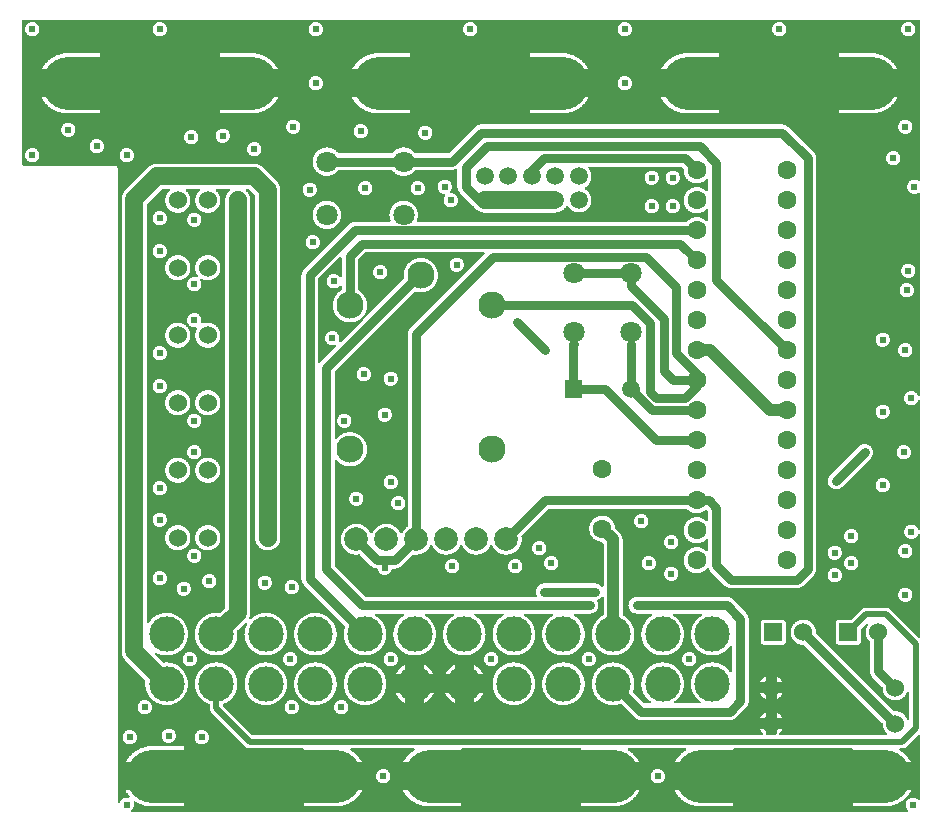
<source format=gbl>
G04 Layer: BottomLayer*
G04 EasyEDA v6.4.7, 2021-01-11T10:17:57+08:00*
G04 90706c7a1cc54bb094bce230ef5c70c2,119f753a6ce64b8d841f2ad33262ab0c,10*
G04 Gerber Generator version 0.2*
G04 Scale: 100 percent, Rotated: No, Reflected: No *
G04 Dimensions in millimeters *
G04 leading zeros omitted , absolute positions ,3 integer and 3 decimal *
%FSLAX33Y33*%
%MOMM*%
G90*
D02*

%ADD11C,0.999998*%
%ADD12C,0.799998*%
%ADD13C,0.609600*%
%ADD14C,1.999996*%
%ADD15C,1.499997*%
%ADD16C,2.299995*%
%ADD17C,1.799996*%
%ADD19C,1.599997*%
%ADD20C,1.524000*%
%ADD21C,2.999994*%
%ADD23C,4.499991*%
%ADD24C,0.499999*%

%LPD*%
G36*
G01X1067Y67358D02*
G01X358Y67358D01*
G01X343Y67357D01*
G01X329Y67354D01*
G01X315Y67349D01*
G01X303Y67342D01*
G01X291Y67333D01*
G01X281Y67323D01*
G01X272Y67311D01*
G01X265Y67298D01*
G01X260Y67285D01*
G01X257Y67271D01*
G01X256Y67256D01*
G01X256Y55095D01*
G01X257Y55080D01*
G01X260Y55066D01*
G01X265Y55052D01*
G01X272Y55040D01*
G01X281Y55028D01*
G01X291Y55018D01*
G01X303Y55009D01*
G01X315Y55002D01*
G01X329Y54997D01*
G01X343Y54994D01*
G01X358Y54993D01*
G01X8072Y54993D01*
G01X8095Y54992D01*
G01X8119Y54989D01*
G01X8142Y54983D01*
G01X8164Y54976D01*
G01X8186Y54966D01*
G01X8207Y54955D01*
G01X8226Y54941D01*
G01X8244Y54926D01*
G01X8261Y54909D01*
G01X8276Y54891D01*
G01X8290Y54872D01*
G01X8301Y54851D01*
G01X8311Y54829D01*
G01X8318Y54807D01*
G01X8324Y54784D01*
G01X8327Y54760D01*
G01X8328Y54737D01*
G01X8328Y1153D01*
G01X8329Y1138D01*
G01X8332Y1124D01*
G01X8337Y1111D01*
G01X8344Y1098D01*
G01X8353Y1086D01*
G01X8363Y1076D01*
G01X8375Y1067D01*
G01X8388Y1060D01*
G01X8401Y1055D01*
G01X8415Y1052D01*
G01X8430Y1051D01*
G01X8445Y1052D01*
G01X8460Y1056D01*
G01X8474Y1061D01*
G01X8487Y1069D01*
G01X8498Y1078D01*
G01X8509Y1089D01*
G01X8517Y1101D01*
G01X8524Y1115D01*
G01X8538Y1148D01*
G01X8555Y1180D01*
G01X8573Y1211D01*
G01X8593Y1241D01*
G01X8615Y1270D01*
G01X8639Y1297D01*
G01X8664Y1323D01*
G01X8690Y1348D01*
G01X8718Y1371D01*
G01X8747Y1392D01*
G01X8778Y1411D01*
G01X8810Y1428D01*
G01X8842Y1444D01*
G01X8876Y1458D01*
G01X8910Y1469D01*
G01X8945Y1479D01*
G01X8980Y1486D01*
G01X9016Y1492D01*
G01X9052Y1495D01*
G01X9088Y1496D01*
G01X9125Y1495D01*
G01X9163Y1491D01*
G01X9200Y1485D01*
G01X9219Y1484D01*
G01X9234Y1485D01*
G01X9248Y1488D01*
G01X9261Y1493D01*
G01X9274Y1500D01*
G01X9286Y1508D01*
G01X9296Y1519D01*
G01X9305Y1530D01*
G01X9312Y1543D01*
G01X9317Y1557D01*
G01X9320Y1571D01*
G01X9321Y1585D01*
G01X9319Y1603D01*
G01X9314Y1620D01*
G01X9307Y1636D01*
G01X9297Y1651D01*
G01X9246Y1713D01*
G01X9197Y1776D01*
G01X9151Y1840D01*
G01X9106Y1907D01*
G01X9063Y1974D01*
G01X9023Y2043D01*
G01X8985Y2113D01*
G01X13930Y2113D01*
G01X13930Y749D01*
G01X11244Y749D01*
G01X11168Y750D01*
G01X11093Y753D01*
G01X11018Y759D01*
G01X10943Y767D01*
G01X10868Y777D01*
G01X10794Y789D01*
G01X10720Y803D01*
G01X10646Y820D01*
G01X10573Y839D01*
G01X10500Y860D01*
G01X10429Y883D01*
G01X10358Y908D01*
G01X10287Y935D01*
G01X10218Y964D01*
G01X10149Y995D01*
G01X10082Y1029D01*
G01X10015Y1064D01*
G01X9949Y1101D01*
G01X9885Y1141D01*
G01X9822Y1182D01*
G01X9809Y1189D01*
G01X9795Y1194D01*
G01X9780Y1198D01*
G01X9765Y1199D01*
G01X9751Y1198D01*
G01X9736Y1195D01*
G01X9723Y1190D01*
G01X9710Y1183D01*
G01X9699Y1174D01*
G01X9688Y1164D01*
G01X9680Y1152D01*
G01X9673Y1140D01*
G01X9668Y1126D01*
G01X9665Y1112D01*
G01X9664Y1097D01*
G01X9665Y1082D01*
G01X9668Y1067D01*
G01X9678Y1032D01*
G01X9685Y997D01*
G01X9691Y961D01*
G01X9694Y925D01*
G01X9695Y889D01*
G01X9694Y852D01*
G01X9691Y815D01*
G01X9685Y779D01*
G01X9677Y743D01*
G01X9667Y708D01*
G01X9655Y673D01*
G01X9641Y639D01*
G01X9625Y606D01*
G01X9607Y574D01*
G01X9587Y543D01*
G01X9566Y514D01*
G01X9542Y486D01*
G01X9517Y459D01*
G01X9490Y434D01*
G01X9478Y421D01*
G01X9469Y407D01*
G01X9462Y391D01*
G01X9457Y375D01*
G01X9456Y358D01*
G01X9457Y343D01*
G01X9460Y329D01*
G01X9465Y315D01*
G01X9472Y303D01*
G01X9481Y291D01*
G01X9491Y281D01*
G01X9503Y272D01*
G01X9515Y265D01*
G01X9529Y260D01*
G01X9543Y257D01*
G01X9557Y256D01*
G01X75166Y256D01*
G01X75180Y257D01*
G01X75194Y260D01*
G01X75208Y265D01*
G01X75221Y272D01*
G01X75232Y281D01*
G01X75243Y291D01*
G01X75251Y303D01*
G01X75258Y315D01*
G01X75263Y329D01*
G01X75266Y343D01*
G01X75267Y358D01*
G01X75266Y375D01*
G01X75262Y391D01*
G01X75255Y407D01*
G01X75245Y421D01*
G01X75233Y434D01*
G01X75206Y459D01*
G01X75181Y486D01*
G01X75158Y514D01*
G01X75136Y543D01*
G01X75116Y574D01*
G01X75098Y606D01*
G01X75082Y639D01*
G01X75068Y673D01*
G01X75056Y708D01*
G01X75046Y743D01*
G01X75038Y779D01*
G01X75033Y815D01*
G01X75029Y852D01*
G01X75028Y889D01*
G01X75029Y924D01*
G01X75032Y959D01*
G01X75038Y994D01*
G01X75045Y1029D01*
G01X75054Y1063D01*
G01X75065Y1096D01*
G01X75078Y1129D01*
G01X75093Y1161D01*
G01X75110Y1192D01*
G01X75128Y1222D01*
G01X75148Y1251D01*
G01X75170Y1279D01*
G01X75194Y1305D01*
G01X75219Y1330D01*
G01X75245Y1354D01*
G01X75273Y1376D01*
G01X75302Y1396D01*
G01X75332Y1414D01*
G01X75363Y1431D01*
G01X75395Y1446D01*
G01X75428Y1459D01*
G01X75461Y1470D01*
G01X75496Y1479D01*
G01X75530Y1487D01*
G01X75565Y1492D01*
G01X75600Y1495D01*
G01X75636Y1496D01*
G01X75672Y1495D01*
G01X75709Y1491D01*
G01X75745Y1486D01*
G01X75781Y1478D01*
G01X75816Y1468D01*
G01X75851Y1456D01*
G01X75885Y1442D01*
G01X75918Y1426D01*
G01X75950Y1408D01*
G01X75981Y1388D01*
G01X76010Y1366D01*
G01X76039Y1343D01*
G01X76065Y1318D01*
G01X76090Y1291D01*
G01X76103Y1279D01*
G01X76117Y1270D01*
G01X76133Y1263D01*
G01X76149Y1258D01*
G01X76166Y1257D01*
G01X76181Y1258D01*
G01X76195Y1261D01*
G01X76209Y1266D01*
G01X76221Y1273D01*
G01X76233Y1282D01*
G01X76243Y1292D01*
G01X76252Y1303D01*
G01X76259Y1316D01*
G01X76264Y1330D01*
G01X76267Y1344D01*
G01X76268Y1358D01*
G01X76268Y6717D01*
G01X76267Y6732D01*
G01X76264Y6746D01*
G01X76259Y6759D01*
G01X76252Y6772D01*
G01X76243Y6784D01*
G01X76233Y6794D01*
G01X76221Y6803D01*
G01X76209Y6810D01*
G01X76195Y6815D01*
G01X76181Y6818D01*
G01X76166Y6819D01*
G01X76151Y6818D01*
G01X76135Y6814D01*
G01X76120Y6808D01*
G01X76107Y6799D01*
G01X76095Y6789D01*
G01X75137Y5832D01*
G01X75111Y5807D01*
G01X75083Y5784D01*
G01X75054Y5763D01*
G01X75023Y5744D01*
G01X74991Y5727D01*
G01X74958Y5712D01*
G01X74924Y5699D01*
G01X74890Y5689D01*
G01X74854Y5681D01*
G01X74819Y5675D01*
G01X74783Y5671D01*
G01X74747Y5670D01*
G01X74606Y5670D01*
G01X74592Y5669D01*
G01X74577Y5666D01*
G01X74564Y5661D01*
G01X74551Y5654D01*
G01X74540Y5645D01*
G01X74529Y5635D01*
G01X74521Y5623D01*
G01X74514Y5611D01*
G01X74509Y5597D01*
G01X74506Y5583D01*
G01X74505Y5568D01*
G01X74506Y5554D01*
G01X74509Y5539D01*
G01X74514Y5525D01*
G01X74521Y5512D01*
G01X74530Y5501D01*
G01X74541Y5490D01*
G01X74553Y5482D01*
G01X74615Y5443D01*
G01X74675Y5403D01*
G01X74734Y5361D01*
G01X74792Y5317D01*
G01X74848Y5272D01*
G01X74904Y5225D01*
G01X74958Y5177D01*
G01X75010Y5127D01*
G01X75061Y5075D01*
G01X75111Y5022D01*
G01X75159Y4968D01*
G01X75205Y4913D01*
G01X75250Y4856D01*
G01X75294Y4798D01*
G01X75335Y4738D01*
G01X75375Y4678D01*
G01X75413Y4616D01*
G01X75450Y4554D01*
G01X75485Y4490D01*
G01X70539Y4490D01*
G01X70539Y5568D01*
G01X70538Y5583D01*
G01X70535Y5597D01*
G01X70530Y5611D01*
G01X70523Y5623D01*
G01X70514Y5635D01*
G01X70504Y5645D01*
G01X70492Y5654D01*
G01X70480Y5661D01*
G01X70466Y5666D01*
G01X70452Y5669D01*
G01X70438Y5670D01*
G01X60514Y5670D01*
G01X60499Y5669D01*
G01X60485Y5666D01*
G01X60471Y5661D01*
G01X60459Y5654D01*
G01X60447Y5645D01*
G01X60437Y5635D01*
G01X60428Y5623D01*
G01X60421Y5611D01*
G01X60416Y5597D01*
G01X60413Y5583D01*
G01X60412Y5568D01*
G01X60412Y4490D01*
G01X55467Y4490D01*
G01X55501Y4554D01*
G01X55538Y4616D01*
G01X55576Y4678D01*
G01X55616Y4738D01*
G01X55658Y4798D01*
G01X55701Y4856D01*
G01X55746Y4913D01*
G01X55792Y4968D01*
G01X55840Y5022D01*
G01X55890Y5075D01*
G01X55941Y5127D01*
G01X55994Y5177D01*
G01X56048Y5225D01*
G01X56103Y5272D01*
G01X56159Y5317D01*
G01X56217Y5361D01*
G01X56276Y5403D01*
G01X56337Y5443D01*
G01X56398Y5482D01*
G01X56410Y5490D01*
G01X56421Y5501D01*
G01X56430Y5512D01*
G01X56437Y5525D01*
G01X56442Y5539D01*
G01X56446Y5554D01*
G01X56447Y5568D01*
G01X56446Y5583D01*
G01X56443Y5597D01*
G01X56438Y5611D01*
G01X56431Y5623D01*
G01X56422Y5635D01*
G01X56412Y5645D01*
G01X56400Y5654D01*
G01X56387Y5661D01*
G01X56374Y5666D01*
G01X56360Y5669D01*
G01X56345Y5670D01*
G01X51619Y5670D01*
G01X51605Y5669D01*
G01X51590Y5666D01*
G01X51577Y5661D01*
G01X51564Y5654D01*
G01X51553Y5645D01*
G01X51542Y5635D01*
G01X51534Y5623D01*
G01X51527Y5611D01*
G01X51522Y5597D01*
G01X51519Y5583D01*
G01X51518Y5568D01*
G01X51519Y5554D01*
G01X51522Y5539D01*
G01X51527Y5525D01*
G01X51534Y5512D01*
G01X51543Y5501D01*
G01X51554Y5490D01*
G01X51566Y5482D01*
G01X51628Y5443D01*
G01X51688Y5403D01*
G01X51747Y5361D01*
G01X51805Y5317D01*
G01X51861Y5272D01*
G01X51917Y5225D01*
G01X51971Y5177D01*
G01X52023Y5127D01*
G01X52074Y5075D01*
G01X52124Y5022D01*
G01X52172Y4968D01*
G01X52218Y4913D01*
G01X52263Y4856D01*
G01X52307Y4798D01*
G01X52348Y4738D01*
G01X52388Y4678D01*
G01X52426Y4616D01*
G01X52463Y4554D01*
G01X52498Y4490D01*
G01X47552Y4490D01*
G01X47552Y5568D01*
G01X47551Y5583D01*
G01X47548Y5597D01*
G01X47543Y5611D01*
G01X47536Y5623D01*
G01X47527Y5635D01*
G01X47517Y5645D01*
G01X47505Y5654D01*
G01X47493Y5661D01*
G01X47479Y5666D01*
G01X47465Y5669D01*
G01X47451Y5670D01*
G01X37527Y5670D01*
G01X37512Y5669D01*
G01X37498Y5666D01*
G01X37484Y5661D01*
G01X37472Y5654D01*
G01X37460Y5645D01*
G01X37450Y5635D01*
G01X37441Y5623D01*
G01X37434Y5611D01*
G01X37429Y5597D01*
G01X37426Y5583D01*
G01X37425Y5568D01*
G01X37425Y4490D01*
G01X32480Y4490D01*
G01X32514Y4554D01*
G01X32551Y4616D01*
G01X32589Y4678D01*
G01X32629Y4738D01*
G01X32671Y4798D01*
G01X32714Y4856D01*
G01X32759Y4913D01*
G01X32805Y4968D01*
G01X32853Y5022D01*
G01X32903Y5075D01*
G01X32954Y5127D01*
G01X33007Y5177D01*
G01X33061Y5225D01*
G01X33116Y5272D01*
G01X33172Y5317D01*
G01X33230Y5361D01*
G01X33289Y5403D01*
G01X33350Y5443D01*
G01X33411Y5482D01*
G01X33423Y5490D01*
G01X33434Y5501D01*
G01X33443Y5512D01*
G01X33450Y5525D01*
G01X33455Y5539D01*
G01X33459Y5554D01*
G01X33460Y5568D01*
G01X33459Y5583D01*
G01X33456Y5597D01*
G01X33451Y5611D01*
G01X33444Y5623D01*
G01X33435Y5635D01*
G01X33425Y5645D01*
G01X33413Y5654D01*
G01X33400Y5661D01*
G01X33387Y5666D01*
G01X33373Y5669D01*
G01X33358Y5670D01*
G01X28124Y5670D01*
G01X28110Y5669D01*
G01X28095Y5666D01*
G01X28082Y5661D01*
G01X28069Y5654D01*
G01X28058Y5645D01*
G01X28047Y5635D01*
G01X28039Y5623D01*
G01X28032Y5611D01*
G01X28027Y5597D01*
G01X28024Y5583D01*
G01X28023Y5568D01*
G01X28024Y5554D01*
G01X28027Y5539D01*
G01X28032Y5525D01*
G01X28039Y5512D01*
G01X28048Y5501D01*
G01X28059Y5490D01*
G01X28071Y5482D01*
G01X28133Y5443D01*
G01X28193Y5403D01*
G01X28252Y5361D01*
G01X28310Y5317D01*
G01X28366Y5272D01*
G01X28422Y5225D01*
G01X28476Y5177D01*
G01X28528Y5127D01*
G01X28579Y5075D01*
G01X28629Y5022D01*
G01X28677Y4968D01*
G01X28723Y4913D01*
G01X28768Y4856D01*
G01X28812Y4798D01*
G01X28853Y4738D01*
G01X28893Y4678D01*
G01X28931Y4616D01*
G01X28968Y4554D01*
G01X29003Y4490D01*
G01X24057Y4490D01*
G01X24057Y5568D01*
G01X24056Y5583D01*
G01X24053Y5597D01*
G01X24048Y5611D01*
G01X24041Y5623D01*
G01X24032Y5635D01*
G01X24022Y5645D01*
G01X24010Y5654D01*
G01X23998Y5661D01*
G01X23984Y5666D01*
G01X23970Y5669D01*
G01X23956Y5670D01*
G01X19502Y5670D01*
G01X19465Y5671D01*
G01X19430Y5675D01*
G01X19394Y5681D01*
G01X19359Y5689D01*
G01X19324Y5699D01*
G01X19290Y5712D01*
G01X19257Y5727D01*
G01X19225Y5744D01*
G01X19195Y5763D01*
G01X19165Y5784D01*
G01X19137Y5807D01*
G01X19111Y5832D01*
G01X18915Y6027D01*
G01X16269Y8674D01*
G01X16244Y8700D01*
G01X16221Y8728D01*
G01X16200Y8758D01*
G01X16181Y8788D01*
G01X16164Y8820D01*
G01X16149Y8853D01*
G01X16136Y8887D01*
G01X16126Y8922D01*
G01X16117Y8957D01*
G01X16112Y8993D01*
G01X16108Y9029D01*
G01X16107Y9065D01*
G01X16107Y9346D01*
G01X16106Y9362D01*
G01X16102Y9377D01*
G01X16096Y9391D01*
G01X16088Y9404D01*
G01X16079Y9416D01*
G01X16067Y9427D01*
G01X16054Y9435D01*
G01X16040Y9442D01*
G01X15983Y9463D01*
G01X15927Y9487D01*
G01X15871Y9513D01*
G01X15817Y9541D01*
G01X15763Y9570D01*
G01X15711Y9601D01*
G01X15659Y9634D01*
G01X15609Y9669D01*
G01X15560Y9706D01*
G01X15512Y9744D01*
G01X15466Y9783D01*
G01X15421Y9824D01*
G01X15377Y9867D01*
G01X15335Y9911D01*
G01X15294Y9957D01*
G01X15255Y10004D01*
G01X15217Y10052D01*
G01X15181Y10102D01*
G01X15147Y10152D01*
G01X15115Y10204D01*
G01X15084Y10257D01*
G01X15055Y10311D01*
G01X15028Y10366D01*
G01X15003Y10421D01*
G01X14980Y10478D01*
G01X14959Y10535D01*
G01X14939Y10593D01*
G01X14922Y10652D01*
G01X14907Y10711D01*
G01X14893Y10770D01*
G01X14882Y10830D01*
G01X14873Y10891D01*
G01X14865Y10952D01*
G01X14860Y11012D01*
G01X14857Y11073D01*
G01X14856Y11135D01*
G01X14857Y11196D01*
G01X14860Y11258D01*
G01X14866Y11319D01*
G01X14873Y11380D01*
G01X14882Y11441D01*
G01X14894Y11501D01*
G01X14907Y11561D01*
G01X14923Y11621D01*
G01X14941Y11680D01*
G01X14960Y11738D01*
G01X14982Y11796D01*
G01X15005Y11853D01*
G01X15031Y11909D01*
G01X15058Y11964D01*
G01X15087Y12018D01*
G01X15118Y12071D01*
G01X15151Y12123D01*
G01X15186Y12174D01*
G01X15222Y12224D01*
G01X15260Y12272D01*
G01X15300Y12319D01*
G01X15341Y12365D01*
G01X15384Y12409D01*
G01X15428Y12452D01*
G01X15474Y12493D01*
G01X15521Y12533D01*
G01X15569Y12571D01*
G01X15619Y12607D01*
G01X15670Y12642D01*
G01X15722Y12675D01*
G01X15775Y12706D01*
G01X15829Y12735D01*
G01X15884Y12762D01*
G01X15940Y12788D01*
G01X15997Y12811D01*
G01X16055Y12833D01*
G01X16113Y12853D01*
G01X16172Y12870D01*
G01X16232Y12886D01*
G01X16292Y12899D01*
G01X16352Y12911D01*
G01X16413Y12920D01*
G01X16474Y12928D01*
G01X16536Y12933D01*
G01X16597Y12936D01*
G01X16659Y12937D01*
G01X16720Y12936D01*
G01X16782Y12933D01*
G01X16843Y12928D01*
G01X16904Y12920D01*
G01X16965Y12911D01*
G01X17025Y12899D01*
G01X17085Y12886D01*
G01X17145Y12870D01*
G01X17204Y12853D01*
G01X17262Y12833D01*
G01X17320Y12811D01*
G01X17377Y12788D01*
G01X17433Y12762D01*
G01X17488Y12735D01*
G01X17542Y12706D01*
G01X17595Y12675D01*
G01X17647Y12642D01*
G01X17698Y12607D01*
G01X17748Y12571D01*
G01X17796Y12533D01*
G01X17843Y12493D01*
G01X17889Y12452D01*
G01X17933Y12409D01*
G01X17976Y12365D01*
G01X18017Y12319D01*
G01X18057Y12272D01*
G01X18095Y12224D01*
G01X18131Y12174D01*
G01X18166Y12123D01*
G01X18199Y12071D01*
G01X18230Y12018D01*
G01X18259Y11964D01*
G01X18286Y11909D01*
G01X18312Y11853D01*
G01X18335Y11796D01*
G01X18357Y11738D01*
G01X18377Y11680D01*
G01X18394Y11621D01*
G01X18410Y11561D01*
G01X18423Y11501D01*
G01X18435Y11441D01*
G01X18444Y11380D01*
G01X18452Y11319D01*
G01X18457Y11258D01*
G01X18460Y11196D01*
G01X18461Y11135D01*
G01X18460Y11074D01*
G01X18457Y11013D01*
G01X18452Y10952D01*
G01X18445Y10891D01*
G01X18435Y10831D01*
G01X18424Y10771D01*
G01X18411Y10711D01*
G01X18395Y10652D01*
G01X18378Y10593D01*
G01X18359Y10536D01*
G01X18337Y10478D01*
G01X18314Y10422D01*
G01X18289Y10366D01*
G01X18262Y10311D01*
G01X18233Y10257D01*
G01X18203Y10205D01*
G01X18170Y10153D01*
G01X18136Y10102D01*
G01X18100Y10053D01*
G01X18063Y10005D01*
G01X18024Y9958D01*
G01X17983Y9912D01*
G01X17941Y9868D01*
G01X17897Y9825D01*
G01X17852Y9784D01*
G01X17806Y9744D01*
G01X17758Y9706D01*
G01X17709Y9670D01*
G01X17659Y9635D01*
G01X17607Y9602D01*
G01X17555Y9571D01*
G01X17502Y9541D01*
G01X17447Y9514D01*
G01X17392Y9488D01*
G01X17336Y9464D01*
G01X17279Y9442D01*
G01X17264Y9436D01*
G01X17252Y9427D01*
G01X17240Y9417D01*
G01X17230Y9405D01*
G01X17222Y9392D01*
G01X17217Y9377D01*
G01X17213Y9362D01*
G01X17212Y9347D01*
G01X17212Y9336D01*
G01X17213Y9320D01*
G01X17217Y9304D01*
G01X17223Y9290D01*
G01X17231Y9276D01*
G01X17242Y9264D01*
G01X19701Y6805D01*
G01X19713Y6794D01*
G01X19726Y6786D01*
G01X19741Y6780D01*
G01X19757Y6776D01*
G01X19773Y6775D01*
G01X62878Y6775D01*
G01X62892Y6776D01*
G01X62907Y6779D01*
G01X62920Y6784D01*
G01X62933Y6791D01*
G01X62945Y6800D01*
G01X62955Y6810D01*
G01X62963Y6822D01*
G01X62970Y6834D01*
G01X62975Y6848D01*
G01X62979Y6862D01*
G01X62980Y6877D01*
G01X62978Y6894D01*
G01X62974Y6910D01*
G01X62967Y6926D01*
G01X62957Y6940D01*
G01X62946Y6952D01*
G01X62910Y6986D01*
G01X62876Y7020D01*
G01X62844Y7057D01*
G01X62813Y7095D01*
G01X62784Y7134D01*
G01X62757Y7174D01*
G01X62732Y7216D01*
G01X62709Y7258D01*
G01X62687Y7302D01*
G01X63210Y7302D01*
G01X63210Y6877D01*
G01X63211Y6862D01*
G01X63214Y6848D01*
G01X63219Y6834D01*
G01X63226Y6822D01*
G01X63235Y6810D01*
G01X63245Y6800D01*
G01X63257Y6791D01*
G01X63270Y6784D01*
G01X63283Y6779D01*
G01X63297Y6776D01*
G01X63312Y6775D01*
G01X63998Y6775D01*
G01X64012Y6776D01*
G01X64026Y6779D01*
G01X64040Y6784D01*
G01X64053Y6791D01*
G01X64064Y6800D01*
G01X64074Y6810D01*
G01X64083Y6822D01*
G01X64090Y6834D01*
G01X64095Y6848D01*
G01X64098Y6862D01*
G01X64099Y6877D01*
G01X64099Y7302D01*
G01X64622Y7302D01*
G01X64601Y7258D01*
G01X64577Y7216D01*
G01X64552Y7174D01*
G01X64525Y7134D01*
G01X64496Y7095D01*
G01X64466Y7057D01*
G01X64433Y7020D01*
G01X64399Y6986D01*
G01X64364Y6952D01*
G01X64352Y6940D01*
G01X64342Y6926D01*
G01X64335Y6910D01*
G01X64331Y6894D01*
G01X64330Y6877D01*
G01X64331Y6862D01*
G01X64334Y6848D01*
G01X64339Y6834D01*
G01X64346Y6822D01*
G01X64355Y6810D01*
G01X64365Y6800D01*
G01X64376Y6791D01*
G01X64389Y6784D01*
G01X64403Y6779D01*
G01X64417Y6776D01*
G01X64431Y6775D01*
G01X73378Y6775D01*
G01X73392Y6776D01*
G01X73407Y6779D01*
G01X73420Y6784D01*
G01X73433Y6791D01*
G01X73445Y6800D01*
G01X73455Y6810D01*
G01X73463Y6822D01*
G01X73470Y6834D01*
G01X73475Y6848D01*
G01X73479Y6862D01*
G01X73480Y6877D01*
G01X73478Y6894D01*
G01X73474Y6910D01*
G01X73467Y6926D01*
G01X73457Y6940D01*
G01X73446Y6952D01*
G01X73410Y6986D01*
G01X73376Y7021D01*
G01X73343Y7058D01*
G01X73312Y7096D01*
G01X73283Y7135D01*
G01X73256Y7176D01*
G01X73230Y7218D01*
G01X73207Y7261D01*
G01X73186Y7306D01*
G01X73166Y7351D01*
G01X73149Y7397D01*
G01X73134Y7443D01*
G01X73121Y7491D01*
G01X73111Y7539D01*
G01X73102Y7587D01*
G01X73096Y7636D01*
G01X73092Y7684D01*
G01X73090Y7734D01*
G01X73089Y7749D01*
G01X73085Y7764D01*
G01X73079Y7779D01*
G01X73071Y7792D01*
G01X73060Y7804D01*
G01X66465Y14400D01*
G01X66453Y14410D01*
G01X66439Y14418D01*
G01X66425Y14424D01*
G01X66409Y14428D01*
G01X66393Y14429D01*
G01X66365Y14429D01*
G01X66317Y14430D01*
G01X66269Y14433D01*
G01X66222Y14439D01*
G01X66175Y14446D01*
G01X66128Y14456D01*
G01X66081Y14467D01*
G01X66036Y14481D01*
G01X65991Y14497D01*
G01X65946Y14515D01*
G01X65903Y14534D01*
G01X65860Y14556D01*
G01X65819Y14580D01*
G01X65778Y14605D01*
G01X65739Y14632D01*
G01X65701Y14661D01*
G01X65664Y14692D01*
G01X65629Y14724D01*
G01X65595Y14758D01*
G01X65563Y14793D01*
G01X65532Y14830D01*
G01X65503Y14868D01*
G01X65476Y14907D01*
G01X65451Y14948D01*
G01X65427Y14989D01*
G01X65405Y15032D01*
G01X65386Y15075D01*
G01X65368Y15119D01*
G01X65352Y15165D01*
G01X65338Y15210D01*
G01X65327Y15257D01*
G01X65317Y15303D01*
G01X65310Y15351D01*
G01X65304Y15398D01*
G01X65301Y15446D01*
G01X65300Y15494D01*
G01X65301Y15541D01*
G01X65304Y15589D01*
G01X65310Y15636D01*
G01X65317Y15684D01*
G01X65327Y15730D01*
G01X65338Y15777D01*
G01X65352Y15822D01*
G01X65368Y15868D01*
G01X65386Y15912D01*
G01X65405Y15955D01*
G01X65427Y15998D01*
G01X65451Y16039D01*
G01X65476Y16080D01*
G01X65503Y16119D01*
G01X65532Y16157D01*
G01X65563Y16194D01*
G01X65595Y16229D01*
G01X65629Y16263D01*
G01X65664Y16295D01*
G01X65701Y16326D01*
G01X65739Y16355D01*
G01X65778Y16382D01*
G01X65819Y16407D01*
G01X65860Y16431D01*
G01X65903Y16453D01*
G01X65946Y16472D01*
G01X65991Y16490D01*
G01X66036Y16506D01*
G01X66081Y16520D01*
G01X66128Y16531D01*
G01X66175Y16541D01*
G01X66222Y16548D01*
G01X66269Y16554D01*
G01X66317Y16557D01*
G01X66365Y16558D01*
G01X66412Y16557D01*
G01X66460Y16554D01*
G01X66508Y16548D01*
G01X66555Y16541D01*
G01X66602Y16531D01*
G01X66648Y16520D01*
G01X66694Y16506D01*
G01X66739Y16490D01*
G01X66783Y16472D01*
G01X66827Y16453D01*
G01X66869Y16431D01*
G01X66911Y16407D01*
G01X66951Y16382D01*
G01X66990Y16355D01*
G01X67028Y16326D01*
G01X67065Y16295D01*
G01X67100Y16263D01*
G01X67134Y16229D01*
G01X67166Y16194D01*
G01X67197Y16157D01*
G01X67226Y16119D01*
G01X67253Y16080D01*
G01X67278Y16039D01*
G01X67302Y15998D01*
G01X67324Y15955D01*
G01X67343Y15912D01*
G01X67361Y15868D01*
G01X67377Y15822D01*
G01X67391Y15777D01*
G01X67402Y15730D01*
G01X67412Y15684D01*
G01X67420Y15636D01*
G01X67425Y15589D01*
G01X67428Y15541D01*
G01X67429Y15494D01*
G01X67429Y15465D01*
G01X67430Y15449D01*
G01X67434Y15434D01*
G01X67440Y15419D01*
G01X67448Y15405D01*
G01X67459Y15393D01*
G01X74013Y8839D01*
G01X74025Y8828D01*
G01X74039Y8820D01*
G01X74053Y8814D01*
G01X74069Y8810D01*
G01X74085Y8809D01*
G01X74091Y8809D01*
G01X74155Y8811D01*
G01X74201Y8810D01*
G01X74248Y8807D01*
G01X74295Y8802D01*
G01X74341Y8795D01*
G01X74387Y8785D01*
G01X74432Y8774D01*
G01X74477Y8761D01*
G01X74521Y8746D01*
G01X74565Y8729D01*
G01X74607Y8710D01*
G01X74649Y8689D01*
G01X74690Y8667D01*
G01X74730Y8642D01*
G01X74769Y8616D01*
G01X74806Y8588D01*
G01X74843Y8559D01*
G01X74878Y8528D01*
G01X74911Y8495D01*
G01X74943Y8461D01*
G01X74974Y8426D01*
G01X75003Y8389D01*
G01X75031Y8352D01*
G01X75056Y8313D01*
G01X75080Y8272D01*
G01X75102Y8231D01*
G01X75123Y8189D01*
G01X75141Y8146D01*
G01X75148Y8133D01*
G01X75157Y8120D01*
G01X75167Y8109D01*
G01X75179Y8100D01*
G01X75192Y8093D01*
G01X75206Y8087D01*
G01X75220Y8084D01*
G01X75235Y8083D01*
G01X75250Y8084D01*
G01X75264Y8087D01*
G01X75278Y8092D01*
G01X75290Y8099D01*
G01X75302Y8108D01*
G01X75312Y8118D01*
G01X75321Y8129D01*
G01X75328Y8142D01*
G01X75333Y8156D01*
G01X75336Y8170D01*
G01X75337Y8184D01*
G01X75337Y10357D01*
G01X75336Y10371D01*
G01X75333Y10385D01*
G01X75328Y10399D01*
G01X75321Y10412D01*
G01X75312Y10423D01*
G01X75302Y10433D01*
G01X75290Y10442D01*
G01X75278Y10449D01*
G01X75264Y10454D01*
G01X75250Y10457D01*
G01X75235Y10458D01*
G01X75220Y10457D01*
G01X75206Y10454D01*
G01X75192Y10448D01*
G01X75179Y10441D01*
G01X75167Y10432D01*
G01X75157Y10421D01*
G01X75148Y10408D01*
G01X75141Y10395D01*
G01X75123Y10352D01*
G01X75102Y10310D01*
G01X75080Y10269D01*
G01X75056Y10228D01*
G01X75031Y10189D01*
G01X75003Y10152D01*
G01X74974Y10115D01*
G01X74943Y10080D01*
G01X74911Y10046D01*
G01X74878Y10013D01*
G01X74843Y9982D01*
G01X74806Y9953D01*
G01X74769Y9925D01*
G01X74730Y9899D01*
G01X74690Y9874D01*
G01X74649Y9852D01*
G01X74607Y9831D01*
G01X74565Y9812D01*
G01X74521Y9795D01*
G01X74477Y9780D01*
G01X74432Y9767D01*
G01X74387Y9756D01*
G01X74341Y9746D01*
G01X74295Y9739D01*
G01X74248Y9734D01*
G01X74201Y9731D01*
G01X74155Y9730D01*
G01X74107Y9731D01*
G01X74059Y9734D01*
G01X74012Y9740D01*
G01X73965Y9747D01*
G01X73918Y9757D01*
G01X73871Y9768D01*
G01X73826Y9782D01*
G01X73781Y9798D01*
G01X73736Y9816D01*
G01X73693Y9835D01*
G01X73650Y9857D01*
G01X73609Y9881D01*
G01X73568Y9906D01*
G01X73529Y9933D01*
G01X73491Y9962D01*
G01X73454Y9993D01*
G01X73419Y10025D01*
G01X73385Y10059D01*
G01X73353Y10094D01*
G01X73322Y10131D01*
G01X73293Y10169D01*
G01X73266Y10208D01*
G01X73241Y10249D01*
G01X73217Y10290D01*
G01X73196Y10333D01*
G01X73176Y10376D01*
G01X73158Y10420D01*
G01X73142Y10466D01*
G01X73128Y10511D01*
G01X73117Y10558D01*
G01X73107Y10604D01*
G01X73100Y10652D01*
G01X73094Y10699D01*
G01X73091Y10747D01*
G01X73090Y10795D01*
G01X73090Y10824D01*
G01X73089Y10839D01*
G01X73086Y10855D01*
G01X73079Y10869D01*
G01X73071Y10883D01*
G01X73061Y10895D01*
G01X72218Y11738D01*
G01X72191Y11767D01*
G01X72165Y11797D01*
G01X72142Y11828D01*
G01X72120Y11861D01*
G01X72100Y11895D01*
G01X72082Y11930D01*
G01X72066Y11966D01*
G01X72052Y12003D01*
G01X72040Y12040D01*
G01X72030Y12078D01*
G01X72022Y12117D01*
G01X72017Y12156D01*
G01X72013Y12195D01*
G01X72012Y12235D01*
G01X72012Y14649D01*
G01X72011Y14665D01*
G01X72007Y14681D01*
G01X72000Y14696D01*
G01X71991Y14710D01*
G01X71981Y14723D01*
G01X71947Y14756D01*
G01X71914Y14792D01*
G01X71883Y14828D01*
G01X71854Y14866D01*
G01X71827Y14906D01*
G01X71802Y14946D01*
G01X71778Y14988D01*
G01X71756Y15031D01*
G01X71736Y15074D01*
G01X71718Y15119D01*
G01X71702Y15164D01*
G01X71689Y15210D01*
G01X71677Y15256D01*
G01X71667Y15303D01*
G01X71660Y15350D01*
G01X71654Y15398D01*
G01X71651Y15446D01*
G01X71650Y15494D01*
G01X71651Y15541D01*
G01X71654Y15589D01*
G01X71660Y15636D01*
G01X71667Y15683D01*
G01X71677Y15729D01*
G01X71688Y15776D01*
G01X71702Y15821D01*
G01X71717Y15866D01*
G01X71735Y15910D01*
G01X71755Y15954D01*
G01X71776Y15996D01*
G01X71800Y16038D01*
G01X71825Y16078D01*
G01X71832Y16091D01*
G01X71837Y16105D01*
G01X71840Y16119D01*
G01X71842Y16134D01*
G01X71841Y16148D01*
G01X71837Y16162D01*
G01X71832Y16176D01*
G01X71825Y16189D01*
G01X71817Y16200D01*
G01X71806Y16211D01*
G01X71795Y16219D01*
G01X71782Y16226D01*
G01X71769Y16231D01*
G01X71754Y16234D01*
G01X71740Y16235D01*
G01X71724Y16234D01*
G01X71709Y16230D01*
G01X71694Y16224D01*
G01X71680Y16216D01*
G01X71668Y16206D01*
G01X71269Y15806D01*
G01X71259Y15794D01*
G01X71250Y15781D01*
G01X71244Y15766D01*
G01X71240Y15750D01*
G01X71239Y15735D01*
G01X71239Y14732D01*
G01X71238Y14707D01*
G01X71235Y14682D01*
G01X71230Y14657D01*
G01X71223Y14633D01*
G01X71214Y14610D01*
G01X71203Y14588D01*
G01X71190Y14566D01*
G01X71175Y14546D01*
G01X71159Y14527D01*
G01X71142Y14509D01*
G01X71122Y14493D01*
G01X71102Y14478D01*
G01X71081Y14465D01*
G01X71058Y14454D01*
G01X71035Y14445D01*
G01X71011Y14438D01*
G01X70986Y14433D01*
G01X70962Y14430D01*
G01X70937Y14429D01*
G01X69413Y14429D01*
G01X69388Y14430D01*
G01X69363Y14433D01*
G01X69338Y14438D01*
G01X69314Y14445D01*
G01X69291Y14454D01*
G01X69269Y14465D01*
G01X69247Y14478D01*
G01X69227Y14493D01*
G01X69208Y14509D01*
G01X69190Y14527D01*
G01X69174Y14546D01*
G01X69159Y14566D01*
G01X69147Y14588D01*
G01X69136Y14610D01*
G01X69126Y14633D01*
G01X69119Y14657D01*
G01X69114Y14682D01*
G01X69111Y14707D01*
G01X69110Y14732D01*
G01X69110Y16256D01*
G01X69111Y16280D01*
G01X69114Y16305D01*
G01X69119Y16330D01*
G01X69126Y16354D01*
G01X69136Y16377D01*
G01X69147Y16399D01*
G01X69159Y16421D01*
G01X69174Y16441D01*
G01X69190Y16460D01*
G01X69208Y16478D01*
G01X69227Y16494D01*
G01X69247Y16509D01*
G01X69269Y16522D01*
G01X69291Y16533D01*
G01X69314Y16542D01*
G01X69338Y16549D01*
G01X69363Y16554D01*
G01X69388Y16557D01*
G01X69413Y16558D01*
G01X70416Y16558D01*
G01X70432Y16559D01*
G01X70447Y16563D01*
G01X70462Y16569D01*
G01X70475Y16577D01*
G01X70488Y16588D01*
G01X71308Y17408D01*
G01X71334Y17433D01*
G01X71362Y17456D01*
G01X71392Y17477D01*
G01X71422Y17496D01*
G01X71454Y17513D01*
G01X71487Y17528D01*
G01X71521Y17541D01*
G01X71556Y17551D01*
G01X71591Y17559D01*
G01X71627Y17565D01*
G01X71662Y17569D01*
G01X71699Y17570D01*
G01X73350Y17570D01*
G01X73386Y17569D01*
G01X73422Y17565D01*
G01X73457Y17559D01*
G01X73493Y17551D01*
G01X73527Y17541D01*
G01X73561Y17528D01*
G01X73594Y17513D01*
G01X73626Y17496D01*
G01X73657Y17477D01*
G01X73686Y17456D01*
G01X73714Y17433D01*
G01X73740Y17408D01*
G01X76095Y15054D01*
G01X76107Y15044D01*
G01X76120Y15035D01*
G01X76135Y15029D01*
G01X76151Y15025D01*
G01X76166Y15024D01*
G01X76181Y15025D01*
G01X76195Y15028D01*
G01X76209Y15033D01*
G01X76221Y15040D01*
G01X76233Y15049D01*
G01X76243Y15059D01*
G01X76252Y15071D01*
G01X76259Y15084D01*
G01X76264Y15097D01*
G01X76267Y15111D01*
G01X76268Y15126D01*
G01X76268Y23738D01*
G01X76267Y23753D01*
G01X76264Y23767D01*
G01X76259Y23780D01*
G01X76252Y23793D01*
G01X76243Y23805D01*
G01X76233Y23815D01*
G01X76221Y23824D01*
G01X76209Y23831D01*
G01X76195Y23836D01*
G01X76181Y23839D01*
G01X76166Y23840D01*
G01X76151Y23839D01*
G01X76137Y23835D01*
G01X76123Y23830D01*
G01X76110Y23822D01*
G01X76098Y23813D01*
G01X76087Y23802D01*
G01X76079Y23790D01*
G01X76072Y23776D01*
G01X76058Y23743D01*
G01X76041Y23711D01*
G01X76023Y23680D01*
G01X76003Y23650D01*
G01X75981Y23621D01*
G01X75958Y23594D01*
G01X75933Y23568D01*
G01X75906Y23543D01*
G01X75878Y23520D01*
G01X75849Y23499D01*
G01X75818Y23480D01*
G01X75787Y23463D01*
G01X75754Y23447D01*
G01X75721Y23433D01*
G01X75686Y23422D01*
G01X75652Y23412D01*
G01X75616Y23405D01*
G01X75581Y23399D01*
G01X75545Y23396D01*
G01X75509Y23395D01*
G01X75473Y23396D01*
G01X75438Y23399D01*
G01X75403Y23404D01*
G01X75369Y23412D01*
G01X75334Y23421D01*
G01X75301Y23432D01*
G01X75268Y23445D01*
G01X75236Y23460D01*
G01X75205Y23477D01*
G01X75175Y23495D01*
G01X75146Y23515D01*
G01X75118Y23537D01*
G01X75092Y23561D01*
G01X75067Y23586D01*
G01X75043Y23612D01*
G01X75021Y23640D01*
G01X75001Y23669D01*
G01X74983Y23699D01*
G01X74966Y23730D01*
G01X74951Y23762D01*
G01X74938Y23795D01*
G01X74927Y23828D01*
G01X74918Y23862D01*
G01X74911Y23897D01*
G01X74905Y23932D01*
G01X74902Y23967D01*
G01X74901Y24003D01*
G01X74902Y24038D01*
G01X74905Y24073D01*
G01X74911Y24108D01*
G01X74918Y24143D01*
G01X74927Y24177D01*
G01X74938Y24210D01*
G01X74951Y24243D01*
G01X74966Y24275D01*
G01X74983Y24306D01*
G01X75001Y24336D01*
G01X75021Y24365D01*
G01X75043Y24393D01*
G01X75067Y24419D01*
G01X75092Y24444D01*
G01X75118Y24468D01*
G01X75146Y24490D01*
G01X75175Y24510D01*
G01X75205Y24528D01*
G01X75236Y24545D01*
G01X75268Y24560D01*
G01X75301Y24573D01*
G01X75334Y24584D01*
G01X75369Y24593D01*
G01X75403Y24601D01*
G01X75438Y24606D01*
G01X75473Y24609D01*
G01X75509Y24610D01*
G01X75545Y24609D01*
G01X75581Y24606D01*
G01X75616Y24600D01*
G01X75652Y24593D01*
G01X75686Y24583D01*
G01X75721Y24572D01*
G01X75754Y24558D01*
G01X75787Y24542D01*
G01X75818Y24525D01*
G01X75849Y24506D01*
G01X75878Y24485D01*
G01X75906Y24462D01*
G01X75933Y24437D01*
G01X75958Y24411D01*
G01X75981Y24384D01*
G01X76003Y24355D01*
G01X76023Y24325D01*
G01X76041Y24294D01*
G01X76058Y24262D01*
G01X76072Y24229D01*
G01X76079Y24215D01*
G01X76087Y24203D01*
G01X76098Y24192D01*
G01X76110Y24183D01*
G01X76123Y24175D01*
G01X76137Y24170D01*
G01X76151Y24166D01*
G01X76166Y24165D01*
G01X76181Y24166D01*
G01X76195Y24169D01*
G01X76209Y24174D01*
G01X76221Y24181D01*
G01X76233Y24190D01*
G01X76243Y24200D01*
G01X76252Y24212D01*
G01X76259Y24225D01*
G01X76264Y24238D01*
G01X76267Y24252D01*
G01X76268Y24267D01*
G01X76268Y35041D01*
G01X76267Y35056D01*
G01X76264Y35070D01*
G01X76259Y35083D01*
G01X76252Y35096D01*
G01X76243Y35108D01*
G01X76233Y35118D01*
G01X76221Y35127D01*
G01X76209Y35134D01*
G01X76195Y35139D01*
G01X76181Y35142D01*
G01X76166Y35143D01*
G01X76151Y35142D01*
G01X76137Y35138D01*
G01X76123Y35133D01*
G01X76110Y35125D01*
G01X76098Y35116D01*
G01X76087Y35105D01*
G01X76079Y35093D01*
G01X76072Y35079D01*
G01X76058Y35046D01*
G01X76041Y35014D01*
G01X76023Y34983D01*
G01X76003Y34953D01*
G01X75981Y34924D01*
G01X75958Y34897D01*
G01X75933Y34871D01*
G01X75906Y34846D01*
G01X75878Y34823D01*
G01X75849Y34802D01*
G01X75818Y34783D01*
G01X75787Y34766D01*
G01X75754Y34750D01*
G01X75721Y34736D01*
G01X75686Y34725D01*
G01X75652Y34715D01*
G01X75616Y34708D01*
G01X75581Y34702D01*
G01X75545Y34699D01*
G01X75509Y34698D01*
G01X75473Y34699D01*
G01X75438Y34702D01*
G01X75403Y34707D01*
G01X75369Y34715D01*
G01X75334Y34724D01*
G01X75301Y34735D01*
G01X75268Y34748D01*
G01X75236Y34763D01*
G01X75205Y34780D01*
G01X75175Y34798D01*
G01X75146Y34818D01*
G01X75118Y34840D01*
G01X75092Y34864D01*
G01X75067Y34889D01*
G01X75043Y34915D01*
G01X75021Y34943D01*
G01X75001Y34972D01*
G01X74983Y35002D01*
G01X74966Y35033D01*
G01X74951Y35065D01*
G01X74938Y35098D01*
G01X74927Y35131D01*
G01X74918Y35165D01*
G01X74911Y35200D01*
G01X74905Y35235D01*
G01X74902Y35270D01*
G01X74901Y35306D01*
G01X74902Y35341D01*
G01X74905Y35376D01*
G01X74911Y35411D01*
G01X74918Y35446D01*
G01X74927Y35480D01*
G01X74938Y35513D01*
G01X74951Y35546D01*
G01X74966Y35578D01*
G01X74983Y35609D01*
G01X75001Y35639D01*
G01X75021Y35668D01*
G01X75043Y35696D01*
G01X75067Y35722D01*
G01X75092Y35747D01*
G01X75118Y35771D01*
G01X75146Y35793D01*
G01X75175Y35813D01*
G01X75205Y35831D01*
G01X75236Y35848D01*
G01X75268Y35863D01*
G01X75301Y35876D01*
G01X75334Y35887D01*
G01X75369Y35896D01*
G01X75403Y35904D01*
G01X75438Y35909D01*
G01X75473Y35912D01*
G01X75509Y35913D01*
G01X75545Y35912D01*
G01X75581Y35909D01*
G01X75616Y35903D01*
G01X75652Y35896D01*
G01X75686Y35886D01*
G01X75721Y35875D01*
G01X75754Y35861D01*
G01X75787Y35845D01*
G01X75818Y35828D01*
G01X75849Y35809D01*
G01X75878Y35788D01*
G01X75906Y35765D01*
G01X75933Y35740D01*
G01X75958Y35714D01*
G01X75981Y35687D01*
G01X76003Y35658D01*
G01X76023Y35628D01*
G01X76041Y35597D01*
G01X76058Y35565D01*
G01X76072Y35532D01*
G01X76079Y35518D01*
G01X76087Y35506D01*
G01X76098Y35495D01*
G01X76110Y35486D01*
G01X76123Y35478D01*
G01X76137Y35473D01*
G01X76151Y35469D01*
G01X76166Y35468D01*
G01X76181Y35469D01*
G01X76195Y35472D01*
G01X76209Y35477D01*
G01X76221Y35484D01*
G01X76233Y35493D01*
G01X76243Y35503D01*
G01X76252Y35515D01*
G01X76259Y35528D01*
G01X76264Y35541D01*
G01X76267Y35555D01*
G01X76268Y35570D01*
G01X76268Y52630D01*
G01X76267Y52644D01*
G01X76264Y52658D01*
G01X76259Y52672D01*
G01X76252Y52685D01*
G01X76243Y52696D01*
G01X76233Y52707D01*
G01X76221Y52715D01*
G01X76209Y52722D01*
G01X76195Y52727D01*
G01X76181Y52730D01*
G01X76166Y52731D01*
G01X76151Y52730D01*
G01X76136Y52727D01*
G01X76122Y52721D01*
G01X76109Y52713D01*
G01X76078Y52693D01*
G01X76046Y52675D01*
G01X76013Y52659D01*
G01X75979Y52645D01*
G01X75944Y52633D01*
G01X75908Y52623D01*
G01X75872Y52615D01*
G01X75836Y52610D01*
G01X75799Y52606D01*
G01X75763Y52605D01*
G01X75727Y52606D01*
G01X75692Y52609D01*
G01X75657Y52614D01*
G01X75623Y52622D01*
G01X75588Y52631D01*
G01X75555Y52642D01*
G01X75522Y52655D01*
G01X75490Y52670D01*
G01X75459Y52687D01*
G01X75429Y52705D01*
G01X75400Y52725D01*
G01X75372Y52747D01*
G01X75346Y52771D01*
G01X75321Y52796D01*
G01X75297Y52822D01*
G01X75275Y52850D01*
G01X75255Y52879D01*
G01X75237Y52909D01*
G01X75220Y52940D01*
G01X75205Y52972D01*
G01X75192Y53005D01*
G01X75181Y53038D01*
G01X75172Y53072D01*
G01X75165Y53107D01*
G01X75159Y53142D01*
G01X75156Y53177D01*
G01X75155Y53213D01*
G01X75156Y53248D01*
G01X75159Y53283D01*
G01X75165Y53318D01*
G01X75172Y53353D01*
G01X75181Y53387D01*
G01X75192Y53420D01*
G01X75205Y53453D01*
G01X75220Y53485D01*
G01X75237Y53516D01*
G01X75255Y53546D01*
G01X75275Y53575D01*
G01X75297Y53603D01*
G01X75321Y53629D01*
G01X75346Y53654D01*
G01X75372Y53678D01*
G01X75400Y53700D01*
G01X75429Y53720D01*
G01X75459Y53738D01*
G01X75490Y53755D01*
G01X75522Y53770D01*
G01X75555Y53783D01*
G01X75588Y53794D01*
G01X75623Y53803D01*
G01X75657Y53811D01*
G01X75692Y53816D01*
G01X75727Y53819D01*
G01X75763Y53820D01*
G01X75799Y53819D01*
G01X75836Y53815D01*
G01X75872Y53810D01*
G01X75908Y53802D01*
G01X75944Y53792D01*
G01X75979Y53780D01*
G01X76013Y53766D01*
G01X76046Y53750D01*
G01X76078Y53732D01*
G01X76109Y53712D01*
G01X76122Y53704D01*
G01X76136Y53698D01*
G01X76151Y53695D01*
G01X76166Y53694D01*
G01X76181Y53695D01*
G01X76195Y53698D01*
G01X76209Y53703D01*
G01X76221Y53710D01*
G01X76233Y53718D01*
G01X76243Y53729D01*
G01X76252Y53740D01*
G01X76259Y53753D01*
G01X76264Y53767D01*
G01X76267Y53781D01*
G01X76268Y53795D01*
G01X76268Y67256D01*
G01X76267Y67271D01*
G01X76264Y67285D01*
G01X76259Y67298D01*
G01X76252Y67311D01*
G01X76243Y67323D01*
G01X76233Y67333D01*
G01X76221Y67342D01*
G01X76209Y67349D01*
G01X76195Y67354D01*
G01X76181Y67357D01*
G01X76166Y67358D01*
G01X75275Y67358D01*
G01X75255Y67356D01*
G01X75235Y67358D01*
G01X64353Y67358D01*
G01X64333Y67356D01*
G01X64313Y67358D01*
G01X51272Y67358D01*
G01X51252Y67356D01*
G01X51232Y67358D01*
G01X38191Y67358D01*
G01X38171Y67356D01*
G01X38151Y67358D01*
G01X25110Y67358D01*
G01X25090Y67356D01*
G01X25070Y67358D01*
G01X11902Y67358D01*
G01X11882Y67356D01*
G01X11862Y67358D01*
G01X1107Y67358D01*
G01X1087Y67356D01*
G01X1067Y67358D01*
G37*

%LPC*%
G36*
G01X64587Y58487D02*
G01X39060Y58487D01*
G01X39020Y58486D01*
G01X38981Y58483D01*
G01X38942Y58477D01*
G01X38903Y58469D01*
G01X38865Y58460D01*
G01X38828Y58448D01*
G01X38791Y58434D01*
G01X38755Y58417D01*
G01X38720Y58399D01*
G01X38686Y58379D01*
G01X38653Y58357D01*
G01X38622Y58334D01*
G01X38591Y58308D01*
G01X38563Y58281D01*
G01X36350Y56068D01*
G01X36338Y56058D01*
G01X36324Y56050D01*
G01X36309Y56043D01*
G01X36294Y56040D01*
G01X36278Y56038D01*
G01X33559Y56038D01*
G01X33543Y56040D01*
G01X33528Y56043D01*
G01X33514Y56049D01*
G01X33501Y56056D01*
G01X33489Y56066D01*
G01X33479Y56077D01*
G01X33447Y56116D01*
G01X33414Y56153D01*
G01X33380Y56188D01*
G01X33344Y56223D01*
G01X33307Y56255D01*
G01X33268Y56287D01*
G01X33229Y56316D01*
G01X33188Y56344D01*
G01X33146Y56370D01*
G01X33102Y56394D01*
G01X33058Y56417D01*
G01X33013Y56438D01*
G01X32968Y56457D01*
G01X32921Y56474D01*
G01X32874Y56489D01*
G01X32826Y56502D01*
G01X32778Y56513D01*
G01X32729Y56522D01*
G01X32680Y56529D01*
G01X32631Y56534D01*
G01X32581Y56537D01*
G01X32532Y56538D01*
G01X32482Y56537D01*
G01X32433Y56534D01*
G01X32384Y56529D01*
G01X32335Y56522D01*
G01X32286Y56513D01*
G01X32238Y56502D01*
G01X32190Y56489D01*
G01X32143Y56474D01*
G01X32096Y56457D01*
G01X32050Y56438D01*
G01X32005Y56417D01*
G01X31961Y56394D01*
G01X31918Y56370D01*
G01X31876Y56344D01*
G01X31835Y56316D01*
G01X31795Y56287D01*
G01X31757Y56255D01*
G01X31720Y56223D01*
G01X31684Y56188D01*
G01X31649Y56153D01*
G01X31616Y56116D01*
G01X31585Y56077D01*
G01X31575Y56066D01*
G01X31563Y56056D01*
G01X31550Y56049D01*
G01X31535Y56043D01*
G01X31520Y56040D01*
G01X31505Y56038D01*
G01X27056Y56038D01*
G01X27041Y56040D01*
G01X27026Y56043D01*
G01X27012Y56049D01*
G01X26998Y56056D01*
G01X26986Y56066D01*
G01X26976Y56077D01*
G01X26945Y56116D01*
G01X26912Y56153D01*
G01X26878Y56188D01*
G01X26842Y56223D01*
G01X26766Y56287D01*
G01X26726Y56316D01*
G01X26685Y56344D01*
G01X26643Y56370D01*
G01X26600Y56394D01*
G01X26556Y56417D01*
G01X26511Y56438D01*
G01X26465Y56457D01*
G01X26419Y56474D01*
G01X26371Y56489D01*
G01X26324Y56502D01*
G01X26275Y56513D01*
G01X26227Y56522D01*
G01X26178Y56529D01*
G01X26128Y56534D01*
G01X26079Y56537D01*
G01X26029Y56538D01*
G01X25980Y56537D01*
G01X25930Y56534D01*
G01X25881Y56529D01*
G01X25831Y56522D01*
G01X25783Y56513D01*
G01X25734Y56502D01*
G01X25686Y56488D01*
G01X25639Y56473D01*
G01X25592Y56456D01*
G01X25546Y56437D01*
G01X25501Y56416D01*
G01X25457Y56394D01*
G01X25414Y56369D01*
G01X25372Y56343D01*
G01X25331Y56315D01*
G01X25291Y56285D01*
G01X25252Y56254D01*
G01X25215Y56221D01*
G01X25179Y56186D01*
G01X25145Y56150D01*
G01X25112Y56113D01*
G01X25080Y56075D01*
G01X25051Y56035D01*
G01X25023Y55994D01*
G01X24996Y55952D01*
G01X24972Y55908D01*
G01X24949Y55864D01*
G01X24928Y55819D01*
G01X24909Y55773D01*
G01X24892Y55726D01*
G01X24877Y55679D01*
G01X24864Y55631D01*
G01X24852Y55583D01*
G01X24843Y55534D01*
G01X24836Y55485D01*
G01X24831Y55435D01*
G01X24828Y55386D01*
G01X24827Y55336D01*
G01X24828Y55286D01*
G01X24831Y55237D01*
G01X24836Y55187D01*
G01X24843Y55138D01*
G01X24852Y55089D01*
G01X24864Y55041D01*
G01X24877Y54993D01*
G01X24892Y54945D01*
G01X24909Y54899D01*
G01X24928Y54853D01*
G01X24949Y54808D01*
G01X24972Y54764D01*
G01X24996Y54720D01*
G01X25023Y54678D01*
G01X25051Y54637D01*
G01X25080Y54597D01*
G01X25112Y54559D01*
G01X25145Y54521D01*
G01X25179Y54486D01*
G01X25215Y54451D01*
G01X25252Y54418D01*
G01X25291Y54387D01*
G01X25331Y54357D01*
G01X25372Y54329D01*
G01X25414Y54303D01*
G01X25457Y54278D01*
G01X25501Y54256D01*
G01X25546Y54235D01*
G01X25592Y54216D01*
G01X25639Y54199D01*
G01X25686Y54183D01*
G01X25734Y54170D01*
G01X25783Y54159D01*
G01X25831Y54150D01*
G01X25881Y54143D01*
G01X25930Y54138D01*
G01X25980Y54134D01*
G01X26029Y54133D01*
G01X26079Y54134D01*
G01X26128Y54137D01*
G01X26178Y54143D01*
G01X26227Y54150D01*
G01X26275Y54159D01*
G01X26324Y54170D01*
G01X26371Y54183D01*
G01X26419Y54198D01*
G01X26465Y54215D01*
G01X26511Y54234D01*
G01X26556Y54255D01*
G01X26600Y54277D01*
G01X26643Y54302D01*
G01X26685Y54328D01*
G01X26726Y54356D01*
G01X26766Y54385D01*
G01X26804Y54416D01*
G01X26842Y54449D01*
G01X26878Y54483D01*
G01X26912Y54519D01*
G01X26945Y54556D01*
G01X26976Y54594D01*
G01X26986Y54606D01*
G01X26998Y54615D01*
G01X27012Y54623D01*
G01X27026Y54629D01*
G01X27041Y54632D01*
G01X27056Y54633D01*
G01X31505Y54633D01*
G01X31520Y54632D01*
G01X31535Y54629D01*
G01X31550Y54623D01*
G01X31563Y54615D01*
G01X31575Y54606D01*
G01X31585Y54594D01*
G01X31616Y54556D01*
G01X31649Y54519D01*
G01X31684Y54483D01*
G01X31720Y54449D01*
G01X31757Y54416D01*
G01X31795Y54385D01*
G01X31835Y54356D01*
G01X31876Y54328D01*
G01X31918Y54302D01*
G01X31961Y54277D01*
G01X32005Y54255D01*
G01X32050Y54234D01*
G01X32096Y54215D01*
G01X32143Y54198D01*
G01X32190Y54183D01*
G01X32238Y54170D01*
G01X32286Y54159D01*
G01X32335Y54150D01*
G01X32384Y54143D01*
G01X32433Y54137D01*
G01X32482Y54134D01*
G01X32532Y54133D01*
G01X32581Y54134D01*
G01X32631Y54137D01*
G01X32680Y54143D01*
G01X32729Y54150D01*
G01X32778Y54159D01*
G01X32826Y54170D01*
G01X32874Y54183D01*
G01X32921Y54198D01*
G01X32968Y54215D01*
G01X33013Y54234D01*
G01X33058Y54255D01*
G01X33102Y54277D01*
G01X33146Y54302D01*
G01X33188Y54328D01*
G01X33229Y54356D01*
G01X33268Y54385D01*
G01X33307Y54416D01*
G01X33344Y54449D01*
G01X33380Y54483D01*
G01X33414Y54519D01*
G01X33447Y54556D01*
G01X33479Y54594D01*
G01X33489Y54606D01*
G01X33501Y54615D01*
G01X33514Y54623D01*
G01X33528Y54629D01*
G01X33543Y54632D01*
G01X33559Y54633D01*
G01X36611Y54633D01*
G01X36649Y54634D01*
G01X36687Y54637D01*
G01X36724Y54643D01*
G01X36761Y54650D01*
G01X36798Y54659D01*
G01X36834Y54670D01*
G01X36870Y54683D01*
G01X36904Y54698D01*
G01X36938Y54714D01*
G01X36953Y54721D01*
G01X36969Y54725D01*
G01X36985Y54726D01*
G01X37000Y54725D01*
G01X37014Y54722D01*
G01X37028Y54717D01*
G01X37040Y54710D01*
G01X37052Y54701D01*
G01X37062Y54691D01*
G01X37071Y54679D01*
G01X37078Y54666D01*
G01X37083Y54653D01*
G01X37086Y54639D01*
G01X37087Y54624D01*
G01X37087Y53213D01*
G01X37088Y53173D01*
G01X37092Y53134D01*
G01X37097Y53095D01*
G01X37105Y53056D01*
G01X37115Y53018D01*
G01X37127Y52980D01*
G01X37141Y52944D01*
G01X37157Y52908D01*
G01X37175Y52873D01*
G01X37195Y52839D01*
G01X37217Y52806D01*
G01X37240Y52774D01*
G01X37266Y52744D01*
G01X37293Y52716D01*
G01X38418Y51591D01*
G01X38467Y51546D01*
G01X38478Y51535D01*
G01X38488Y51522D01*
G01X38515Y51482D01*
G01X38543Y51443D01*
G01X38573Y51406D01*
G01X38605Y51370D01*
G01X38639Y51336D01*
G01X38674Y51303D01*
G01X38710Y51271D01*
G01X38748Y51242D01*
G01X38788Y51214D01*
G01X38828Y51188D01*
G01X38870Y51164D01*
G01X38912Y51142D01*
G01X38956Y51121D01*
G01X39000Y51103D01*
G01X39046Y51087D01*
G01X39092Y51073D01*
G01X39138Y51061D01*
G01X39144Y51060D01*
G01X39192Y51047D01*
G01X39241Y51036D01*
G01X39291Y51028D01*
G01X39340Y51022D01*
G01X39391Y51018D01*
G01X39441Y51017D01*
G01X45283Y51017D01*
G01X45340Y51018D01*
G01X45398Y51023D01*
G01X45455Y51031D01*
G01X45511Y51042D01*
G01X45519Y51043D01*
G01X45567Y51051D01*
G01X45614Y51061D01*
G01X45660Y51073D01*
G01X45706Y51087D01*
G01X45752Y51103D01*
G01X45796Y51121D01*
G01X45840Y51141D01*
G01X45882Y51163D01*
G01X45924Y51187D01*
G01X45964Y51213D01*
G01X46004Y51241D01*
G01X46042Y51270D01*
G01X46078Y51302D01*
G01X46113Y51334D01*
G01X46147Y51369D01*
G01X46179Y51405D01*
G01X46209Y51442D01*
G01X46237Y51481D01*
G01X46264Y51521D01*
G01X46289Y51562D01*
G01X46298Y51574D01*
G01X46308Y51585D01*
G01X46320Y51595D01*
G01X46333Y51603D01*
G01X46347Y51608D01*
G01X46362Y51612D01*
G01X46377Y51613D01*
G01X46392Y51612D01*
G01X46407Y51608D01*
G01X46421Y51603D01*
G01X46435Y51595D01*
G01X46446Y51585D01*
G01X46457Y51574D01*
G01X46465Y51562D01*
G01X46490Y51520D01*
G01X46517Y51480D01*
G01X46545Y51442D01*
G01X46576Y51404D01*
G01X46608Y51368D01*
G01X46641Y51334D01*
G01X46676Y51301D01*
G01X46713Y51270D01*
G01X46751Y51240D01*
G01X46790Y51212D01*
G01X46830Y51186D01*
G01X46872Y51162D01*
G01X46914Y51140D01*
G01X46958Y51120D01*
G01X47003Y51102D01*
G01X47048Y51086D01*
G01X47094Y51071D01*
G01X47140Y51060D01*
G01X47187Y51050D01*
G01X47235Y51042D01*
G01X47283Y51037D01*
G01X47331Y51033D01*
G01X47379Y51032D01*
G01X47426Y51033D01*
G01X47473Y51036D01*
G01X47520Y51042D01*
G01X47567Y51049D01*
G01X47613Y51059D01*
G01X47659Y51070D01*
G01X47704Y51084D01*
G01X47748Y51099D01*
G01X47792Y51117D01*
G01X47835Y51136D01*
G01X47877Y51158D01*
G01X47918Y51181D01*
G01X47958Y51206D01*
G01X47997Y51233D01*
G01X48035Y51262D01*
G01X48071Y51292D01*
G01X48106Y51324D01*
G01X48139Y51357D01*
G01X48171Y51392D01*
G01X48202Y51429D01*
G01X48230Y51466D01*
G01X48257Y51505D01*
G01X48282Y51545D01*
G01X48305Y51586D01*
G01X48327Y51628D01*
G01X48346Y51671D01*
G01X48364Y51715D01*
G01X48380Y51759D01*
G01X48393Y51805D01*
G01X48405Y51851D01*
G01X48414Y51897D01*
G01X48422Y51943D01*
G01X48427Y51990D01*
G01X48430Y52038D01*
G01X48431Y52085D01*
G01X48430Y52133D01*
G01X48427Y52181D01*
G01X48421Y52228D01*
G01X48414Y52276D01*
G01X48404Y52322D01*
G01X48392Y52369D01*
G01X48378Y52415D01*
G01X48362Y52460D01*
G01X48344Y52504D01*
G01X48324Y52548D01*
G01X48302Y52591D01*
G01X48278Y52632D01*
G01X48252Y52672D01*
G01X48224Y52712D01*
G01X48195Y52749D01*
G01X48164Y52786D01*
G01X48131Y52821D01*
G01X48097Y52854D01*
G01X48061Y52886D01*
G01X48024Y52917D01*
G01X47985Y52945D01*
G01X47945Y52972D01*
G01X47904Y52997D01*
G01X47892Y53005D01*
G01X47880Y53016D01*
G01X47871Y53027D01*
G01X47863Y53041D01*
G01X47858Y53055D01*
G01X47854Y53070D01*
G01X47853Y53085D01*
G01X47854Y53100D01*
G01X47858Y53115D01*
G01X47863Y53129D01*
G01X47871Y53142D01*
G01X47880Y53154D01*
G01X47892Y53164D01*
G01X47904Y53173D01*
G01X47945Y53198D01*
G01X47985Y53224D01*
G01X48024Y53253D01*
G01X48061Y53283D01*
G01X48097Y53315D01*
G01X48131Y53349D01*
G01X48164Y53384D01*
G01X48195Y53420D01*
G01X48224Y53458D01*
G01X48252Y53497D01*
G01X48278Y53537D01*
G01X48302Y53579D01*
G01X48324Y53622D01*
G01X48344Y53665D01*
G01X48362Y53710D01*
G01X48378Y53755D01*
G01X48392Y53801D01*
G01X48404Y53847D01*
G01X48414Y53894D01*
G01X48421Y53941D01*
G01X48427Y53989D01*
G01X48430Y54037D01*
G01X48431Y54085D01*
G01X48430Y54133D01*
G01X48427Y54182D01*
G01X48421Y54230D01*
G01X48413Y54278D01*
G01X48403Y54325D01*
G01X48391Y54372D01*
G01X48377Y54419D01*
G01X48360Y54465D01*
G01X48342Y54509D01*
G01X48321Y54553D01*
G01X48298Y54596D01*
G01X48274Y54638D01*
G01X48247Y54679D01*
G01X48219Y54718D01*
G01X48189Y54757D01*
G01X48179Y54771D01*
G01X48172Y54787D01*
G01X48167Y54804D01*
G01X48166Y54821D01*
G01X48167Y54836D01*
G01X48170Y54850D01*
G01X48175Y54864D01*
G01X48182Y54876D01*
G01X48190Y54888D01*
G01X48201Y54898D01*
G01X48212Y54907D01*
G01X48225Y54914D01*
G01X48238Y54919D01*
G01X48253Y54922D01*
G01X48267Y54923D01*
G01X55998Y54923D01*
G01X56014Y54922D01*
G01X56030Y54918D01*
G01X56044Y54912D01*
G01X56058Y54904D01*
G01X56070Y54893D01*
G01X56217Y54746D01*
G01X56227Y54734D01*
G01X56236Y54720D01*
G01X56242Y54706D01*
G01X56246Y54690D01*
G01X56247Y54674D01*
G01X56247Y54669D01*
G01X56245Y54609D01*
G01X56246Y54561D01*
G01X56249Y54513D01*
G01X56255Y54465D01*
G01X56262Y54418D01*
G01X56271Y54371D01*
G01X56283Y54324D01*
G01X56296Y54278D01*
G01X56312Y54232D01*
G01X56329Y54187D01*
G01X56348Y54143D01*
G01X56370Y54100D01*
G01X56393Y54058D01*
G01X56418Y54017D01*
G01X56444Y53977D01*
G01X56473Y53938D01*
G01X56503Y53901D01*
G01X56535Y53864D01*
G01X56568Y53830D01*
G01X56603Y53796D01*
G01X56639Y53765D01*
G01X56676Y53735D01*
G01X56715Y53706D01*
G01X56755Y53679D01*
G01X56796Y53654D01*
G01X56839Y53631D01*
G01X56882Y53610D01*
G01X56926Y53591D01*
G01X56971Y53573D01*
G01X57016Y53558D01*
G01X57062Y53544D01*
G01X57109Y53533D01*
G01X57156Y53523D01*
G01X57204Y53516D01*
G01X57252Y53511D01*
G01X57300Y53508D01*
G01X57348Y53507D01*
G01X57395Y53508D01*
G01X57443Y53511D01*
G01X57491Y53516D01*
G01X57538Y53523D01*
G01X57585Y53532D01*
G01X57631Y53544D01*
G01X57677Y53557D01*
G01X57722Y53572D01*
G01X57767Y53590D01*
G01X57811Y53609D01*
G01X57853Y53630D01*
G01X57895Y53652D01*
G01X57936Y53677D01*
G01X57976Y53703D01*
G01X58015Y53732D01*
G01X58052Y53761D01*
G01X58088Y53793D01*
G01X58123Y53825D01*
G01X58135Y53836D01*
G01X58149Y53844D01*
G01X58163Y53850D01*
G01X58179Y53854D01*
G01X58194Y53855D01*
G01X58209Y53854D01*
G01X58223Y53851D01*
G01X58237Y53846D01*
G01X58249Y53839D01*
G01X58261Y53830D01*
G01X58271Y53820D01*
G01X58280Y53808D01*
G01X58287Y53795D01*
G01X58292Y53782D01*
G01X58295Y53768D01*
G01X58296Y53753D01*
G01X58296Y52925D01*
G01X58295Y52911D01*
G01X58292Y52897D01*
G01X58287Y52883D01*
G01X58280Y52870D01*
G01X58271Y52859D01*
G01X58261Y52848D01*
G01X58249Y52840D01*
G01X58237Y52833D01*
G01X58223Y52828D01*
G01X58209Y52825D01*
G01X58194Y52824D01*
G01X58179Y52825D01*
G01X58163Y52829D01*
G01X58149Y52835D01*
G01X58135Y52843D01*
G01X58123Y52853D01*
G01X58088Y52886D01*
G01X58052Y52917D01*
G01X58015Y52947D01*
G01X57976Y52975D01*
G01X57936Y53001D01*
G01X57895Y53026D01*
G01X57853Y53049D01*
G01X57811Y53070D01*
G01X57767Y53089D01*
G01X57722Y53106D01*
G01X57677Y53121D01*
G01X57631Y53135D01*
G01X57585Y53146D01*
G01X57538Y53155D01*
G01X57491Y53162D01*
G01X57443Y53168D01*
G01X57395Y53171D01*
G01X57348Y53172D01*
G01X57300Y53171D01*
G01X57252Y53168D01*
G01X57204Y53162D01*
G01X57156Y53155D01*
G01X57109Y53146D01*
G01X57062Y53134D01*
G01X57016Y53121D01*
G01X56971Y53105D01*
G01X56926Y53088D01*
G01X56882Y53068D01*
G01X56839Y53047D01*
G01X56796Y53024D01*
G01X56755Y52999D01*
G01X56715Y52972D01*
G01X56676Y52944D01*
G01X56639Y52914D01*
G01X56603Y52882D01*
G01X56568Y52849D01*
G01X56535Y52814D01*
G01X56503Y52778D01*
G01X56473Y52740D01*
G01X56444Y52702D01*
G01X56418Y52662D01*
G01X56393Y52621D01*
G01X56370Y52578D01*
G01X56348Y52535D01*
G01X56329Y52491D01*
G01X56312Y52446D01*
G01X56296Y52401D01*
G01X56283Y52355D01*
G01X56271Y52308D01*
G01X56262Y52261D01*
G01X56255Y52213D01*
G01X56249Y52165D01*
G01X56246Y52117D01*
G01X56245Y52069D01*
G01X56246Y52021D01*
G01X56249Y51973D01*
G01X56255Y51925D01*
G01X56262Y51878D01*
G01X56271Y51831D01*
G01X56283Y51784D01*
G01X56296Y51738D01*
G01X56312Y51692D01*
G01X56329Y51647D01*
G01X56348Y51603D01*
G01X56370Y51560D01*
G01X56393Y51518D01*
G01X56418Y51477D01*
G01X56444Y51437D01*
G01X56473Y51398D01*
G01X56503Y51361D01*
G01X56535Y51324D01*
G01X56568Y51290D01*
G01X56603Y51256D01*
G01X56639Y51225D01*
G01X56676Y51195D01*
G01X56715Y51166D01*
G01X56755Y51139D01*
G01X56796Y51114D01*
G01X56839Y51091D01*
G01X56882Y51070D01*
G01X56926Y51051D01*
G01X56971Y51033D01*
G01X57016Y51018D01*
G01X57062Y51004D01*
G01X57109Y50993D01*
G01X57156Y50983D01*
G01X57204Y50976D01*
G01X57252Y50971D01*
G01X57300Y50968D01*
G01X57348Y50967D01*
G01X57395Y50968D01*
G01X57443Y50971D01*
G01X57491Y50976D01*
G01X57538Y50983D01*
G01X57585Y50992D01*
G01X57631Y51004D01*
G01X57677Y51017D01*
G01X57722Y51032D01*
G01X57767Y51050D01*
G01X57811Y51069D01*
G01X57853Y51090D01*
G01X57895Y51112D01*
G01X57936Y51137D01*
G01X57976Y51163D01*
G01X58015Y51192D01*
G01X58052Y51221D01*
G01X58088Y51253D01*
G01X58123Y51285D01*
G01X58135Y51296D01*
G01X58149Y51304D01*
G01X58163Y51310D01*
G01X58179Y51314D01*
G01X58194Y51315D01*
G01X58209Y51314D01*
G01X58223Y51311D01*
G01X58237Y51306D01*
G01X58249Y51299D01*
G01X58261Y51290D01*
G01X58271Y51280D01*
G01X58280Y51268D01*
G01X58287Y51255D01*
G01X58292Y51242D01*
G01X58295Y51228D01*
G01X58296Y51213D01*
G01X58296Y50385D01*
G01X58295Y50371D01*
G01X58292Y50357D01*
G01X58287Y50343D01*
G01X58280Y50330D01*
G01X58271Y50319D01*
G01X58261Y50308D01*
G01X58249Y50300D01*
G01X58237Y50293D01*
G01X58223Y50288D01*
G01X58209Y50285D01*
G01X58194Y50284D01*
G01X58179Y50285D01*
G01X58163Y50289D01*
G01X58149Y50295D01*
G01X58135Y50303D01*
G01X58123Y50313D01*
G01X58088Y50346D01*
G01X58052Y50377D01*
G01X58015Y50407D01*
G01X57976Y50435D01*
G01X57936Y50461D01*
G01X57895Y50486D01*
G01X57853Y50509D01*
G01X57811Y50530D01*
G01X57767Y50549D01*
G01X57722Y50566D01*
G01X57677Y50581D01*
G01X57631Y50595D01*
G01X57585Y50606D01*
G01X57538Y50615D01*
G01X57491Y50622D01*
G01X57443Y50628D01*
G01X57395Y50631D01*
G01X57348Y50632D01*
G01X57299Y50631D01*
G01X57250Y50627D01*
G01X57202Y50622D01*
G01X57154Y50615D01*
G01X57106Y50605D01*
G01X57059Y50593D01*
G01X57012Y50580D01*
G01X56966Y50564D01*
G01X56921Y50546D01*
G01X56876Y50526D01*
G01X56833Y50504D01*
G01X56790Y50481D01*
G01X56749Y50455D01*
G01X56708Y50428D01*
G01X56669Y50399D01*
G01X56632Y50368D01*
G01X56595Y50335D01*
G01X56560Y50301D01*
G01X56527Y50266D01*
G01X56515Y50254D01*
G01X56501Y50245D01*
G01X56485Y50238D01*
G01X56469Y50233D01*
G01X56452Y50232D01*
G01X33736Y50232D01*
G01X33721Y50233D01*
G01X33707Y50236D01*
G01X33694Y50241D01*
G01X33681Y50248D01*
G01X33669Y50257D01*
G01X33659Y50267D01*
G01X33650Y50279D01*
G01X33643Y50291D01*
G01X33638Y50305D01*
G01X33635Y50319D01*
G01X33634Y50334D01*
G01X33636Y50354D01*
G01X33642Y50373D01*
G01X33661Y50422D01*
G01X33678Y50472D01*
G01X33693Y50522D01*
G01X33706Y50574D01*
G01X33716Y50625D01*
G01X33724Y50677D01*
G01X33730Y50730D01*
G01X33733Y50782D01*
G01X33734Y50835D01*
G01X33733Y50885D01*
G01X33730Y50934D01*
G01X33725Y50984D01*
G01X33718Y51033D01*
G01X33709Y51082D01*
G01X33698Y51130D01*
G01X33684Y51178D01*
G01X33669Y51226D01*
G01X33652Y51272D01*
G01X33633Y51318D01*
G01X33612Y51363D01*
G01X33589Y51407D01*
G01X33565Y51451D01*
G01X33539Y51493D01*
G01X33511Y51534D01*
G01X33481Y51574D01*
G01X33417Y51650D01*
G01X33382Y51685D01*
G01X33346Y51720D01*
G01X33309Y51753D01*
G01X33270Y51784D01*
G01X33231Y51814D01*
G01X33190Y51842D01*
G01X33147Y51868D01*
G01X33104Y51893D01*
G01X33060Y51915D01*
G01X33015Y51936D01*
G01X32969Y51955D01*
G01X32922Y51972D01*
G01X32875Y51988D01*
G01X32827Y52001D01*
G01X32779Y52012D01*
G01X32730Y52021D01*
G01X32681Y52028D01*
G01X32631Y52033D01*
G01X32582Y52037D01*
G01X32532Y52038D01*
G01X32482Y52037D01*
G01X32433Y52033D01*
G01X32383Y52028D01*
G01X32334Y52021D01*
G01X32285Y52012D01*
G01X32237Y52001D01*
G01X32189Y51988D01*
G01X32141Y51972D01*
G01X32095Y51955D01*
G01X32049Y51936D01*
G01X32004Y51915D01*
G01X31959Y51893D01*
G01X31916Y51868D01*
G01X31874Y51842D01*
G01X31833Y51814D01*
G01X31793Y51784D01*
G01X31755Y51753D01*
G01X31717Y51720D01*
G01X31647Y51650D01*
G01X31614Y51612D01*
G01X31583Y51574D01*
G01X31553Y51534D01*
G01X31525Y51493D01*
G01X31499Y51451D01*
G01X31474Y51407D01*
G01X31451Y51363D01*
G01X31431Y51318D01*
G01X31412Y51272D01*
G01X31394Y51226D01*
G01X31379Y51178D01*
G01X31366Y51130D01*
G01X31355Y51082D01*
G01X31346Y51033D01*
G01X31339Y50984D01*
G01X31333Y50934D01*
G01X31330Y50885D01*
G01X31329Y50835D01*
G01X31330Y50782D01*
G01X31334Y50730D01*
G01X31340Y50677D01*
G01X31348Y50625D01*
G01X31358Y50574D01*
G01X31371Y50522D01*
G01X31385Y50472D01*
G01X31403Y50422D01*
G01X31422Y50373D01*
G01X31428Y50354D01*
G01X31430Y50334D01*
G01X31428Y50319D01*
G01X31425Y50305D01*
G01X31420Y50291D01*
G01X31413Y50279D01*
G01X31405Y50267D01*
G01X31394Y50257D01*
G01X31383Y50248D01*
G01X31370Y50241D01*
G01X31357Y50236D01*
G01X31342Y50233D01*
G01X31328Y50232D01*
G01X28392Y50232D01*
G01X28352Y50231D01*
G01X28313Y50228D01*
G01X28274Y50222D01*
G01X28235Y50214D01*
G01X28197Y50205D01*
G01X28160Y50193D01*
G01X28123Y50179D01*
G01X28087Y50162D01*
G01X28052Y50144D01*
G01X28018Y50124D01*
G01X27985Y50102D01*
G01X27954Y50079D01*
G01X27923Y50053D01*
G01X27895Y50026D01*
G01X24085Y46216D01*
G01X24058Y46188D01*
G01X24032Y46158D01*
G01X24009Y46126D01*
G01X23987Y46093D01*
G01X23967Y46059D01*
G01X23949Y46024D01*
G01X23933Y45988D01*
G01X23919Y45952D01*
G01X23907Y45914D01*
G01X23897Y45876D01*
G01X23889Y45837D01*
G01X23884Y45798D01*
G01X23880Y45759D01*
G01X23879Y45720D01*
G01X23879Y20010D01*
G01X23880Y19970D01*
G01X23884Y19931D01*
G01X23889Y19892D01*
G01X23897Y19853D01*
G01X23907Y19815D01*
G01X23919Y19778D01*
G01X23933Y19741D01*
G01X23949Y19705D01*
G01X23967Y19670D01*
G01X23987Y19636D01*
G01X24009Y19603D01*
G01X24032Y19572D01*
G01X24058Y19541D01*
G01X24085Y19513D01*
G01X27541Y16057D01*
G01X27551Y16045D01*
G01X27560Y16031D01*
G01X27566Y16016D01*
G01X27569Y16001D01*
G01X27571Y15985D01*
G01X27569Y15967D01*
G01X27565Y15950D01*
G01X27544Y15891D01*
G01X27526Y15831D01*
G01X27510Y15770D01*
G01X27496Y15709D01*
G01X27484Y15647D01*
G01X27474Y15585D01*
G01X27466Y15523D01*
G01X27461Y15460D01*
G01X27457Y15397D01*
G01X27456Y15334D01*
G01X27457Y15273D01*
G01X27460Y15211D01*
G01X27466Y15150D01*
G01X27473Y15089D01*
G01X27482Y15028D01*
G01X27494Y14968D01*
G01X27507Y14908D01*
G01X27523Y14848D01*
G01X27541Y14789D01*
G01X27560Y14731D01*
G01X27582Y14673D01*
G01X27605Y14616D01*
G01X27631Y14560D01*
G01X27658Y14505D01*
G01X27688Y14451D01*
G01X27719Y14398D01*
G01X27752Y14346D01*
G01X27786Y14295D01*
G01X27823Y14245D01*
G01X27861Y14197D01*
G01X27900Y14150D01*
G01X27941Y14104D01*
G01X27984Y14060D01*
G01X28028Y14017D01*
G01X28074Y13976D01*
G01X28121Y13936D01*
G01X28170Y13898D01*
G01X28219Y13862D01*
G01X28270Y13827D01*
G01X28322Y13794D01*
G01X28375Y13763D01*
G01X28429Y13734D01*
G01X28485Y13707D01*
G01X28541Y13681D01*
G01X28598Y13658D01*
G01X28655Y13636D01*
G01X28713Y13616D01*
G01X28772Y13599D01*
G01X28832Y13583D01*
G01X28892Y13570D01*
G01X28953Y13558D01*
G01X29013Y13549D01*
G01X29074Y13541D01*
G01X29136Y13536D01*
G01X29197Y13533D01*
G01X29259Y13532D01*
G01X29320Y13533D01*
G01X29382Y13536D01*
G01X29443Y13541D01*
G01X29504Y13549D01*
G01X29565Y13558D01*
G01X29626Y13570D01*
G01X29686Y13583D01*
G01X29745Y13599D01*
G01X29804Y13616D01*
G01X29862Y13636D01*
G01X29920Y13658D01*
G01X29977Y13681D01*
G01X30033Y13707D01*
G01X30088Y13734D01*
G01X30142Y13763D01*
G01X30195Y13794D01*
G01X30247Y13827D01*
G01X30298Y13862D01*
G01X30348Y13898D01*
G01X30396Y13936D01*
G01X30443Y13976D01*
G01X30489Y14017D01*
G01X30533Y14060D01*
G01X30576Y14104D01*
G01X30617Y14150D01*
G01X30657Y14197D01*
G01X30695Y14245D01*
G01X30731Y14295D01*
G01X30766Y14346D01*
G01X30799Y14398D01*
G01X30830Y14451D01*
G01X30859Y14505D01*
G01X30887Y14560D01*
G01X30912Y14616D01*
G01X30936Y14673D01*
G01X30957Y14731D01*
G01X30977Y14789D01*
G01X30994Y14848D01*
G01X31010Y14908D01*
G01X31024Y14968D01*
G01X31035Y15028D01*
G01X31045Y15089D01*
G01X31052Y15150D01*
G01X31057Y15211D01*
G01X31060Y15273D01*
G01X31061Y15334D01*
G01X31060Y15397D01*
G01X31057Y15459D01*
G01X31052Y15521D01*
G01X31044Y15583D01*
G01X31034Y15645D01*
G01X31023Y15706D01*
G01X31009Y15767D01*
G01X30993Y15827D01*
G01X30974Y15887D01*
G01X30954Y15946D01*
G01X30932Y16005D01*
G01X30908Y16062D01*
G01X30882Y16119D01*
G01X30854Y16174D01*
G01X30824Y16229D01*
G01X30792Y16283D01*
G01X30758Y16335D01*
G01X30722Y16387D01*
G01X30685Y16437D01*
G01X30646Y16485D01*
G01X30605Y16533D01*
G01X30563Y16579D01*
G01X30519Y16623D01*
G01X30474Y16666D01*
G01X30427Y16707D01*
G01X30379Y16747D01*
G01X30329Y16785D01*
G01X30279Y16821D01*
G01X30227Y16855D01*
G01X30173Y16888D01*
G01X30161Y16896D01*
G01X30150Y16907D01*
G01X30141Y16919D01*
G01X30133Y16932D01*
G01X30128Y16946D01*
G01X30124Y16960D01*
G01X30123Y16975D01*
G01X30124Y16990D01*
G01X30127Y17004D01*
G01X30132Y17018D01*
G01X30139Y17030D01*
G01X30148Y17042D01*
G01X30158Y17052D01*
G01X30170Y17061D01*
G01X30183Y17068D01*
G01X30196Y17073D01*
G01X30210Y17076D01*
G01X30225Y17077D01*
G01X32492Y17077D01*
G01X32507Y17076D01*
G01X32521Y17073D01*
G01X32535Y17068D01*
G01X32547Y17061D01*
G01X32559Y17052D01*
G01X32569Y17042D01*
G01X32578Y17030D01*
G01X32585Y17018D01*
G01X32590Y17004D01*
G01X32593Y16990D01*
G01X32594Y16975D01*
G01X32593Y16960D01*
G01X32590Y16946D01*
G01X32584Y16932D01*
G01X32577Y16919D01*
G01X32567Y16907D01*
G01X32556Y16896D01*
G01X32544Y16888D01*
G01X32491Y16855D01*
G01X32439Y16821D01*
G01X32388Y16785D01*
G01X32338Y16747D01*
G01X32290Y16707D01*
G01X32243Y16666D01*
G01X32198Y16623D01*
G01X32154Y16579D01*
G01X32112Y16533D01*
G01X32071Y16485D01*
G01X32032Y16437D01*
G01X31995Y16387D01*
G01X31959Y16335D01*
G01X31926Y16283D01*
G01X31894Y16229D01*
G01X31864Y16174D01*
G01X31836Y16119D01*
G01X31809Y16062D01*
G01X31785Y16005D01*
G01X31763Y15946D01*
G01X31743Y15887D01*
G01X31725Y15827D01*
G01X31709Y15767D01*
G01X31695Y15706D01*
G01X31683Y15645D01*
G01X31673Y15583D01*
G01X31666Y15521D01*
G01X31660Y15459D01*
G01X31657Y15397D01*
G01X31656Y15335D01*
G01X31657Y15273D01*
G01X31660Y15212D01*
G01X31666Y15150D01*
G01X31673Y15089D01*
G01X31682Y15028D01*
G01X31694Y14968D01*
G01X31707Y14908D01*
G01X31723Y14848D01*
G01X31741Y14789D01*
G01X31760Y14731D01*
G01X31782Y14673D01*
G01X31805Y14616D01*
G01X31831Y14560D01*
G01X31858Y14505D01*
G01X31887Y14451D01*
G01X31919Y14398D01*
G01X31951Y14346D01*
G01X31986Y14295D01*
G01X32022Y14245D01*
G01X32060Y14197D01*
G01X32100Y14150D01*
G01X32141Y14104D01*
G01X32184Y14060D01*
G01X32228Y14017D01*
G01X32274Y13976D01*
G01X32321Y13936D01*
G01X32369Y13898D01*
G01X32419Y13862D01*
G01X32470Y13827D01*
G01X32522Y13794D01*
G01X32575Y13763D01*
G01X32629Y13734D01*
G01X32684Y13707D01*
G01X32741Y13681D01*
G01X32797Y13658D01*
G01X32855Y13636D01*
G01X32913Y13616D01*
G01X32972Y13599D01*
G01X33032Y13583D01*
G01X33092Y13570D01*
G01X33152Y13558D01*
G01X33213Y13549D01*
G01X33274Y13541D01*
G01X33336Y13536D01*
G01X33397Y13533D01*
G01X33459Y13532D01*
G01X33520Y13533D01*
G01X33582Y13536D01*
G01X33643Y13541D01*
G01X33704Y13549D01*
G01X33765Y13558D01*
G01X33825Y13570D01*
G01X33885Y13583D01*
G01X33945Y13599D01*
G01X34004Y13616D01*
G01X34062Y13636D01*
G01X34120Y13658D01*
G01X34177Y13681D01*
G01X34233Y13707D01*
G01X34288Y13734D01*
G01X34342Y13763D01*
G01X34395Y13794D01*
G01X34447Y13827D01*
G01X34498Y13862D01*
G01X34548Y13898D01*
G01X34596Y13936D01*
G01X34643Y13976D01*
G01X34689Y14017D01*
G01X34733Y14060D01*
G01X34776Y14104D01*
G01X34817Y14150D01*
G01X34857Y14197D01*
G01X34895Y14245D01*
G01X34931Y14295D01*
G01X34966Y14346D01*
G01X34999Y14398D01*
G01X35030Y14451D01*
G01X35059Y14505D01*
G01X35086Y14560D01*
G01X35112Y14616D01*
G01X35135Y14673D01*
G01X35157Y14731D01*
G01X35177Y14789D01*
G01X35194Y14848D01*
G01X35210Y14908D01*
G01X35223Y14968D01*
G01X35235Y15028D01*
G01X35244Y15089D01*
G01X35252Y15150D01*
G01X35257Y15212D01*
G01X35260Y15273D01*
G01X35261Y15335D01*
G01X35260Y15397D01*
G01X35257Y15459D01*
G01X35251Y15521D01*
G01X35244Y15583D01*
G01X35234Y15645D01*
G01X35222Y15706D01*
G01X35208Y15767D01*
G01X35192Y15827D01*
G01X35174Y15887D01*
G01X35154Y15946D01*
G01X35132Y16005D01*
G01X35108Y16062D01*
G01X35082Y16119D01*
G01X35054Y16174D01*
G01X35024Y16229D01*
G01X34992Y16283D01*
G01X34958Y16335D01*
G01X34922Y16387D01*
G01X34885Y16437D01*
G01X34846Y16485D01*
G01X34805Y16533D01*
G01X34763Y16579D01*
G01X34719Y16623D01*
G01X34674Y16666D01*
G01X34627Y16707D01*
G01X34579Y16747D01*
G01X34529Y16785D01*
G01X34479Y16821D01*
G01X34427Y16855D01*
G01X34373Y16888D01*
G01X34361Y16896D01*
G01X34350Y16907D01*
G01X34341Y16919D01*
G01X34333Y16932D01*
G01X34328Y16946D01*
G01X34324Y16960D01*
G01X34323Y16975D01*
G01X34324Y16990D01*
G01X34327Y17004D01*
G01X34332Y17018D01*
G01X34339Y17030D01*
G01X34348Y17042D01*
G01X34358Y17052D01*
G01X34370Y17061D01*
G01X34383Y17068D01*
G01X34396Y17073D01*
G01X34410Y17076D01*
G01X34425Y17077D01*
G01X36692Y17077D01*
G01X36707Y17076D01*
G01X36721Y17073D01*
G01X36735Y17068D01*
G01X36747Y17061D01*
G01X36759Y17052D01*
G01X36769Y17042D01*
G01X36778Y17030D01*
G01X36785Y17018D01*
G01X36790Y17004D01*
G01X36793Y16990D01*
G01X36794Y16975D01*
G01X36793Y16960D01*
G01X36789Y16946D01*
G01X36784Y16932D01*
G01X36777Y16919D01*
G01X36767Y16907D01*
G01X36756Y16896D01*
G01X36744Y16888D01*
G01X36691Y16855D01*
G01X36639Y16821D01*
G01X36588Y16785D01*
G01X36538Y16747D01*
G01X36490Y16707D01*
G01X36443Y16666D01*
G01X36398Y16623D01*
G01X36354Y16579D01*
G01X36312Y16533D01*
G01X36271Y16485D01*
G01X36232Y16437D01*
G01X36195Y16387D01*
G01X36159Y16335D01*
G01X36126Y16283D01*
G01X36094Y16229D01*
G01X36064Y16174D01*
G01X36035Y16119D01*
G01X36009Y16062D01*
G01X35985Y16005D01*
G01X35963Y15946D01*
G01X35943Y15887D01*
G01X35925Y15827D01*
G01X35909Y15767D01*
G01X35895Y15706D01*
G01X35883Y15645D01*
G01X35873Y15583D01*
G01X35866Y15521D01*
G01X35860Y15459D01*
G01X35857Y15397D01*
G01X35856Y15335D01*
G01X35857Y15273D01*
G01X35860Y15212D01*
G01X35865Y15150D01*
G01X35873Y15089D01*
G01X35882Y15028D01*
G01X35894Y14968D01*
G01X35907Y14908D01*
G01X35923Y14848D01*
G01X35940Y14789D01*
G01X35960Y14731D01*
G01X35982Y14673D01*
G01X36005Y14616D01*
G01X36031Y14560D01*
G01X36058Y14505D01*
G01X36087Y14451D01*
G01X36118Y14398D01*
G01X36151Y14346D01*
G01X36186Y14295D01*
G01X36222Y14245D01*
G01X36260Y14197D01*
G01X36300Y14150D01*
G01X36341Y14104D01*
G01X36384Y14060D01*
G01X36428Y14017D01*
G01X36474Y13976D01*
G01X36521Y13936D01*
G01X36569Y13898D01*
G01X36619Y13862D01*
G01X36670Y13827D01*
G01X36722Y13794D01*
G01X36775Y13763D01*
G01X36829Y13734D01*
G01X36884Y13707D01*
G01X36940Y13681D01*
G01X36997Y13658D01*
G01X37055Y13636D01*
G01X37113Y13616D01*
G01X37172Y13599D01*
G01X37232Y13583D01*
G01X37292Y13570D01*
G01X37352Y13558D01*
G01X37413Y13549D01*
G01X37474Y13541D01*
G01X37536Y13536D01*
G01X37597Y13533D01*
G01X37659Y13532D01*
G01X37720Y13533D01*
G01X37782Y13536D01*
G01X37843Y13541D01*
G01X37904Y13549D01*
G01X37965Y13558D01*
G01X38025Y13570D01*
G01X38085Y13583D01*
G01X38145Y13599D01*
G01X38204Y13616D01*
G01X38262Y13636D01*
G01X38320Y13658D01*
G01X38377Y13681D01*
G01X38433Y13707D01*
G01X38488Y13734D01*
G01X38542Y13763D01*
G01X38595Y13794D01*
G01X38647Y13827D01*
G01X38698Y13862D01*
G01X38748Y13898D01*
G01X38796Y13936D01*
G01X38843Y13976D01*
G01X38889Y14017D01*
G01X38933Y14060D01*
G01X38976Y14104D01*
G01X39017Y14150D01*
G01X39057Y14197D01*
G01X39095Y14245D01*
G01X39131Y14295D01*
G01X39166Y14346D01*
G01X39199Y14398D01*
G01X39230Y14451D01*
G01X39259Y14505D01*
G01X39286Y14560D01*
G01X39312Y14616D01*
G01X39335Y14673D01*
G01X39357Y14731D01*
G01X39377Y14789D01*
G01X39394Y14848D01*
G01X39410Y14908D01*
G01X39423Y14968D01*
G01X39435Y15028D01*
G01X39444Y15089D01*
G01X39452Y15150D01*
G01X39457Y15212D01*
G01X39460Y15273D01*
G01X39461Y15335D01*
G01X39460Y15397D01*
G01X39457Y15459D01*
G01X39451Y15521D01*
G01X39444Y15583D01*
G01X39434Y15645D01*
G01X39422Y15706D01*
G01X39408Y15767D01*
G01X39392Y15827D01*
G01X39374Y15887D01*
G01X39354Y15946D01*
G01X39332Y16005D01*
G01X39308Y16062D01*
G01X39282Y16119D01*
G01X39253Y16174D01*
G01X39223Y16229D01*
G01X39192Y16283D01*
G01X39158Y16335D01*
G01X39122Y16387D01*
G01X39085Y16437D01*
G01X39046Y16485D01*
G01X39005Y16533D01*
G01X38963Y16579D01*
G01X38919Y16623D01*
G01X38874Y16666D01*
G01X38827Y16707D01*
G01X38779Y16747D01*
G01X38729Y16785D01*
G01X38678Y16821D01*
G01X38626Y16855D01*
G01X38573Y16888D01*
G01X38561Y16896D01*
G01X38550Y16907D01*
G01X38540Y16919D01*
G01X38533Y16932D01*
G01X38528Y16946D01*
G01X38524Y16960D01*
G01X38523Y16975D01*
G01X38524Y16990D01*
G01X38527Y17004D01*
G01X38532Y17018D01*
G01X38539Y17030D01*
G01X38548Y17042D01*
G01X38558Y17052D01*
G01X38570Y17061D01*
G01X38583Y17068D01*
G01X38596Y17073D01*
G01X38610Y17076D01*
G01X38625Y17077D01*
G01X40892Y17077D01*
G01X40907Y17076D01*
G01X40921Y17073D01*
G01X40935Y17068D01*
G01X40947Y17061D01*
G01X40959Y17052D01*
G01X40969Y17042D01*
G01X40978Y17030D01*
G01X40985Y17018D01*
G01X40990Y17004D01*
G01X40993Y16990D01*
G01X40994Y16975D01*
G01X40993Y16960D01*
G01X40990Y16946D01*
G01X40984Y16932D01*
G01X40977Y16919D01*
G01X40967Y16907D01*
G01X40956Y16896D01*
G01X40944Y16888D01*
G01X40891Y16855D01*
G01X40839Y16821D01*
G01X40788Y16785D01*
G01X40738Y16747D01*
G01X40690Y16707D01*
G01X40643Y16666D01*
G01X40598Y16623D01*
G01X40554Y16579D01*
G01X40512Y16533D01*
G01X40471Y16485D01*
G01X40432Y16437D01*
G01X40395Y16387D01*
G01X40359Y16335D01*
G01X40326Y16283D01*
G01X40294Y16229D01*
G01X40264Y16174D01*
G01X40236Y16119D01*
G01X40209Y16062D01*
G01X40185Y16005D01*
G01X40163Y15946D01*
G01X40143Y15887D01*
G01X40125Y15827D01*
G01X40109Y15767D01*
G01X40095Y15706D01*
G01X40083Y15645D01*
G01X40073Y15583D01*
G01X40066Y15521D01*
G01X40060Y15459D01*
G01X40057Y15397D01*
G01X40056Y15335D01*
G01X40057Y15273D01*
G01X40060Y15212D01*
G01X40066Y15150D01*
G01X40073Y15089D01*
G01X40082Y15028D01*
G01X40094Y14968D01*
G01X40107Y14908D01*
G01X40123Y14848D01*
G01X40141Y14789D01*
G01X40160Y14731D01*
G01X40182Y14673D01*
G01X40205Y14616D01*
G01X40231Y14560D01*
G01X40258Y14505D01*
G01X40287Y14451D01*
G01X40319Y14398D01*
G01X40351Y14346D01*
G01X40386Y14295D01*
G01X40422Y14245D01*
G01X40460Y14197D01*
G01X40500Y14150D01*
G01X40541Y14104D01*
G01X40584Y14060D01*
G01X40628Y14017D01*
G01X40674Y13976D01*
G01X40721Y13936D01*
G01X40770Y13898D01*
G01X40819Y13862D01*
G01X40870Y13827D01*
G01X40922Y13794D01*
G01X40975Y13763D01*
G01X41029Y13734D01*
G01X41085Y13707D01*
G01X41141Y13681D01*
G01X41197Y13658D01*
G01X41255Y13636D01*
G01X41313Y13616D01*
G01X41372Y13599D01*
G01X41432Y13583D01*
G01X41492Y13570D01*
G01X41552Y13558D01*
G01X41613Y13549D01*
G01X41674Y13541D01*
G01X41736Y13536D01*
G01X41797Y13533D01*
G01X41859Y13532D01*
G01X41920Y13533D01*
G01X41982Y13536D01*
G01X42043Y13541D01*
G01X42104Y13549D01*
G01X42165Y13558D01*
G01X42225Y13570D01*
G01X42285Y13583D01*
G01X42345Y13599D01*
G01X42404Y13616D01*
G01X42462Y13636D01*
G01X42520Y13658D01*
G01X42577Y13681D01*
G01X42633Y13707D01*
G01X42688Y13734D01*
G01X42742Y13763D01*
G01X42795Y13794D01*
G01X42847Y13827D01*
G01X42898Y13862D01*
G01X42948Y13898D01*
G01X42996Y13936D01*
G01X43043Y13976D01*
G01X43089Y14017D01*
G01X43133Y14060D01*
G01X43176Y14104D01*
G01X43217Y14150D01*
G01X43257Y14197D01*
G01X43295Y14245D01*
G01X43331Y14295D01*
G01X43366Y14346D01*
G01X43399Y14398D01*
G01X43430Y14451D01*
G01X43459Y14505D01*
G01X43487Y14560D01*
G01X43512Y14616D01*
G01X43536Y14673D01*
G01X43557Y14731D01*
G01X43577Y14789D01*
G01X43594Y14848D01*
G01X43610Y14908D01*
G01X43624Y14968D01*
G01X43635Y15028D01*
G01X43644Y15089D01*
G01X43652Y15150D01*
G01X43657Y15212D01*
G01X43660Y15273D01*
G01X43661Y15335D01*
G01X43660Y15397D01*
G01X43657Y15459D01*
G01X43652Y15521D01*
G01X43644Y15583D01*
G01X43634Y15645D01*
G01X43622Y15706D01*
G01X43609Y15767D01*
G01X43593Y15827D01*
G01X43574Y15887D01*
G01X43554Y15946D01*
G01X43532Y16005D01*
G01X43508Y16062D01*
G01X43482Y16119D01*
G01X43454Y16174D01*
G01X43424Y16229D01*
G01X43392Y16283D01*
G01X43358Y16335D01*
G01X43322Y16387D01*
G01X43285Y16437D01*
G01X43246Y16485D01*
G01X43205Y16533D01*
G01X43163Y16579D01*
G01X43119Y16623D01*
G01X43074Y16666D01*
G01X43027Y16707D01*
G01X42979Y16747D01*
G01X42929Y16785D01*
G01X42879Y16821D01*
G01X42827Y16855D01*
G01X42773Y16888D01*
G01X42761Y16896D01*
G01X42750Y16907D01*
G01X42741Y16919D01*
G01X42733Y16932D01*
G01X42728Y16946D01*
G01X42724Y16960D01*
G01X42723Y16975D01*
G01X42724Y16990D01*
G01X42727Y17004D01*
G01X42732Y17018D01*
G01X42739Y17030D01*
G01X42748Y17042D01*
G01X42758Y17052D01*
G01X42770Y17061D01*
G01X42783Y17068D01*
G01X42796Y17073D01*
G01X42810Y17076D01*
G01X42825Y17077D01*
G01X45092Y17077D01*
G01X45107Y17076D01*
G01X45121Y17073D01*
G01X45135Y17068D01*
G01X45147Y17061D01*
G01X45159Y17052D01*
G01X45169Y17042D01*
G01X45178Y17030D01*
G01X45185Y17018D01*
G01X45190Y17004D01*
G01X45193Y16990D01*
G01X45194Y16975D01*
G01X45193Y16960D01*
G01X45190Y16946D01*
G01X45184Y16932D01*
G01X45177Y16919D01*
G01X45167Y16907D01*
G01X45156Y16896D01*
G01X45144Y16888D01*
G01X45091Y16855D01*
G01X45039Y16821D01*
G01X44988Y16785D01*
G01X44938Y16747D01*
G01X44890Y16707D01*
G01X44843Y16666D01*
G01X44798Y16623D01*
G01X44754Y16579D01*
G01X44712Y16533D01*
G01X44671Y16485D01*
G01X44632Y16437D01*
G01X44595Y16387D01*
G01X44559Y16335D01*
G01X44526Y16283D01*
G01X44494Y16229D01*
G01X44464Y16174D01*
G01X44436Y16119D01*
G01X44409Y16062D01*
G01X44385Y16005D01*
G01X44363Y15946D01*
G01X44343Y15887D01*
G01X44325Y15827D01*
G01X44309Y15767D01*
G01X44295Y15706D01*
G01X44283Y15645D01*
G01X44273Y15583D01*
G01X44266Y15521D01*
G01X44260Y15459D01*
G01X44257Y15397D01*
G01X44256Y15335D01*
G01X44257Y15273D01*
G01X44260Y15212D01*
G01X44265Y15150D01*
G01X44273Y15089D01*
G01X44282Y15028D01*
G01X44294Y14968D01*
G01X44307Y14908D01*
G01X44323Y14848D01*
G01X44340Y14789D01*
G01X44360Y14731D01*
G01X44382Y14673D01*
G01X44405Y14616D01*
G01X44431Y14560D01*
G01X44458Y14505D01*
G01X44487Y14451D01*
G01X44518Y14398D01*
G01X44551Y14346D01*
G01X44586Y14295D01*
G01X44622Y14245D01*
G01X44660Y14197D01*
G01X44700Y14150D01*
G01X44741Y14104D01*
G01X44784Y14060D01*
G01X44828Y14017D01*
G01X44874Y13976D01*
G01X44921Y13936D01*
G01X44969Y13898D01*
G01X45019Y13862D01*
G01X45070Y13827D01*
G01X45122Y13794D01*
G01X45175Y13763D01*
G01X45229Y13734D01*
G01X45284Y13707D01*
G01X45340Y13681D01*
G01X45397Y13658D01*
G01X45455Y13636D01*
G01X45513Y13616D01*
G01X45572Y13599D01*
G01X45632Y13583D01*
G01X45692Y13570D01*
G01X45752Y13558D01*
G01X45813Y13549D01*
G01X45874Y13541D01*
G01X45936Y13536D01*
G01X45997Y13533D01*
G01X46059Y13532D01*
G01X46120Y13533D01*
G01X46182Y13536D01*
G01X46243Y13541D01*
G01X46304Y13549D01*
G01X46365Y13558D01*
G01X46425Y13570D01*
G01X46485Y13583D01*
G01X46545Y13599D01*
G01X46604Y13616D01*
G01X46662Y13636D01*
G01X46720Y13658D01*
G01X46777Y13681D01*
G01X46833Y13707D01*
G01X46888Y13734D01*
G01X46942Y13763D01*
G01X46995Y13794D01*
G01X47047Y13827D01*
G01X47098Y13862D01*
G01X47148Y13898D01*
G01X47196Y13936D01*
G01X47243Y13976D01*
G01X47289Y14017D01*
G01X47333Y14060D01*
G01X47376Y14104D01*
G01X47417Y14150D01*
G01X47457Y14197D01*
G01X47495Y14245D01*
G01X47531Y14295D01*
G01X47566Y14346D01*
G01X47599Y14398D01*
G01X47630Y14451D01*
G01X47659Y14505D01*
G01X47686Y14560D01*
G01X47712Y14616D01*
G01X47735Y14673D01*
G01X47757Y14731D01*
G01X47777Y14789D01*
G01X47794Y14848D01*
G01X47810Y14908D01*
G01X47823Y14968D01*
G01X47835Y15028D01*
G01X47844Y15089D01*
G01X47852Y15150D01*
G01X47857Y15212D01*
G01X47860Y15273D01*
G01X47861Y15335D01*
G01X47860Y15397D01*
G01X47857Y15459D01*
G01X47851Y15521D01*
G01X47844Y15583D01*
G01X47834Y15645D01*
G01X47822Y15706D01*
G01X47808Y15767D01*
G01X47792Y15827D01*
G01X47774Y15887D01*
G01X47754Y15946D01*
G01X47732Y16005D01*
G01X47708Y16062D01*
G01X47682Y16119D01*
G01X47653Y16174D01*
G01X47623Y16229D01*
G01X47592Y16283D01*
G01X47558Y16335D01*
G01X47522Y16387D01*
G01X47485Y16437D01*
G01X47446Y16485D01*
G01X47405Y16533D01*
G01X47363Y16579D01*
G01X47319Y16623D01*
G01X47274Y16666D01*
G01X47227Y16707D01*
G01X47179Y16747D01*
G01X47129Y16785D01*
G01X47078Y16821D01*
G01X47026Y16855D01*
G01X46973Y16888D01*
G01X46961Y16896D01*
G01X46950Y16907D01*
G01X46941Y16919D01*
G01X46933Y16932D01*
G01X46928Y16946D01*
G01X46924Y16960D01*
G01X46923Y16975D01*
G01X46924Y16990D01*
G01X46927Y17004D01*
G01X46932Y17018D01*
G01X46939Y17030D01*
G01X46948Y17042D01*
G01X46958Y17052D01*
G01X46970Y17061D01*
G01X46983Y17068D01*
G01X46996Y17073D01*
G01X47010Y17076D01*
G01X47025Y17077D01*
G01X48313Y17077D01*
G01X48351Y17078D01*
G01X48389Y17081D01*
G01X48427Y17086D01*
G01X48464Y17093D01*
G01X48501Y17103D01*
G01X48537Y17114D01*
G01X48573Y17127D01*
G01X48608Y17142D01*
G01X48642Y17159D01*
G01X48675Y17178D01*
G01X48707Y17198D01*
G01X48738Y17220D01*
G01X48768Y17244D01*
G01X48796Y17269D01*
G01X48823Y17296D01*
G01X48848Y17325D01*
G01X48872Y17354D01*
G01X48894Y17385D01*
G01X48915Y17417D01*
G01X48934Y17450D01*
G01X48950Y17485D01*
G01X48965Y17519D01*
G01X48979Y17555D01*
G01X48990Y17592D01*
G01X48999Y17628D01*
G01X49006Y17666D01*
G01X49011Y17704D01*
G01X49014Y17741D01*
G01X49015Y17780D01*
G01X49014Y17819D01*
G01X49011Y17859D01*
G01X49005Y17899D01*
G01X48997Y17938D01*
G01X48987Y17977D01*
G01X48975Y18015D01*
G01X48960Y18052D01*
G01X48944Y18088D01*
G01X48925Y18123D01*
G01X48918Y18139D01*
G01X48914Y18156D01*
G01X48912Y18173D01*
G01X48914Y18188D01*
G01X48917Y18203D01*
G01X48923Y18217D01*
G01X48930Y18231D01*
G01X48940Y18242D01*
G01X48951Y18253D01*
G01X48963Y18261D01*
G01X48977Y18268D01*
G01X49015Y18284D01*
G01X49053Y18303D01*
G01X49089Y18323D01*
G01X49124Y18346D01*
G01X49157Y18371D01*
G01X49189Y18398D01*
G01X49219Y18426D01*
G01X49248Y18456D01*
G01X49274Y18488D01*
G01X49285Y18500D01*
G01X49297Y18509D01*
G01X49310Y18517D01*
G01X49324Y18523D01*
G01X49339Y18526D01*
G01X49354Y18527D01*
G01X49369Y18526D01*
G01X49383Y18523D01*
G01X49397Y18518D01*
G01X49409Y18511D01*
G01X49421Y18502D01*
G01X49431Y18492D01*
G01X49440Y18480D01*
G01X49447Y18468D01*
G01X49452Y18454D01*
G01X49455Y18440D01*
G01X49456Y18426D01*
G01X49456Y17010D01*
G01X49455Y16995D01*
G01X49451Y16980D01*
G01X49445Y16965D01*
G01X49437Y16952D01*
G01X49427Y16940D01*
G01X49416Y16929D01*
G01X49403Y16921D01*
G01X49350Y16891D01*
G01X49298Y16860D01*
G01X49247Y16827D01*
G01X49198Y16792D01*
G01X49149Y16755D01*
G01X49102Y16717D01*
G01X49056Y16677D01*
G01X49012Y16636D01*
G01X48969Y16594D01*
G01X48927Y16550D01*
G01X48887Y16504D01*
G01X48849Y16457D01*
G01X48812Y16409D01*
G01X48776Y16360D01*
G01X48743Y16310D01*
G01X48711Y16258D01*
G01X48681Y16206D01*
G01X48652Y16152D01*
G01X48626Y16098D01*
G01X48601Y16042D01*
G01X48578Y15986D01*
G01X48557Y15929D01*
G01X48538Y15872D01*
G01X48521Y15814D01*
G01X48506Y15755D01*
G01X48493Y15696D01*
G01X48482Y15636D01*
G01X48472Y15576D01*
G01X48465Y15516D01*
G01X48460Y15456D01*
G01X48457Y15395D01*
G01X48456Y15335D01*
G01X48457Y15273D01*
G01X48460Y15212D01*
G01X48466Y15150D01*
G01X48473Y15089D01*
G01X48482Y15028D01*
G01X48494Y14968D01*
G01X48507Y14908D01*
G01X48523Y14848D01*
G01X48541Y14789D01*
G01X48560Y14731D01*
G01X48582Y14673D01*
G01X48605Y14616D01*
G01X48631Y14560D01*
G01X48658Y14505D01*
G01X48688Y14451D01*
G01X48719Y14398D01*
G01X48751Y14346D01*
G01X48786Y14295D01*
G01X48822Y14245D01*
G01X48860Y14197D01*
G01X48900Y14150D01*
G01X48941Y14104D01*
G01X48984Y14060D01*
G01X49028Y14017D01*
G01X49074Y13976D01*
G01X49121Y13936D01*
G01X49170Y13898D01*
G01X49219Y13862D01*
G01X49270Y13827D01*
G01X49322Y13794D01*
G01X49375Y13763D01*
G01X49429Y13734D01*
G01X49485Y13707D01*
G01X49541Y13681D01*
G01X49597Y13658D01*
G01X49655Y13636D01*
G01X49713Y13616D01*
G01X49772Y13599D01*
G01X49832Y13583D01*
G01X49892Y13570D01*
G01X49952Y13558D01*
G01X50013Y13549D01*
G01X50074Y13541D01*
G01X50136Y13536D01*
G01X50197Y13533D01*
G01X50259Y13532D01*
G01X50320Y13533D01*
G01X50382Y13536D01*
G01X50443Y13541D01*
G01X50504Y13549D01*
G01X50565Y13558D01*
G01X50625Y13570D01*
G01X50685Y13583D01*
G01X50745Y13599D01*
G01X50804Y13616D01*
G01X50862Y13636D01*
G01X50920Y13658D01*
G01X50977Y13681D01*
G01X51033Y13707D01*
G01X51088Y13734D01*
G01X51142Y13763D01*
G01X51195Y13794D01*
G01X51247Y13827D01*
G01X51298Y13862D01*
G01X51348Y13898D01*
G01X51396Y13936D01*
G01X51443Y13976D01*
G01X51489Y14017D01*
G01X51533Y14060D01*
G01X51576Y14104D01*
G01X51617Y14150D01*
G01X51657Y14197D01*
G01X51695Y14245D01*
G01X51731Y14295D01*
G01X51766Y14346D01*
G01X51799Y14398D01*
G01X51830Y14451D01*
G01X51859Y14505D01*
G01X51887Y14560D01*
G01X51912Y14616D01*
G01X51936Y14673D01*
G01X51957Y14731D01*
G01X51977Y14789D01*
G01X51994Y14848D01*
G01X52010Y14908D01*
G01X52024Y14968D01*
G01X52035Y15028D01*
G01X52044Y15089D01*
G01X52052Y15150D01*
G01X52057Y15212D01*
G01X52060Y15273D01*
G01X52061Y15335D01*
G01X52060Y15395D01*
G01X52057Y15456D01*
G01X52052Y15516D01*
G01X52045Y15576D01*
G01X52036Y15636D01*
G01X52025Y15696D01*
G01X52012Y15755D01*
G01X51996Y15814D01*
G01X51979Y15872D01*
G01X51960Y15929D01*
G01X51939Y15986D01*
G01X51916Y16042D01*
G01X51892Y16098D01*
G01X51865Y16152D01*
G01X51837Y16206D01*
G01X51807Y16258D01*
G01X51775Y16310D01*
G01X51741Y16360D01*
G01X51706Y16410D01*
G01X51669Y16458D01*
G01X51630Y16504D01*
G01X51590Y16550D01*
G01X51548Y16594D01*
G01X51505Y16637D01*
G01X51461Y16678D01*
G01X51415Y16717D01*
G01X51368Y16755D01*
G01X51319Y16792D01*
G01X51270Y16827D01*
G01X51219Y16860D01*
G01X51167Y16891D01*
G01X51114Y16921D01*
G01X51101Y16929D01*
G01X51090Y16940D01*
G01X51080Y16952D01*
G01X51072Y16965D01*
G01X51066Y16980D01*
G01X51062Y16995D01*
G01X51061Y17010D01*
G01X51061Y23345D01*
G01X51060Y23387D01*
G01X51057Y23429D01*
G01X51051Y23470D01*
G01X51043Y23511D01*
G01X51034Y23552D01*
G01X51022Y23593D01*
G01X51008Y23632D01*
G01X50992Y23671D01*
G01X50974Y23709D01*
G01X50954Y23746D01*
G01X50932Y23782D01*
G01X50908Y23816D01*
G01X50882Y23850D01*
G01X50855Y23882D01*
G01X50826Y23912D01*
G01X50476Y24262D01*
G01X50467Y24273D01*
G01X50459Y24285D01*
G01X50453Y24298D01*
G01X50449Y24312D01*
G01X50447Y24327D01*
G01X50443Y24374D01*
G01X50437Y24421D01*
G01X50429Y24468D01*
G01X50419Y24514D01*
G01X50406Y24560D01*
G01X50392Y24606D01*
G01X50376Y24650D01*
G01X50358Y24694D01*
G01X50339Y24737D01*
G01X50317Y24780D01*
G01X50294Y24821D01*
G01X50268Y24861D01*
G01X50242Y24900D01*
G01X50213Y24938D01*
G01X50183Y24975D01*
G01X50151Y25010D01*
G01X50118Y25044D01*
G01X50083Y25077D01*
G01X50047Y25108D01*
G01X50010Y25137D01*
G01X49972Y25165D01*
G01X49932Y25191D01*
G01X49891Y25215D01*
G01X49849Y25238D01*
G01X49807Y25258D01*
G01X49763Y25277D01*
G01X49719Y25294D01*
G01X49674Y25309D01*
G01X49628Y25322D01*
G01X49582Y25334D01*
G01X49536Y25343D01*
G01X49489Y25350D01*
G01X49441Y25355D01*
G01X49394Y25358D01*
G01X49347Y25359D01*
G01X49299Y25358D01*
G01X49251Y25355D01*
G01X49203Y25350D01*
G01X49155Y25342D01*
G01X49108Y25333D01*
G01X49061Y25321D01*
G01X49015Y25308D01*
G01X48970Y25293D01*
G01X48925Y25275D01*
G01X48881Y25256D01*
G01X48838Y25234D01*
G01X48795Y25211D01*
G01X48754Y25186D01*
G01X48714Y25160D01*
G01X48675Y25131D01*
G01X48638Y25101D01*
G01X48602Y25069D01*
G01X48567Y25036D01*
G01X48534Y25001D01*
G01X48502Y24965D01*
G01X48472Y24928D01*
G01X48443Y24889D01*
G01X48417Y24849D01*
G01X48392Y24808D01*
G01X48369Y24766D01*
G01X48347Y24722D01*
G01X48328Y24678D01*
G01X48311Y24634D01*
G01X48295Y24588D01*
G01X48282Y24542D01*
G01X48270Y24495D01*
G01X48261Y24448D01*
G01X48254Y24400D01*
G01X48248Y24353D01*
G01X48245Y24305D01*
G01X48244Y24257D01*
G01X48245Y24209D01*
G01X48248Y24162D01*
G01X48253Y24114D01*
G01X48260Y24068D01*
G01X48270Y24021D01*
G01X48281Y23975D01*
G01X48294Y23929D01*
G01X48309Y23884D01*
G01X48326Y23840D01*
G01X48345Y23796D01*
G01X48365Y23754D01*
G01X48388Y23712D01*
G01X48412Y23671D01*
G01X48438Y23631D01*
G01X48466Y23593D01*
G01X48495Y23556D01*
G01X48526Y23520D01*
G01X48559Y23485D01*
G01X48593Y23452D01*
G01X48628Y23420D01*
G01X48665Y23390D01*
G01X48703Y23362D01*
G01X48742Y23335D01*
G01X48782Y23309D01*
G01X48823Y23286D01*
G01X48866Y23264D01*
G01X48909Y23245D01*
G01X48953Y23227D01*
G01X48997Y23211D01*
G01X49043Y23197D01*
G01X49089Y23185D01*
G01X49135Y23174D01*
G01X49182Y23166D01*
G01X49229Y23160D01*
G01X49276Y23156D01*
G01X49291Y23154D01*
G01X49305Y23150D01*
G01X49318Y23144D01*
G01X49330Y23136D01*
G01X49341Y23127D01*
G01X49426Y23042D01*
G01X49437Y23030D01*
G01X49445Y23016D01*
G01X49451Y23002D01*
G01X49455Y22986D01*
G01X49456Y22970D01*
G01X49456Y19419D01*
G01X49455Y19405D01*
G01X49452Y19391D01*
G01X49447Y19377D01*
G01X49440Y19365D01*
G01X49431Y19353D01*
G01X49421Y19343D01*
G01X49409Y19334D01*
G01X49397Y19327D01*
G01X49383Y19322D01*
G01X49369Y19319D01*
G01X49354Y19318D01*
G01X49339Y19319D01*
G01X49324Y19322D01*
G01X49310Y19328D01*
G01X49297Y19336D01*
G01X49285Y19345D01*
G01X49274Y19357D01*
G01X49249Y19387D01*
G01X49222Y19416D01*
G01X49193Y19444D01*
G01X49163Y19469D01*
G01X49131Y19494D01*
G01X49099Y19516D01*
G01X49064Y19536D01*
G01X49029Y19554D01*
G01X48993Y19571D01*
G01X48956Y19585D01*
G01X48918Y19597D01*
G01X48880Y19607D01*
G01X48841Y19615D01*
G01X48801Y19621D01*
G01X48762Y19624D01*
G01X48722Y19625D01*
G01X44442Y19625D01*
G01X44404Y19624D01*
G01X44366Y19621D01*
G01X44328Y19616D01*
G01X44291Y19609D01*
G01X44254Y19599D01*
G01X44217Y19588D01*
G01X44182Y19575D01*
G01X44147Y19560D01*
G01X44113Y19543D01*
G01X44080Y19524D01*
G01X44047Y19504D01*
G01X44017Y19482D01*
G01X43987Y19458D01*
G01X43959Y19433D01*
G01X43932Y19406D01*
G01X43906Y19377D01*
G01X43882Y19348D01*
G01X43860Y19317D01*
G01X43840Y19285D01*
G01X43821Y19252D01*
G01X43804Y19217D01*
G01X43789Y19183D01*
G01X43776Y19147D01*
G01X43765Y19110D01*
G01X43756Y19074D01*
G01X43748Y19036D01*
G01X43743Y18998D01*
G01X43740Y18961D01*
G01X43739Y18923D01*
G01X43740Y18884D01*
G01X43743Y18846D01*
G01X43749Y18808D01*
G01X43756Y18771D01*
G01X43765Y18734D01*
G01X43776Y18697D01*
G01X43789Y18662D01*
G01X43805Y18626D01*
G01X43810Y18613D01*
G01X43813Y18598D01*
G01X43814Y18584D01*
G01X43813Y18569D01*
G01X43810Y18555D01*
G01X43805Y18541D01*
G01X43798Y18529D01*
G01X43789Y18517D01*
G01X43779Y18507D01*
G01X43767Y18498D01*
G01X43755Y18491D01*
G01X43741Y18486D01*
G01X43727Y18483D01*
G01X43712Y18482D01*
G01X29360Y18482D01*
G01X29344Y18483D01*
G01X29328Y18487D01*
G01X29314Y18493D01*
G01X29300Y18501D01*
G01X29288Y18512D01*
G01X26711Y21089D01*
G01X26701Y21101D01*
G01X26692Y21114D01*
G01X26686Y21129D01*
G01X26682Y21145D01*
G01X26681Y21161D01*
G01X26681Y29987D01*
G01X26682Y30002D01*
G01X26685Y30016D01*
G01X26690Y30030D01*
G01X26697Y30042D01*
G01X26706Y30054D01*
G01X26716Y30064D01*
G01X26728Y30073D01*
G01X26741Y30080D01*
G01X26754Y30085D01*
G01X26768Y30088D01*
G01X26783Y30089D01*
G01X26798Y30088D01*
G01X26812Y30085D01*
G01X26826Y30079D01*
G01X26839Y30072D01*
G01X26851Y30063D01*
G01X26861Y30052D01*
G01X26897Y30010D01*
G01X26935Y29970D01*
G01X26974Y29930D01*
G01X27015Y29893D01*
G01X27057Y29857D01*
G01X27101Y29822D01*
G01X27146Y29790D01*
G01X27192Y29759D01*
G01X27239Y29729D01*
G01X27287Y29702D01*
G01X27337Y29676D01*
G01X27387Y29653D01*
G01X27438Y29631D01*
G01X27490Y29611D01*
G01X27542Y29594D01*
G01X27596Y29578D01*
G01X27649Y29564D01*
G01X27704Y29553D01*
G01X27758Y29543D01*
G01X27813Y29536D01*
G01X27869Y29531D01*
G01X27924Y29527D01*
G01X27980Y29526D01*
G01X28034Y29527D01*
G01X28088Y29530D01*
G01X28142Y29535D01*
G01X28196Y29543D01*
G01X28250Y29552D01*
G01X28303Y29563D01*
G01X28356Y29576D01*
G01X28408Y29591D01*
G01X28459Y29608D01*
G01X28510Y29627D01*
G01X28560Y29648D01*
G01X28610Y29670D01*
G01X28658Y29695D01*
G01X28706Y29721D01*
G01X28752Y29749D01*
G01X28798Y29779D01*
G01X28842Y29810D01*
G01X28885Y29843D01*
G01X28927Y29878D01*
G01X28968Y29914D01*
G01X29007Y29952D01*
G01X29044Y29991D01*
G01X29081Y30031D01*
G01X29115Y30073D01*
G01X29148Y30116D01*
G01X29180Y30161D01*
G01X29210Y30206D01*
G01X29238Y30253D01*
G01X29264Y30300D01*
G01X29288Y30349D01*
G01X29311Y30398D01*
G01X29332Y30448D01*
G01X29351Y30499D01*
G01X29368Y30551D01*
G01X29383Y30603D01*
G01X29396Y30656D01*
G01X29407Y30709D01*
G01X29416Y30762D01*
G01X29423Y30816D01*
G01X29428Y30870D01*
G01X29431Y30925D01*
G01X29432Y30979D01*
G01X29431Y31033D01*
G01X29428Y31087D01*
G01X29423Y31142D01*
G01X29416Y31195D01*
G01X29407Y31249D01*
G01X29396Y31302D01*
G01X29383Y31355D01*
G01X29368Y31407D01*
G01X29351Y31459D01*
G01X29332Y31510D01*
G01X29311Y31560D01*
G01X29288Y31609D01*
G01X29264Y31658D01*
G01X29238Y31705D01*
G01X29210Y31752D01*
G01X29180Y31797D01*
G01X29148Y31841D01*
G01X29115Y31885D01*
G01X29081Y31926D01*
G01X29044Y31967D01*
G01X29007Y32006D01*
G01X28968Y32044D01*
G01X28927Y32080D01*
G01X28885Y32114D01*
G01X28842Y32148D01*
G01X28798Y32179D01*
G01X28752Y32209D01*
G01X28706Y32237D01*
G01X28658Y32263D01*
G01X28610Y32288D01*
G01X28560Y32310D01*
G01X28510Y32331D01*
G01X28459Y32350D01*
G01X28408Y32367D01*
G01X28356Y32382D01*
G01X28303Y32395D01*
G01X28250Y32406D01*
G01X28196Y32415D01*
G01X28142Y32422D01*
G01X28088Y32427D01*
G01X28034Y32430D01*
G01X27980Y32431D01*
G01X27924Y32430D01*
G01X27869Y32427D01*
G01X27813Y32422D01*
G01X27758Y32414D01*
G01X27704Y32405D01*
G01X27649Y32393D01*
G01X27596Y32380D01*
G01X27542Y32364D01*
G01X27490Y32346D01*
G01X27438Y32327D01*
G01X27387Y32305D01*
G01X27337Y32281D01*
G01X27287Y32256D01*
G01X27239Y32228D01*
G01X27192Y32199D01*
G01X27146Y32168D01*
G01X27101Y32135D01*
G01X27057Y32101D01*
G01X27015Y32065D01*
G01X26974Y32027D01*
G01X26935Y31988D01*
G01X26897Y31947D01*
G01X26861Y31905D01*
G01X26851Y31895D01*
G01X26839Y31886D01*
G01X26826Y31878D01*
G01X26812Y31873D01*
G01X26798Y31870D01*
G01X26783Y31869D01*
G01X26768Y31870D01*
G01X26754Y31873D01*
G01X26741Y31878D01*
G01X26728Y31885D01*
G01X26716Y31893D01*
G01X26706Y31904D01*
G01X26697Y31915D01*
G01X26690Y31928D01*
G01X26685Y31942D01*
G01X26682Y31956D01*
G01X26681Y31970D01*
G01X26681Y37512D01*
G01X26682Y37528D01*
G01X26686Y37544D01*
G01X26692Y37559D01*
G01X26701Y37572D01*
G01X26711Y37584D01*
G01X33443Y44317D01*
G01X33456Y44327D01*
G01X33469Y44336D01*
G01X33484Y44342D01*
G01X33499Y44345D01*
G01X33515Y44347D01*
G01X33531Y44345D01*
G01X33546Y44342D01*
G01X33599Y44326D01*
G01X33652Y44313D01*
G01X33706Y44302D01*
G01X33760Y44292D01*
G01X33815Y44285D01*
G01X33870Y44280D01*
G01X33925Y44277D01*
G01X33980Y44276D01*
G01X34034Y44277D01*
G01X34088Y44280D01*
G01X34142Y44285D01*
G01X34196Y44292D01*
G01X34250Y44301D01*
G01X34303Y44312D01*
G01X34356Y44325D01*
G01X34408Y44340D01*
G01X34459Y44357D01*
G01X34510Y44376D01*
G01X34560Y44397D01*
G01X34610Y44419D01*
G01X34658Y44444D01*
G01X34706Y44470D01*
G01X34752Y44498D01*
G01X34798Y44528D01*
G01X34842Y44559D01*
G01X34885Y44593D01*
G01X34927Y44627D01*
G01X34968Y44663D01*
G01X35007Y44701D01*
G01X35044Y44740D01*
G01X35081Y44781D01*
G01X35115Y44822D01*
G01X35148Y44866D01*
G01X35180Y44910D01*
G01X35210Y44955D01*
G01X35238Y45002D01*
G01X35264Y45049D01*
G01X35288Y45098D01*
G01X35311Y45147D01*
G01X35332Y45197D01*
G01X35351Y45248D01*
G01X35368Y45300D01*
G01X35383Y45352D01*
G01X35396Y45405D01*
G01X35407Y45458D01*
G01X35416Y45512D01*
G01X35423Y45565D01*
G01X35428Y45620D01*
G01X35431Y45674D01*
G01X35432Y45728D01*
G01X35431Y45782D01*
G01X35428Y45837D01*
G01X35423Y45891D01*
G01X35416Y45945D01*
G01X35407Y45998D01*
G01X35396Y46051D01*
G01X35383Y46104D01*
G01X35368Y46156D01*
G01X35351Y46208D01*
G01X35332Y46259D01*
G01X35311Y46309D01*
G01X35288Y46358D01*
G01X35264Y46407D01*
G01X35238Y46454D01*
G01X35210Y46501D01*
G01X35180Y46546D01*
G01X35148Y46591D01*
G01X35115Y46634D01*
G01X35081Y46676D01*
G01X35044Y46716D01*
G01X35007Y46755D01*
G01X34968Y46793D01*
G01X34927Y46829D01*
G01X34885Y46864D01*
G01X34842Y46897D01*
G01X34798Y46928D01*
G01X34752Y46958D01*
G01X34706Y46986D01*
G01X34658Y47012D01*
G01X34610Y47037D01*
G01X34560Y47059D01*
G01X34510Y47080D01*
G01X34459Y47099D01*
G01X34408Y47116D01*
G01X34356Y47131D01*
G01X34303Y47144D01*
G01X34250Y47155D01*
G01X34196Y47164D01*
G01X34142Y47172D01*
G01X34088Y47177D01*
G01X34034Y47180D01*
G01X33980Y47181D01*
G01X33925Y47180D01*
G01X33871Y47177D01*
G01X33817Y47172D01*
G01X33763Y47164D01*
G01X33710Y47155D01*
G01X33656Y47144D01*
G01X33604Y47131D01*
G01X33551Y47116D01*
G01X33500Y47099D01*
G01X33449Y47080D01*
G01X33399Y47059D01*
G01X33349Y47037D01*
G01X33301Y47012D01*
G01X33253Y46986D01*
G01X33207Y46958D01*
G01X33161Y46928D01*
G01X33117Y46897D01*
G01X33074Y46864D01*
G01X33032Y46829D01*
G01X32992Y46793D01*
G01X32953Y46755D01*
G01X32915Y46716D01*
G01X32879Y46676D01*
G01X32844Y46634D01*
G01X32811Y46591D01*
G01X32779Y46546D01*
G01X32750Y46501D01*
G01X32722Y46454D01*
G01X32695Y46407D01*
G01X32671Y46358D01*
G01X32648Y46309D01*
G01X32628Y46259D01*
G01X32609Y46208D01*
G01X32592Y46156D01*
G01X32577Y46104D01*
G01X32563Y46051D01*
G01X32552Y45998D01*
G01X32543Y45945D01*
G01X32536Y45891D01*
G01X32531Y45837D01*
G01X32528Y45782D01*
G01X32527Y45728D01*
G01X32529Y45664D01*
G01X32533Y45600D01*
G01X32540Y45536D01*
G01X32550Y45472D01*
G01X32551Y45454D01*
G01X32550Y45438D01*
G01X32546Y45423D01*
G01X32540Y45408D01*
G01X32532Y45394D01*
G01X32522Y45382D01*
G01X29208Y42068D01*
G01X29195Y42058D01*
G01X29182Y42049D01*
G01X29167Y42043D01*
G01X29152Y42039D01*
G01X29136Y42038D01*
G01X29118Y42040D01*
G01X29120Y42022D01*
G01X29119Y42007D01*
G01X29115Y41991D01*
G01X29109Y41976D01*
G01X29101Y41963D01*
G01X29090Y41951D01*
G01X27232Y40092D01*
G01X27220Y40082D01*
G01X27206Y40074D01*
G01X27192Y40068D01*
G01X27176Y40064D01*
G01X27160Y40063D01*
G01X27146Y40064D01*
G01X27132Y40067D01*
G01X27118Y40072D01*
G01X27105Y40079D01*
G01X27094Y40087D01*
G01X27083Y40098D01*
G01X27075Y40109D01*
G01X27068Y40122D01*
G01X27063Y40136D01*
G01X27060Y40150D01*
G01X27059Y40164D01*
G01X27060Y40180D01*
G01X27064Y40196D01*
G01X27074Y40233D01*
G01X27083Y40271D01*
G01X27089Y40309D01*
G01X27093Y40347D01*
G01X27094Y40386D01*
G01X27093Y40421D01*
G01X27090Y40456D01*
G01X27085Y40491D01*
G01X27078Y40526D01*
G01X27068Y40560D01*
G01X27057Y40593D01*
G01X27044Y40626D01*
G01X27029Y40658D01*
G01X27013Y40689D01*
G01X26994Y40719D01*
G01X26974Y40748D01*
G01X26952Y40776D01*
G01X26928Y40802D01*
G01X26903Y40827D01*
G01X26877Y40851D01*
G01X26849Y40873D01*
G01X26820Y40893D01*
G01X26790Y40911D01*
G01X26759Y40928D01*
G01X26727Y40943D01*
G01X26694Y40956D01*
G01X26661Y40967D01*
G01X26627Y40976D01*
G01X26592Y40984D01*
G01X26557Y40989D01*
G01X26522Y40992D01*
G01X26487Y40993D01*
G01X26451Y40992D01*
G01X26416Y40989D01*
G01X26381Y40984D01*
G01X26347Y40976D01*
G01X26312Y40967D01*
G01X26279Y40956D01*
G01X26246Y40943D01*
G01X26214Y40928D01*
G01X26183Y40911D01*
G01X26153Y40893D01*
G01X26124Y40873D01*
G01X26096Y40851D01*
G01X26070Y40827D01*
G01X26045Y40802D01*
G01X26021Y40776D01*
G01X25999Y40748D01*
G01X25979Y40719D01*
G01X25961Y40689D01*
G01X25944Y40658D01*
G01X25929Y40626D01*
G01X25916Y40593D01*
G01X25905Y40560D01*
G01X25896Y40526D01*
G01X25889Y40491D01*
G01X25883Y40456D01*
G01X25880Y40421D01*
G01X25879Y40386D01*
G01X25880Y40350D01*
G01X25883Y40315D01*
G01X25889Y40280D01*
G01X25896Y40245D01*
G01X25905Y40211D01*
G01X25916Y40178D01*
G01X25929Y40145D01*
G01X25944Y40113D01*
G01X25961Y40082D01*
G01X25979Y40052D01*
G01X25999Y40023D01*
G01X26021Y39995D01*
G01X26045Y39969D01*
G01X26070Y39944D01*
G01X26096Y39920D01*
G01X26124Y39898D01*
G01X26153Y39878D01*
G01X26183Y39860D01*
G01X26214Y39843D01*
G01X26246Y39828D01*
G01X26279Y39815D01*
G01X26312Y39804D01*
G01X26347Y39795D01*
G01X26381Y39787D01*
G01X26416Y39782D01*
G01X26451Y39779D01*
G01X26487Y39778D01*
G01X26525Y39779D01*
G01X26564Y39783D01*
G01X26602Y39789D01*
G01X26639Y39798D01*
G01X26676Y39808D01*
G01X26692Y39812D01*
G01X26708Y39814D01*
G01X26722Y39813D01*
G01X26736Y39809D01*
G01X26750Y39804D01*
G01X26763Y39797D01*
G01X26774Y39789D01*
G01X26785Y39778D01*
G01X26793Y39767D01*
G01X26800Y39754D01*
G01X26805Y39741D01*
G01X26808Y39726D01*
G01X26809Y39712D01*
G01X26808Y39696D01*
G01X26805Y39681D01*
G01X26798Y39666D01*
G01X26790Y39652D01*
G01X26780Y39640D01*
G01X25482Y38342D01*
G01X25461Y38320D01*
G01X25448Y38309D01*
G01X25434Y38299D01*
G01X25419Y38293D01*
G01X25403Y38289D01*
G01X25386Y38287D01*
G01X25371Y38288D01*
G01X25357Y38291D01*
G01X25344Y38296D01*
G01X25331Y38303D01*
G01X25319Y38312D01*
G01X25309Y38322D01*
G01X25300Y38334D01*
G01X25293Y38347D01*
G01X25288Y38360D01*
G01X25285Y38374D01*
G01X25284Y38389D01*
G01X25284Y45386D01*
G01X25285Y45402D01*
G01X25289Y45418D01*
G01X25295Y45433D01*
G01X25304Y45446D01*
G01X25314Y45458D01*
G01X27104Y47249D01*
G01X27116Y47259D01*
G01X27130Y47267D01*
G01X27145Y47273D01*
G01X27160Y47277D01*
G01X27176Y47278D01*
G01X27190Y47277D01*
G01X27205Y47274D01*
G01X27218Y47269D01*
G01X27231Y47262D01*
G01X27243Y47253D01*
G01X27253Y47243D01*
G01X27261Y47232D01*
G01X27268Y47219D01*
G01X27273Y47205D01*
G01X27277Y47191D01*
G01X27278Y47177D01*
G01X27278Y45643D01*
G01X27277Y45629D01*
G01X27273Y45615D01*
G01X27268Y45601D01*
G01X27261Y45588D01*
G01X27253Y45577D01*
G01X27243Y45566D01*
G01X27231Y45558D01*
G01X27218Y45551D01*
G01X27205Y45546D01*
G01X27190Y45543D01*
G01X27176Y45542D01*
G01X27161Y45543D01*
G01X27145Y45546D01*
G01X27131Y45552D01*
G01X27118Y45560D01*
G01X27106Y45570D01*
G01X27095Y45581D01*
G01X27072Y45610D01*
G01X27047Y45637D01*
G01X27020Y45663D01*
G01X26992Y45687D01*
G01X26962Y45709D01*
G01X26931Y45729D01*
G01X26899Y45748D01*
G01X26865Y45764D01*
G01X26831Y45779D01*
G01X26796Y45791D01*
G01X26761Y45801D01*
G01X26724Y45809D01*
G01X26688Y45814D01*
G01X26651Y45818D01*
G01X26614Y45819D01*
G01X26578Y45818D01*
G01X26543Y45815D01*
G01X26508Y45810D01*
G01X26474Y45802D01*
G01X26439Y45793D01*
G01X26406Y45782D01*
G01X26373Y45769D01*
G01X26341Y45754D01*
G01X26310Y45737D01*
G01X26280Y45719D01*
G01X26251Y45699D01*
G01X26223Y45677D01*
G01X26197Y45653D01*
G01X26172Y45628D01*
G01X26148Y45602D01*
G01X26126Y45574D01*
G01X26106Y45545D01*
G01X26088Y45515D01*
G01X26071Y45484D01*
G01X26056Y45452D01*
G01X26043Y45419D01*
G01X26032Y45386D01*
G01X26023Y45352D01*
G01X26016Y45317D01*
G01X26010Y45282D01*
G01X26007Y45247D01*
G01X26006Y45212D01*
G01X26007Y45176D01*
G01X26010Y45141D01*
G01X26016Y45106D01*
G01X26023Y45071D01*
G01X26032Y45037D01*
G01X26043Y45004D01*
G01X26056Y44971D01*
G01X26071Y44939D01*
G01X26088Y44908D01*
G01X26106Y44878D01*
G01X26126Y44849D01*
G01X26148Y44821D01*
G01X26172Y44795D01*
G01X26197Y44770D01*
G01X26223Y44746D01*
G01X26251Y44724D01*
G01X26280Y44704D01*
G01X26310Y44686D01*
G01X26341Y44669D01*
G01X26373Y44654D01*
G01X26406Y44641D01*
G01X26439Y44630D01*
G01X26474Y44621D01*
G01X26508Y44613D01*
G01X26543Y44608D01*
G01X26578Y44605D01*
G01X26614Y44604D01*
G01X26651Y44605D01*
G01X26688Y44609D01*
G01X26724Y44614D01*
G01X26761Y44622D01*
G01X26796Y44632D01*
G01X26831Y44644D01*
G01X26865Y44659D01*
G01X26899Y44675D01*
G01X26931Y44694D01*
G01X26962Y44714D01*
G01X26992Y44736D01*
G01X27020Y44760D01*
G01X27047Y44786D01*
G01X27072Y44813D01*
G01X27095Y44842D01*
G01X27106Y44853D01*
G01X27118Y44863D01*
G01X27131Y44871D01*
G01X27145Y44877D01*
G01X27161Y44880D01*
G01X27176Y44881D01*
G01X27190Y44880D01*
G01X27205Y44877D01*
G01X27218Y44872D01*
G01X27231Y44865D01*
G01X27243Y44857D01*
G01X27253Y44846D01*
G01X27261Y44835D01*
G01X27268Y44822D01*
G01X27273Y44808D01*
G01X27277Y44794D01*
G01X27278Y44780D01*
G01X27278Y44509D01*
G01X27277Y44494D01*
G01X27273Y44479D01*
G01X27268Y44465D01*
G01X27261Y44452D01*
G01X27241Y44430D01*
G01X27229Y44422D01*
G01X27182Y44392D01*
G01X27136Y44361D01*
G01X27092Y44328D01*
G01X27049Y44294D01*
G01X27007Y44257D01*
G01X26967Y44220D01*
G01X26928Y44180D01*
G01X26890Y44139D01*
G01X26855Y44097D01*
G01X26821Y44054D01*
G01X26788Y44009D01*
G01X26757Y43963D01*
G01X26728Y43916D01*
G01X26701Y43868D01*
G01X26676Y43819D01*
G01X26652Y43769D01*
G01X26631Y43718D01*
G01X26611Y43666D01*
G01X26594Y43614D01*
G01X26578Y43561D01*
G01X26565Y43507D01*
G01X26553Y43453D01*
G01X26544Y43399D01*
G01X26537Y43344D01*
G01X26531Y43289D01*
G01X26528Y43234D01*
G01X26527Y43178D01*
G01X26528Y43124D01*
G01X26531Y43070D01*
G01X26536Y43016D01*
G01X26543Y42962D01*
G01X26552Y42908D01*
G01X26564Y42855D01*
G01X26577Y42803D01*
G01X26592Y42750D01*
G01X26609Y42699D01*
G01X26628Y42648D01*
G01X26648Y42598D01*
G01X26671Y42548D01*
G01X26695Y42500D01*
G01X26722Y42452D01*
G01X26750Y42406D01*
G01X26779Y42360D01*
G01X26811Y42316D01*
G01X26844Y42273D01*
G01X26879Y42231D01*
G01X26915Y42191D01*
G01X26953Y42151D01*
G01X26992Y42114D01*
G01X27032Y42077D01*
G01X27074Y42043D01*
G01X27117Y42010D01*
G01X27161Y41978D01*
G01X27207Y41949D01*
G01X27253Y41921D01*
G01X27301Y41894D01*
G01X27349Y41870D01*
G01X27399Y41847D01*
G01X27449Y41826D01*
G01X27500Y41807D01*
G01X27551Y41790D01*
G01X27604Y41775D01*
G01X27656Y41762D01*
G01X27710Y41751D01*
G01X27763Y41742D01*
G01X27817Y41735D01*
G01X27871Y41730D01*
G01X27925Y41727D01*
G01X27980Y41726D01*
G01X28036Y41727D01*
G01X28091Y41730D01*
G01X28147Y41736D01*
G01X28203Y41743D01*
G01X28258Y41753D01*
G01X28312Y41765D01*
G01X28367Y41778D01*
G01X28420Y41794D01*
G01X28473Y41812D01*
G01X28526Y41832D01*
G01X28577Y41854D01*
G01X28627Y41878D01*
G01X28677Y41904D01*
G01X28726Y41932D01*
G01X28773Y41962D01*
G01X28819Y41993D01*
G01X28864Y42026D01*
G01X28908Y42061D01*
G01X28950Y42098D01*
G01X28962Y42107D01*
G01X28975Y42114D01*
G01X28989Y42120D01*
G01X29004Y42123D01*
G01X29018Y42124D01*
G01X29036Y42123D01*
G01X29034Y42140D01*
G01X29035Y42155D01*
G01X29038Y42169D01*
G01X29044Y42183D01*
G01X29051Y42196D01*
G01X29060Y42208D01*
G01X29097Y42250D01*
G01X29132Y42294D01*
G01X29165Y42339D01*
G01X29196Y42385D01*
G01X29226Y42432D01*
G01X29254Y42481D01*
G01X29280Y42531D01*
G01X29304Y42581D01*
G01X29326Y42633D01*
G01X29346Y42685D01*
G01X29364Y42738D01*
G01X29380Y42791D01*
G01X29394Y42846D01*
G01X29405Y42900D01*
G01X29415Y42956D01*
G01X29422Y43011D01*
G01X29428Y43067D01*
G01X29431Y43123D01*
G01X29432Y43178D01*
G01X29431Y43234D01*
G01X29428Y43289D01*
G01X29423Y43344D01*
G01X29415Y43399D01*
G01X29406Y43453D01*
G01X29395Y43507D01*
G01X29381Y43561D01*
G01X29365Y43614D01*
G01X29348Y43666D01*
G01X29328Y43718D01*
G01X29307Y43768D01*
G01X29284Y43818D01*
G01X29258Y43868D01*
G01X29231Y43916D01*
G01X29202Y43963D01*
G01X29172Y44009D01*
G01X29139Y44053D01*
G01X29105Y44097D01*
G01X29069Y44139D01*
G01X29032Y44180D01*
G01X28993Y44219D01*
G01X28953Y44257D01*
G01X28911Y44293D01*
G01X28868Y44328D01*
G01X28824Y44360D01*
G01X28778Y44392D01*
G01X28732Y44421D01*
G01X28720Y44430D01*
G01X28709Y44440D01*
G01X28700Y44452D01*
G01X28692Y44465D01*
G01X28687Y44479D01*
G01X28684Y44493D01*
G01X28683Y44508D01*
G01X28683Y47007D01*
G01X28684Y47023D01*
G01X28688Y47038D01*
G01X28694Y47053D01*
G01X28702Y47067D01*
G01X28712Y47079D01*
G01X29288Y47654D01*
G01X29300Y47665D01*
G01X29314Y47673D01*
G01X29328Y47679D01*
G01X29344Y47683D01*
G01X29360Y47684D01*
G01X39277Y47684D01*
G01X39292Y47683D01*
G01X39306Y47680D01*
G01X39319Y47675D01*
G01X39332Y47668D01*
G01X39344Y47659D01*
G01X39354Y47649D01*
G01X39363Y47637D01*
G01X39370Y47625D01*
G01X39375Y47611D01*
G01X39378Y47597D01*
G01X39379Y47582D01*
G01X39378Y47566D01*
G01X39374Y47551D01*
G01X39368Y47536D01*
G01X39359Y47523D01*
G01X39349Y47511D01*
G01X33102Y41263D01*
G01X33075Y41235D01*
G01X33049Y41205D01*
G01X33026Y41173D01*
G01X33004Y41140D01*
G01X32984Y41106D01*
G01X32966Y41071D01*
G01X32950Y41035D01*
G01X32936Y40999D01*
G01X32924Y40961D01*
G01X32914Y40923D01*
G01X32906Y40884D01*
G01X32901Y40845D01*
G01X32897Y40806D01*
G01X32896Y40767D01*
G01X32896Y24519D01*
G01X32895Y24502D01*
G01X32891Y24487D01*
G01X32885Y24472D01*
G01X32876Y24458D01*
G01X32865Y24446D01*
G01X32853Y24435D01*
G01X32811Y24405D01*
G01X32770Y24372D01*
G01X32730Y24338D01*
G01X32692Y24303D01*
G01X32655Y24266D01*
G01X32620Y24227D01*
G01X32586Y24187D01*
G01X32554Y24146D01*
G01X32524Y24104D01*
G01X32496Y24060D01*
G01X32469Y24016D01*
G01X32444Y23970D01*
G01X32421Y23923D01*
G01X32412Y23909D01*
G01X32402Y23896D01*
G01X32390Y23885D01*
G01X32376Y23876D01*
G01X32361Y23870D01*
G01X32345Y23866D01*
G01X32329Y23865D01*
G01X32312Y23866D01*
G01X32296Y23870D01*
G01X32281Y23876D01*
G01X32267Y23885D01*
G01X32255Y23896D01*
G01X32245Y23909D01*
G01X32237Y23923D01*
G01X32213Y23970D01*
G01X32188Y24016D01*
G01X32161Y24061D01*
G01X32132Y24105D01*
G01X32101Y24148D01*
G01X32069Y24189D01*
G01X32035Y24229D01*
G01X32000Y24268D01*
G01X31962Y24305D01*
G01X31924Y24341D01*
G01X31884Y24375D01*
G01X31843Y24408D01*
G01X31800Y24439D01*
G01X31756Y24468D01*
G01X31711Y24495D01*
G01X31665Y24520D01*
G01X31618Y24544D01*
G01X31570Y24565D01*
G01X31521Y24585D01*
G01X31472Y24603D01*
G01X31422Y24618D01*
G01X31371Y24632D01*
G01X31320Y24644D01*
G01X31268Y24653D01*
G01X31216Y24661D01*
G01X31164Y24666D01*
G01X31111Y24669D01*
G01X31059Y24670D01*
G01X31006Y24669D01*
G01X30954Y24666D01*
G01X30901Y24661D01*
G01X30849Y24653D01*
G01X30798Y24644D01*
G01X30746Y24632D01*
G01X30695Y24618D01*
G01X30645Y24603D01*
G01X30596Y24585D01*
G01X30547Y24565D01*
G01X30499Y24544D01*
G01X30452Y24520D01*
G01X30406Y24495D01*
G01X30361Y24468D01*
G01X30317Y24439D01*
G01X30275Y24408D01*
G01X30233Y24375D01*
G01X30193Y24341D01*
G01X30155Y24305D01*
G01X30118Y24268D01*
G01X30082Y24229D01*
G01X30048Y24189D01*
G01X30016Y24148D01*
G01X29985Y24105D01*
G01X29956Y24061D01*
G01X29929Y24016D01*
G01X29904Y23970D01*
G01X29881Y23923D01*
G01X29872Y23909D01*
G01X29862Y23896D01*
G01X29850Y23885D01*
G01X29836Y23876D01*
G01X29821Y23870D01*
G01X29805Y23866D01*
G01X29789Y23865D01*
G01X29772Y23866D01*
G01X29756Y23870D01*
G01X29741Y23876D01*
G01X29727Y23885D01*
G01X29715Y23896D01*
G01X29705Y23909D01*
G01X29697Y23923D01*
G01X29673Y23970D01*
G01X29648Y24016D01*
G01X29621Y24061D01*
G01X29592Y24105D01*
G01X29561Y24148D01*
G01X29529Y24189D01*
G01X29495Y24229D01*
G01X29460Y24268D01*
G01X29422Y24305D01*
G01X29384Y24341D01*
G01X29344Y24375D01*
G01X29303Y24408D01*
G01X29260Y24439D01*
G01X29216Y24468D01*
G01X29171Y24495D01*
G01X29125Y24520D01*
G01X29078Y24544D01*
G01X29030Y24565D01*
G01X28981Y24585D01*
G01X28932Y24603D01*
G01X28882Y24618D01*
G01X28831Y24632D01*
G01X28780Y24644D01*
G01X28728Y24653D01*
G01X28676Y24661D01*
G01X28624Y24666D01*
G01X28571Y24669D01*
G01X28519Y24670D01*
G01X28466Y24669D01*
G01X28414Y24666D01*
G01X28362Y24661D01*
G01X28310Y24653D01*
G01X28258Y24644D01*
G01X28207Y24632D01*
G01X28156Y24619D01*
G01X28106Y24603D01*
G01X28057Y24585D01*
G01X28008Y24566D01*
G01X27960Y24544D01*
G01X27913Y24521D01*
G01X27867Y24496D01*
G01X27822Y24468D01*
G01X27779Y24439D01*
G01X27736Y24409D01*
G01X27695Y24376D01*
G01X27655Y24342D01*
G01X27616Y24307D01*
G01X27579Y24270D01*
G01X27544Y24231D01*
G01X27510Y24191D01*
G01X27477Y24150D01*
G01X27447Y24107D01*
G01X27418Y24064D01*
G01X27391Y24019D01*
G01X27365Y23973D01*
G01X27342Y23926D01*
G01X27320Y23878D01*
G01X27301Y23829D01*
G01X27283Y23780D01*
G01X27268Y23730D01*
G01X27254Y23679D01*
G01X27242Y23628D01*
G01X27233Y23576D01*
G01X27226Y23524D01*
G01X27220Y23472D01*
G01X27217Y23420D01*
G01X27216Y23368D01*
G01X27217Y23315D01*
G01X27220Y23263D01*
G01X27226Y23211D01*
G01X27233Y23159D01*
G01X27242Y23107D01*
G01X27254Y23056D01*
G01X27268Y23005D01*
G01X27283Y22955D01*
G01X27301Y22906D01*
G01X27320Y22857D01*
G01X27342Y22809D01*
G01X27365Y22762D01*
G01X27391Y22716D01*
G01X27418Y22671D01*
G01X27447Y22628D01*
G01X27477Y22585D01*
G01X27510Y22544D01*
G01X27544Y22504D01*
G01X27579Y22465D01*
G01X27616Y22428D01*
G01X27655Y22393D01*
G01X27695Y22359D01*
G01X27736Y22326D01*
G01X27779Y22296D01*
G01X27822Y22267D01*
G01X27867Y22239D01*
G01X27913Y22214D01*
G01X27960Y22191D01*
G01X28008Y22169D01*
G01X28057Y22150D01*
G01X28106Y22132D01*
G01X28156Y22116D01*
G01X28207Y22103D01*
G01X28258Y22091D01*
G01X28310Y22082D01*
G01X28362Y22074D01*
G01X28414Y22069D01*
G01X28466Y22066D01*
G01X28519Y22065D01*
G01X28576Y22066D01*
G01X28633Y22070D01*
G01X28690Y22076D01*
G01X28746Y22085D01*
G01X28764Y22087D01*
G01X28780Y22085D01*
G01X28795Y22082D01*
G01X28810Y22075D01*
G01X28824Y22067D01*
G01X28836Y22057D01*
G01X29800Y21093D01*
G01X29828Y21066D01*
G01X29858Y21041D01*
G01X29889Y21018D01*
G01X29921Y20996D01*
G01X29954Y20976D01*
G01X29989Y20958D01*
G01X30024Y20942D01*
G01X30060Y20928D01*
G01X30097Y20916D01*
G01X30135Y20906D01*
G01X30173Y20898D01*
G01X30211Y20892D01*
G01X30250Y20889D01*
G01X30265Y20886D01*
G01X30281Y20881D01*
G01X30295Y20874D01*
G01X30308Y20865D01*
G01X30320Y20854D01*
G01X30329Y20841D01*
G01X30336Y20826D01*
G01X30341Y20811D01*
G01X30351Y20777D01*
G01X30362Y20744D01*
G01X30375Y20711D01*
G01X30390Y20679D01*
G01X30407Y20649D01*
G01X30426Y20619D01*
G01X30446Y20590D01*
G01X30468Y20562D01*
G01X30491Y20536D01*
G01X30516Y20511D01*
G01X30543Y20488D01*
G01X30570Y20466D01*
G01X30599Y20446D01*
G01X30629Y20428D01*
G01X30660Y20411D01*
G01X30692Y20396D01*
G01X30725Y20383D01*
G01X30758Y20372D01*
G01X30792Y20363D01*
G01X30827Y20356D01*
G01X30861Y20351D01*
G01X30896Y20348D01*
G01X30932Y20347D01*
G01X30968Y20348D01*
G01X31005Y20352D01*
G01X31041Y20357D01*
G01X31077Y20365D01*
G01X31112Y20375D01*
G01X31147Y20387D01*
G01X31181Y20401D01*
G01X31214Y20417D01*
G01X31246Y20435D01*
G01X31277Y20455D01*
G01X31306Y20477D01*
G01X31335Y20500D01*
G01X31361Y20525D01*
G01X31386Y20552D01*
G01X31410Y20580D01*
G01X31432Y20610D01*
G01X31452Y20641D01*
G01X31470Y20673D01*
G01X31486Y20706D01*
G01X31500Y20740D01*
G01X31512Y20774D01*
G01X31521Y20810D01*
G01X31526Y20824D01*
G01X31533Y20837D01*
G01X31541Y20850D01*
G01X31563Y20870D01*
G01X31577Y20877D01*
G01X31590Y20883D01*
G01X31605Y20886D01*
G01X31620Y20887D01*
G01X31821Y20887D01*
G01X31860Y20888D01*
G01X31899Y20891D01*
G01X31938Y20897D01*
G01X31977Y20905D01*
G01X32015Y20914D01*
G01X32053Y20926D01*
G01X32089Y20940D01*
G01X32125Y20957D01*
G01X32160Y20975D01*
G01X32194Y20995D01*
G01X32227Y21017D01*
G01X32259Y21040D01*
G01X32289Y21066D01*
G01X32317Y21093D01*
G01X33281Y22057D01*
G01X33294Y22067D01*
G01X33307Y22075D01*
G01X33322Y22082D01*
G01X33337Y22085D01*
G01X33353Y22087D01*
G01X33371Y22085D01*
G01X33428Y22076D01*
G01X33484Y22070D01*
G01X33541Y22066D01*
G01X33599Y22065D01*
G01X33651Y22066D01*
G01X33704Y22069D01*
G01X33756Y22074D01*
G01X33808Y22082D01*
G01X33860Y22091D01*
G01X33911Y22103D01*
G01X33962Y22117D01*
G01X34012Y22132D01*
G01X34061Y22150D01*
G01X34110Y22170D01*
G01X34158Y22191D01*
G01X34205Y22215D01*
G01X34251Y22240D01*
G01X34296Y22267D01*
G01X34340Y22296D01*
G01X34383Y22327D01*
G01X34424Y22360D01*
G01X34464Y22394D01*
G01X34502Y22430D01*
G01X34540Y22467D01*
G01X34575Y22506D01*
G01X34609Y22546D01*
G01X34641Y22587D01*
G01X34672Y22630D01*
G01X34701Y22674D01*
G01X34728Y22719D01*
G01X34753Y22765D01*
G01X34777Y22812D01*
G01X34785Y22826D01*
G01X34795Y22839D01*
G01X34807Y22850D01*
G01X34821Y22859D01*
G01X34836Y22865D01*
G01X34852Y22869D01*
G01X34869Y22870D01*
G01X34885Y22869D01*
G01X34901Y22865D01*
G01X34916Y22859D01*
G01X34930Y22850D01*
G01X34942Y22839D01*
G01X34952Y22826D01*
G01X34961Y22812D01*
G01X34984Y22765D01*
G01X35009Y22719D01*
G01X35036Y22674D01*
G01X35065Y22630D01*
G01X35096Y22587D01*
G01X35128Y22546D01*
G01X35162Y22506D01*
G01X35198Y22467D01*
G01X35235Y22430D01*
G01X35273Y22394D01*
G01X35313Y22360D01*
G01X35355Y22327D01*
G01X35397Y22296D01*
G01X35441Y22267D01*
G01X35486Y22240D01*
G01X35532Y22215D01*
G01X35579Y22191D01*
G01X35627Y22170D01*
G01X35676Y22150D01*
G01X35725Y22132D01*
G01X35775Y22117D01*
G01X35826Y22103D01*
G01X35878Y22091D01*
G01X35929Y22082D01*
G01X35981Y22074D01*
G01X36034Y22069D01*
G01X36086Y22066D01*
G01X36139Y22065D01*
G01X36191Y22066D01*
G01X36244Y22069D01*
G01X36296Y22074D01*
G01X36348Y22082D01*
G01X36400Y22091D01*
G01X36451Y22103D01*
G01X36502Y22117D01*
G01X36552Y22132D01*
G01X36601Y22150D01*
G01X36650Y22170D01*
G01X36698Y22191D01*
G01X36745Y22215D01*
G01X36791Y22240D01*
G01X36836Y22267D01*
G01X36880Y22296D01*
G01X36923Y22327D01*
G01X36964Y22360D01*
G01X37004Y22394D01*
G01X37042Y22430D01*
G01X37080Y22467D01*
G01X37115Y22506D01*
G01X37149Y22546D01*
G01X37181Y22587D01*
G01X37212Y22630D01*
G01X37241Y22674D01*
G01X37268Y22719D01*
G01X37293Y22765D01*
G01X37317Y22812D01*
G01X37325Y22826D01*
G01X37335Y22839D01*
G01X37347Y22850D01*
G01X37361Y22859D01*
G01X37376Y22865D01*
G01X37392Y22869D01*
G01X37409Y22870D01*
G01X37425Y22869D01*
G01X37441Y22865D01*
G01X37456Y22859D01*
G01X37470Y22850D01*
G01X37482Y22839D01*
G01X37492Y22826D01*
G01X37501Y22812D01*
G01X37524Y22765D01*
G01X37549Y22719D01*
G01X37576Y22674D01*
G01X37605Y22630D01*
G01X37636Y22587D01*
G01X37668Y22546D01*
G01X37702Y22506D01*
G01X37738Y22467D01*
G01X37775Y22430D01*
G01X37813Y22394D01*
G01X37853Y22360D01*
G01X37895Y22327D01*
G01X37937Y22296D01*
G01X37981Y22267D01*
G01X38026Y22240D01*
G01X38072Y22215D01*
G01X38119Y22191D01*
G01X38167Y22170D01*
G01X38216Y22150D01*
G01X38265Y22132D01*
G01X38315Y22117D01*
G01X38366Y22103D01*
G01X38418Y22091D01*
G01X38469Y22082D01*
G01X38521Y22074D01*
G01X38574Y22069D01*
G01X38626Y22066D01*
G01X38679Y22065D01*
G01X38731Y22066D01*
G01X38784Y22069D01*
G01X38836Y22074D01*
G01X38888Y22082D01*
G01X38940Y22091D01*
G01X38991Y22103D01*
G01X39042Y22117D01*
G01X39092Y22132D01*
G01X39141Y22150D01*
G01X39190Y22170D01*
G01X39238Y22191D01*
G01X39285Y22215D01*
G01X39331Y22240D01*
G01X39376Y22267D01*
G01X39420Y22296D01*
G01X39463Y22327D01*
G01X39504Y22360D01*
G01X39544Y22394D01*
G01X39582Y22430D01*
G01X39620Y22467D01*
G01X39655Y22506D01*
G01X39689Y22546D01*
G01X39721Y22587D01*
G01X39752Y22630D01*
G01X39781Y22674D01*
G01X39808Y22719D01*
G01X39833Y22765D01*
G01X39857Y22812D01*
G01X39865Y22826D01*
G01X39875Y22839D01*
G01X39887Y22850D01*
G01X39901Y22859D01*
G01X39916Y22865D01*
G01X39932Y22869D01*
G01X39949Y22870D01*
G01X39965Y22869D01*
G01X39981Y22865D01*
G01X39996Y22859D01*
G01X40010Y22850D01*
G01X40022Y22839D01*
G01X40032Y22826D01*
G01X40041Y22812D01*
G01X40064Y22765D01*
G01X40089Y22719D01*
G01X40116Y22674D01*
G01X40145Y22630D01*
G01X40176Y22587D01*
G01X40208Y22546D01*
G01X40242Y22506D01*
G01X40278Y22467D01*
G01X40315Y22430D01*
G01X40353Y22394D01*
G01X40393Y22360D01*
G01X40435Y22327D01*
G01X40477Y22296D01*
G01X40521Y22267D01*
G01X40566Y22240D01*
G01X40612Y22215D01*
G01X40659Y22191D01*
G01X40707Y22170D01*
G01X40756Y22150D01*
G01X40805Y22132D01*
G01X40855Y22117D01*
G01X40906Y22103D01*
G01X40958Y22091D01*
G01X41009Y22082D01*
G01X41061Y22074D01*
G01X41114Y22069D01*
G01X41166Y22066D01*
G01X41219Y22065D01*
G01X41271Y22066D01*
G01X41323Y22069D01*
G01X41376Y22074D01*
G01X41428Y22082D01*
G01X41479Y22091D01*
G01X41530Y22103D01*
G01X41581Y22116D01*
G01X41631Y22132D01*
G01X41680Y22150D01*
G01X41729Y22169D01*
G01X41777Y22191D01*
G01X41824Y22214D01*
G01X41870Y22239D01*
G01X41915Y22267D01*
G01X41959Y22296D01*
G01X42001Y22326D01*
G01X42042Y22359D01*
G01X42082Y22393D01*
G01X42121Y22428D01*
G01X42158Y22465D01*
G01X42194Y22504D01*
G01X42228Y22544D01*
G01X42260Y22585D01*
G01X42291Y22628D01*
G01X42320Y22671D01*
G01X42347Y22716D01*
G01X42372Y22762D01*
G01X42395Y22809D01*
G01X42417Y22857D01*
G01X42437Y22906D01*
G01X42454Y22955D01*
G01X42470Y23005D01*
G01X42483Y23056D01*
G01X42495Y23107D01*
G01X42504Y23159D01*
G01X42512Y23211D01*
G01X42517Y23263D01*
G01X42520Y23315D01*
G01X42521Y23368D01*
G01X42520Y23425D01*
G01X42516Y23482D01*
G01X42510Y23539D01*
G01X42501Y23595D01*
G01X42500Y23613D01*
G01X42501Y23629D01*
G01X42505Y23644D01*
G01X42511Y23659D01*
G01X42519Y23673D01*
G01X42529Y23685D01*
G01X44782Y25937D01*
G01X44794Y25948D01*
G01X44808Y25956D01*
G01X44822Y25962D01*
G01X44838Y25966D01*
G01X44854Y25967D01*
G01X56451Y25967D01*
G01X56468Y25966D01*
G01X56485Y25961D01*
G01X56500Y25954D01*
G01X56514Y25945D01*
G01X56527Y25933D01*
G01X56560Y25898D01*
G01X56595Y25864D01*
G01X56631Y25831D01*
G01X56669Y25800D01*
G01X56708Y25771D01*
G01X56748Y25744D01*
G01X56790Y25718D01*
G01X56832Y25694D01*
G01X56876Y25673D01*
G01X56920Y25653D01*
G01X56966Y25635D01*
G01X57012Y25619D01*
G01X57059Y25605D01*
G01X57106Y25594D01*
G01X57154Y25584D01*
G01X57202Y25576D01*
G01X57250Y25571D01*
G01X57299Y25568D01*
G01X57348Y25567D01*
G01X57397Y25568D01*
G01X57446Y25571D01*
G01X57495Y25577D01*
G01X57543Y25584D01*
G01X57592Y25594D01*
G01X57639Y25606D01*
G01X57687Y25620D01*
G01X57733Y25636D01*
G01X57779Y25655D01*
G01X57824Y25675D01*
G01X57868Y25697D01*
G01X57910Y25721D01*
G01X57952Y25747D01*
G01X57993Y25775D01*
G01X58032Y25805D01*
G01X58070Y25836D01*
G01X58081Y25845D01*
G01X58094Y25852D01*
G01X58108Y25857D01*
G01X58122Y25860D01*
G01X58136Y25861D01*
G01X58152Y25860D01*
G01X58168Y25856D01*
G01X58183Y25850D01*
G01X58196Y25842D01*
G01X58208Y25831D01*
G01X58266Y25773D01*
G01X58277Y25761D01*
G01X58285Y25748D01*
G01X58291Y25733D01*
G01X58295Y25717D01*
G01X58296Y25701D01*
G01X58296Y24985D01*
G01X58295Y24971D01*
G01X58292Y24957D01*
G01X58287Y24943D01*
G01X58280Y24930D01*
G01X58271Y24919D01*
G01X58261Y24908D01*
G01X58249Y24900D01*
G01X58237Y24893D01*
G01X58223Y24888D01*
G01X58209Y24885D01*
G01X58194Y24884D01*
G01X58179Y24885D01*
G01X58163Y24889D01*
G01X58149Y24895D01*
G01X58135Y24903D01*
G01X58123Y24913D01*
G01X58088Y24946D01*
G01X58052Y24977D01*
G01X58015Y25007D01*
G01X57976Y25035D01*
G01X57936Y25061D01*
G01X57895Y25086D01*
G01X57853Y25109D01*
G01X57811Y25130D01*
G01X57767Y25149D01*
G01X57722Y25166D01*
G01X57677Y25181D01*
G01X57631Y25195D01*
G01X57585Y25206D01*
G01X57538Y25215D01*
G01X57491Y25222D01*
G01X57443Y25228D01*
G01X57395Y25231D01*
G01X57348Y25232D01*
G01X57300Y25231D01*
G01X57252Y25228D01*
G01X57204Y25222D01*
G01X57156Y25215D01*
G01X57109Y25206D01*
G01X57062Y25194D01*
G01X57016Y25181D01*
G01X56971Y25165D01*
G01X56926Y25148D01*
G01X56882Y25128D01*
G01X56839Y25107D01*
G01X56796Y25084D01*
G01X56755Y25059D01*
G01X56715Y25032D01*
G01X56676Y25004D01*
G01X56639Y24974D01*
G01X56603Y24942D01*
G01X56568Y24909D01*
G01X56535Y24874D01*
G01X56503Y24838D01*
G01X56473Y24800D01*
G01X56444Y24762D01*
G01X56418Y24722D01*
G01X56393Y24681D01*
G01X56370Y24638D01*
G01X56348Y24595D01*
G01X56329Y24551D01*
G01X56312Y24506D01*
G01X56296Y24461D01*
G01X56283Y24415D01*
G01X56271Y24368D01*
G01X56262Y24321D01*
G01X56255Y24273D01*
G01X56249Y24225D01*
G01X56246Y24177D01*
G01X56245Y24129D01*
G01X56246Y24081D01*
G01X56249Y24033D01*
G01X56255Y23985D01*
G01X56262Y23938D01*
G01X56271Y23891D01*
G01X56283Y23844D01*
G01X56296Y23798D01*
G01X56312Y23752D01*
G01X56329Y23707D01*
G01X56348Y23663D01*
G01X56370Y23620D01*
G01X56393Y23578D01*
G01X56418Y23537D01*
G01X56444Y23497D01*
G01X56473Y23458D01*
G01X56503Y23421D01*
G01X56535Y23384D01*
G01X56568Y23350D01*
G01X56603Y23316D01*
G01X56639Y23285D01*
G01X56676Y23255D01*
G01X56715Y23226D01*
G01X56755Y23199D01*
G01X56796Y23174D01*
G01X56839Y23151D01*
G01X56882Y23130D01*
G01X56926Y23111D01*
G01X56971Y23093D01*
G01X57016Y23078D01*
G01X57062Y23064D01*
G01X57109Y23053D01*
G01X57156Y23043D01*
G01X57204Y23036D01*
G01X57252Y23031D01*
G01X57300Y23028D01*
G01X57348Y23027D01*
G01X57395Y23028D01*
G01X57443Y23031D01*
G01X57491Y23036D01*
G01X57538Y23043D01*
G01X57585Y23052D01*
G01X57631Y23064D01*
G01X57677Y23077D01*
G01X57722Y23092D01*
G01X57767Y23110D01*
G01X57811Y23129D01*
G01X57853Y23150D01*
G01X57895Y23172D01*
G01X57936Y23197D01*
G01X57976Y23223D01*
G01X58015Y23252D01*
G01X58052Y23281D01*
G01X58088Y23313D01*
G01X58123Y23345D01*
G01X58135Y23356D01*
G01X58149Y23364D01*
G01X58163Y23370D01*
G01X58179Y23374D01*
G01X58194Y23375D01*
G01X58209Y23374D01*
G01X58223Y23371D01*
G01X58237Y23366D01*
G01X58249Y23359D01*
G01X58261Y23350D01*
G01X58271Y23340D01*
G01X58280Y23328D01*
G01X58287Y23315D01*
G01X58292Y23302D01*
G01X58295Y23288D01*
G01X58296Y23273D01*
G01X58296Y22445D01*
G01X58295Y22431D01*
G01X58292Y22417D01*
G01X58287Y22403D01*
G01X58280Y22390D01*
G01X58271Y22379D01*
G01X58261Y22368D01*
G01X58249Y22360D01*
G01X58237Y22353D01*
G01X58223Y22348D01*
G01X58209Y22345D01*
G01X58194Y22344D01*
G01X58179Y22345D01*
G01X58163Y22349D01*
G01X58149Y22355D01*
G01X58135Y22363D01*
G01X58123Y22373D01*
G01X58088Y22406D01*
G01X58052Y22437D01*
G01X58015Y22467D01*
G01X57976Y22495D01*
G01X57936Y22521D01*
G01X57895Y22546D01*
G01X57853Y22569D01*
G01X57811Y22590D01*
G01X57767Y22609D01*
G01X57722Y22626D01*
G01X57677Y22641D01*
G01X57631Y22655D01*
G01X57585Y22666D01*
G01X57538Y22675D01*
G01X57491Y22682D01*
G01X57443Y22688D01*
G01X57395Y22691D01*
G01X57348Y22692D01*
G01X57300Y22691D01*
G01X57252Y22688D01*
G01X57204Y22682D01*
G01X57156Y22675D01*
G01X57109Y22666D01*
G01X57062Y22654D01*
G01X57016Y22641D01*
G01X56971Y22625D01*
G01X56926Y22608D01*
G01X56882Y22588D01*
G01X56839Y22567D01*
G01X56796Y22544D01*
G01X56755Y22519D01*
G01X56715Y22492D01*
G01X56676Y22464D01*
G01X56639Y22434D01*
G01X56603Y22402D01*
G01X56568Y22369D01*
G01X56535Y22334D01*
G01X56503Y22298D01*
G01X56473Y22260D01*
G01X56444Y22222D01*
G01X56418Y22182D01*
G01X56393Y22141D01*
G01X56370Y22098D01*
G01X56348Y22055D01*
G01X56329Y22011D01*
G01X56312Y21966D01*
G01X56296Y21921D01*
G01X56283Y21875D01*
G01X56271Y21828D01*
G01X56262Y21781D01*
G01X56255Y21733D01*
G01X56249Y21685D01*
G01X56246Y21637D01*
G01X56245Y21589D01*
G01X56246Y21541D01*
G01X56249Y21493D01*
G01X56255Y21445D01*
G01X56262Y21398D01*
G01X56271Y21351D01*
G01X56283Y21304D01*
G01X56296Y21258D01*
G01X56312Y21212D01*
G01X56329Y21167D01*
G01X56348Y21123D01*
G01X56370Y21080D01*
G01X56393Y21038D01*
G01X56418Y20997D01*
G01X56444Y20957D01*
G01X56473Y20918D01*
G01X56503Y20881D01*
G01X56535Y20844D01*
G01X56568Y20810D01*
G01X56603Y20776D01*
G01X56639Y20745D01*
G01X56676Y20715D01*
G01X56715Y20686D01*
G01X56755Y20659D01*
G01X56796Y20634D01*
G01X56839Y20611D01*
G01X56882Y20590D01*
G01X56926Y20571D01*
G01X56971Y20553D01*
G01X57016Y20538D01*
G01X57062Y20524D01*
G01X57109Y20513D01*
G01X57156Y20503D01*
G01X57204Y20496D01*
G01X57252Y20491D01*
G01X57300Y20488D01*
G01X57348Y20487D01*
G01X57397Y20488D01*
G01X57446Y20491D01*
G01X57495Y20497D01*
G01X57544Y20504D01*
G01X57592Y20514D01*
G01X57640Y20526D01*
G01X57687Y20540D01*
G01X57734Y20556D01*
G01X57779Y20575D01*
G01X57824Y20595D01*
G01X57868Y20617D01*
G01X57911Y20642D01*
G01X57953Y20668D01*
G01X57993Y20696D01*
G01X58033Y20725D01*
G01X58071Y20757D01*
G01X58107Y20790D01*
G01X58142Y20825D01*
G01X58175Y20861D01*
G01X58207Y20899D01*
G01X58218Y20910D01*
G01X58229Y20919D01*
G01X58242Y20927D01*
G01X58257Y20932D01*
G01X58271Y20936D01*
G01X58286Y20937D01*
G01X58302Y20936D01*
G01X58317Y20932D01*
G01X58332Y20926D01*
G01X58346Y20918D01*
G01X58358Y20908D01*
G01X58368Y20896D01*
G01X58376Y20882D01*
G01X58397Y20845D01*
G01X58420Y20810D01*
G01X58446Y20775D01*
G01X58473Y20743D01*
G01X58502Y20712D01*
G01X59772Y19442D01*
G01X59800Y19415D01*
G01X59831Y19389D01*
G01X59862Y19366D01*
G01X59895Y19344D01*
G01X59929Y19324D01*
G01X59964Y19306D01*
G01X60000Y19289D01*
G01X60037Y19275D01*
G01X60074Y19263D01*
G01X60112Y19254D01*
G01X60151Y19246D01*
G01X60190Y19240D01*
G01X60229Y19237D01*
G01X60269Y19236D01*
G01X65857Y19236D01*
G01X65896Y19237D01*
G01X65935Y19240D01*
G01X65974Y19246D01*
G01X66013Y19254D01*
G01X66051Y19263D01*
G01X66089Y19275D01*
G01X66125Y19289D01*
G01X66161Y19306D01*
G01X66196Y19324D01*
G01X66230Y19344D01*
G01X66263Y19366D01*
G01X66295Y19389D01*
G01X66325Y19415D01*
G01X66353Y19442D01*
G01X67242Y20331D01*
G01X67269Y20359D01*
G01X67295Y20389D01*
G01X67319Y20421D01*
G01X67340Y20454D01*
G01X67361Y20488D01*
G01X67379Y20523D01*
G01X67395Y20559D01*
G01X67409Y20595D01*
G01X67421Y20633D01*
G01X67431Y20671D01*
G01X67438Y20710D01*
G01X67444Y20749D01*
G01X67447Y20788D01*
G01X67448Y20828D01*
G01X67448Y55626D01*
G01X67447Y55665D01*
G01X67444Y55704D01*
G01X67438Y55743D01*
G01X67431Y55782D01*
G01X67421Y55820D01*
G01X67409Y55858D01*
G01X67395Y55894D01*
G01X67379Y55930D01*
G01X67361Y55965D01*
G01X67340Y55999D01*
G01X67319Y56032D01*
G01X67295Y56064D01*
G01X67269Y56094D01*
G01X67242Y56122D01*
G01X65083Y58281D01*
G01X65055Y58308D01*
G01X65025Y58334D01*
G01X64993Y58357D01*
G01X64960Y58379D01*
G01X64926Y58399D01*
G01X64891Y58417D01*
G01X64855Y58434D01*
G01X64819Y58448D01*
G01X64781Y58460D01*
G01X64743Y58469D01*
G01X64704Y58477D01*
G01X64665Y58483D01*
G01X64626Y58486D01*
G01X64587Y58487D01*
G37*
G36*
G01X19883Y55154D02*
G01X11628Y55154D01*
G01X11579Y55153D01*
G01X11531Y55150D01*
G01X11482Y55144D01*
G01X11434Y55136D01*
G01X11387Y55126D01*
G01X11340Y55114D01*
G01X11293Y55099D01*
G01X11247Y55083D01*
G01X11202Y55064D01*
G01X11158Y55044D01*
G01X11115Y55021D01*
G01X11074Y54996D01*
G01X11033Y54970D01*
G01X10993Y54941D01*
G01X10955Y54911D01*
G01X10919Y54879D01*
G01X10883Y54846D01*
G01X8978Y52941D01*
G01X8945Y52906D01*
G01X8913Y52869D01*
G01X8883Y52831D01*
G01X8854Y52791D01*
G01X8828Y52751D01*
G01X8803Y52709D01*
G01X8780Y52666D01*
G01X8760Y52622D01*
G01X8741Y52577D01*
G01X8725Y52531D01*
G01X8710Y52485D01*
G01X8698Y52437D01*
G01X8688Y52390D01*
G01X8680Y52342D01*
G01X8675Y52294D01*
G01X8671Y52245D01*
G01X8670Y52197D01*
G01X8670Y13870D01*
G01X8671Y13822D01*
G01X8675Y13773D01*
G01X8680Y13725D01*
G01X8688Y13677D01*
G01X8698Y13629D01*
G01X8710Y13582D01*
G01X8725Y13536D01*
G01X8741Y13490D01*
G01X8760Y13445D01*
G01X8780Y13401D01*
G01X8803Y13358D01*
G01X8828Y13316D01*
G01X8854Y13276D01*
G01X8883Y13236D01*
G01X8913Y13198D01*
G01X8945Y13161D01*
G01X8978Y13126D01*
G01X10644Y11461D01*
G01X10654Y11449D01*
G01X10662Y11435D01*
G01X10668Y11421D01*
G01X10672Y11405D01*
G01X10673Y11389D01*
G01X10672Y11376D01*
G01X10663Y11296D01*
G01X10658Y11215D01*
G01X10656Y11135D01*
G01X10657Y11073D01*
G01X10660Y11012D01*
G01X10666Y10950D01*
G01X10673Y10889D01*
G01X10682Y10828D01*
G01X10694Y10768D01*
G01X10707Y10708D01*
G01X10723Y10648D01*
G01X10741Y10589D01*
G01X10760Y10531D01*
G01X10782Y10473D01*
G01X10805Y10416D01*
G01X10831Y10360D01*
G01X10858Y10305D01*
G01X10888Y10251D01*
G01X10919Y10198D01*
G01X10951Y10146D01*
G01X10986Y10095D01*
G01X11022Y10045D01*
G01X11060Y9997D01*
G01X11100Y9950D01*
G01X11141Y9904D01*
G01X11184Y9860D01*
G01X11228Y9817D01*
G01X11274Y9776D01*
G01X11321Y9736D01*
G01X11370Y9698D01*
G01X11419Y9662D01*
G01X11470Y9627D01*
G01X11522Y9594D01*
G01X11575Y9563D01*
G01X11629Y9534D01*
G01X11685Y9507D01*
G01X11741Y9481D01*
G01X11797Y9458D01*
G01X11855Y9436D01*
G01X11913Y9417D01*
G01X11972Y9399D01*
G01X12032Y9383D01*
G01X12092Y9370D01*
G01X12152Y9358D01*
G01X12213Y9349D01*
G01X12274Y9342D01*
G01X12336Y9336D01*
G01X12397Y9333D01*
G01X12459Y9332D01*
G01X12520Y9333D01*
G01X12582Y9336D01*
G01X12643Y9342D01*
G01X12704Y9349D01*
G01X12765Y9358D01*
G01X12825Y9370D01*
G01X12885Y9383D01*
G01X12945Y9399D01*
G01X13004Y9417D01*
G01X13062Y9436D01*
G01X13120Y9458D01*
G01X13177Y9481D01*
G01X13233Y9507D01*
G01X13288Y9534D01*
G01X13342Y9563D01*
G01X13395Y9594D01*
G01X13447Y9627D01*
G01X13498Y9662D01*
G01X13548Y9698D01*
G01X13596Y9736D01*
G01X13643Y9776D01*
G01X13689Y9817D01*
G01X13733Y9860D01*
G01X13776Y9904D01*
G01X13817Y9950D01*
G01X13857Y9997D01*
G01X13895Y10045D01*
G01X13931Y10095D01*
G01X13966Y10146D01*
G01X13999Y10198D01*
G01X14030Y10251D01*
G01X14059Y10305D01*
G01X14087Y10360D01*
G01X14112Y10416D01*
G01X14136Y10473D01*
G01X14157Y10531D01*
G01X14177Y10589D01*
G01X14194Y10648D01*
G01X14210Y10708D01*
G01X14224Y10768D01*
G01X14235Y10828D01*
G01X14244Y10889D01*
G01X14252Y10950D01*
G01X14257Y11012D01*
G01X14260Y11073D01*
G01X14261Y11135D01*
G01X14260Y11196D01*
G01X14257Y11258D01*
G01X14252Y11319D01*
G01X14244Y11380D01*
G01X14235Y11441D01*
G01X14224Y11501D01*
G01X14210Y11561D01*
G01X14194Y11621D01*
G01X14177Y11680D01*
G01X14157Y11738D01*
G01X14136Y11796D01*
G01X14112Y11853D01*
G01X14087Y11909D01*
G01X14059Y11964D01*
G01X14030Y12018D01*
G01X13999Y12071D01*
G01X13966Y12123D01*
G01X13931Y12174D01*
G01X13895Y12224D01*
G01X13857Y12272D01*
G01X13817Y12319D01*
G01X13776Y12365D01*
G01X13733Y12409D01*
G01X13689Y12452D01*
G01X13643Y12493D01*
G01X13596Y12533D01*
G01X13548Y12571D01*
G01X13498Y12607D01*
G01X13447Y12642D01*
G01X13395Y12675D01*
G01X13342Y12706D01*
G01X13288Y12735D01*
G01X13233Y12762D01*
G01X13177Y12788D01*
G01X13120Y12811D01*
G01X13062Y12833D01*
G01X13004Y12853D01*
G01X12945Y12870D01*
G01X12885Y12886D01*
G01X12825Y12899D01*
G01X12765Y12911D01*
G01X12704Y12920D01*
G01X12643Y12928D01*
G01X12582Y12933D01*
G01X12520Y12936D01*
G01X12459Y12937D01*
G01X12398Y12936D01*
G01X12338Y12933D01*
G01X12277Y12928D01*
G01X12217Y12921D01*
G01X12204Y12920D01*
G01X12188Y12921D01*
G01X12172Y12925D01*
G01X12158Y12931D01*
G01X12144Y12939D01*
G01X12132Y12950D01*
G01X11508Y13573D01*
G01X11498Y13585D01*
G01X11490Y13599D01*
G01X11483Y13614D01*
G01X11480Y13629D01*
G01X11478Y13645D01*
G01X11479Y13660D01*
G01X11483Y13674D01*
G01X11488Y13687D01*
G01X11495Y13700D01*
G01X11503Y13712D01*
G01X11514Y13722D01*
G01X11525Y13731D01*
G01X11538Y13738D01*
G01X11551Y13743D01*
G01X11566Y13746D01*
G01X11580Y13747D01*
G01X11596Y13746D01*
G01X11612Y13742D01*
G01X11627Y13735D01*
G01X11682Y13708D01*
G01X11738Y13682D01*
G01X11795Y13658D01*
G01X11853Y13637D01*
G01X11912Y13617D01*
G01X11971Y13599D01*
G01X12031Y13584D01*
G01X12091Y13570D01*
G01X12151Y13558D01*
G01X12212Y13549D01*
G01X12274Y13541D01*
G01X12335Y13536D01*
G01X12397Y13533D01*
G01X12459Y13532D01*
G01X12520Y13533D01*
G01X12582Y13536D01*
G01X12643Y13541D01*
G01X12704Y13549D01*
G01X12765Y13558D01*
G01X12825Y13570D01*
G01X12885Y13583D01*
G01X12945Y13599D01*
G01X13004Y13616D01*
G01X13062Y13636D01*
G01X13120Y13658D01*
G01X13177Y13681D01*
G01X13233Y13707D01*
G01X13288Y13734D01*
G01X13342Y13763D01*
G01X13395Y13794D01*
G01X13447Y13827D01*
G01X13498Y13862D01*
G01X13548Y13898D01*
G01X13596Y13936D01*
G01X13643Y13976D01*
G01X13689Y14017D01*
G01X13733Y14060D01*
G01X13776Y14104D01*
G01X13817Y14150D01*
G01X13857Y14197D01*
G01X13895Y14245D01*
G01X13931Y14295D01*
G01X13966Y14346D01*
G01X13999Y14398D01*
G01X14030Y14451D01*
G01X14059Y14505D01*
G01X14087Y14560D01*
G01X14112Y14616D01*
G01X14136Y14673D01*
G01X14157Y14731D01*
G01X14177Y14789D01*
G01X14194Y14848D01*
G01X14210Y14908D01*
G01X14224Y14968D01*
G01X14235Y15028D01*
G01X14244Y15089D01*
G01X14252Y15150D01*
G01X14257Y15211D01*
G01X14260Y15273D01*
G01X14261Y15334D01*
G01X14260Y15396D01*
G01X14257Y15458D01*
G01X14252Y15519D01*
G01X14244Y15580D01*
G01X14235Y15641D01*
G01X14224Y15701D01*
G01X14210Y15761D01*
G01X14194Y15821D01*
G01X14177Y15880D01*
G01X14157Y15938D01*
G01X14136Y15996D01*
G01X14112Y16053D01*
G01X14087Y16109D01*
G01X14059Y16164D01*
G01X14030Y16218D01*
G01X13999Y16271D01*
G01X13966Y16323D01*
G01X13931Y16374D01*
G01X13895Y16424D01*
G01X13857Y16472D01*
G01X13817Y16519D01*
G01X13776Y16565D01*
G01X13733Y16609D01*
G01X13689Y16652D01*
G01X13643Y16693D01*
G01X13596Y16733D01*
G01X13548Y16771D01*
G01X13498Y16807D01*
G01X13447Y16842D01*
G01X13395Y16875D01*
G01X13342Y16906D01*
G01X13288Y16935D01*
G01X13233Y16962D01*
G01X13177Y16988D01*
G01X13120Y17011D01*
G01X13062Y17033D01*
G01X13004Y17053D01*
G01X12945Y17070D01*
G01X12885Y17086D01*
G01X12825Y17099D01*
G01X12765Y17111D01*
G01X12704Y17120D01*
G01X12643Y17128D01*
G01X12582Y17133D01*
G01X12520Y17136D01*
G01X12459Y17137D01*
G01X12398Y17136D01*
G01X12337Y17133D01*
G01X12276Y17128D01*
G01X12216Y17121D01*
G01X12155Y17111D01*
G01X12096Y17100D01*
G01X12036Y17087D01*
G01X11977Y17072D01*
G01X11919Y17054D01*
G01X11861Y17035D01*
G01X11804Y17014D01*
G01X11747Y16991D01*
G01X11692Y16966D01*
G01X11637Y16939D01*
G01X11583Y16910D01*
G01X11530Y16880D01*
G01X11479Y16847D01*
G01X11428Y16813D01*
G01X11379Y16778D01*
G01X11331Y16740D01*
G01X11284Y16701D01*
G01X11238Y16661D01*
G01X11194Y16619D01*
G01X11151Y16575D01*
G01X11110Y16531D01*
G01X11070Y16484D01*
G01X11032Y16437D01*
G01X10996Y16388D01*
G01X10961Y16338D01*
G01X10951Y16325D01*
G01X10939Y16314D01*
G01X10925Y16305D01*
G01X10909Y16298D01*
G01X10893Y16294D01*
G01X10877Y16293D01*
G01X10862Y16294D01*
G01X10848Y16297D01*
G01X10835Y16302D01*
G01X10822Y16309D01*
G01X10810Y16318D01*
G01X10800Y16328D01*
G01X10791Y16339D01*
G01X10784Y16352D01*
G01X10779Y16366D01*
G01X10776Y16380D01*
G01X10775Y16394D01*
G01X10775Y51718D01*
G01X10776Y51734D01*
G01X10780Y51750D01*
G01X10786Y51765D01*
G01X10795Y51778D01*
G01X10805Y51790D01*
G01X12034Y53019D01*
G01X12046Y53030D01*
G01X12060Y53038D01*
G01X12074Y53044D01*
G01X12090Y53048D01*
G01X12106Y53049D01*
G01X12638Y53049D01*
G01X12652Y53048D01*
G01X12667Y53045D01*
G01X12680Y53040D01*
G01X12693Y53033D01*
G01X12705Y53024D01*
G01X12715Y53014D01*
G01X12723Y53002D01*
G01X12730Y52990D01*
G01X12735Y52976D01*
G01X12739Y52962D01*
G01X12740Y52947D01*
G01X12739Y52933D01*
G01X12736Y52919D01*
G01X12731Y52905D01*
G01X12724Y52893D01*
G01X12715Y52881D01*
G01X12705Y52871D01*
G01X12670Y52839D01*
G01X12636Y52805D01*
G01X12604Y52770D01*
G01X12573Y52733D01*
G01X12544Y52695D01*
G01X12517Y52656D01*
G01X12492Y52615D01*
G01X12468Y52574D01*
G01X12446Y52531D01*
G01X12427Y52488D01*
G01X12409Y52443D01*
G01X12393Y52398D01*
G01X12379Y52353D01*
G01X12368Y52306D01*
G01X12358Y52259D01*
G01X12351Y52212D01*
G01X12345Y52165D01*
G01X12342Y52117D01*
G01X12341Y52070D01*
G01X12342Y52022D01*
G01X12345Y51974D01*
G01X12351Y51927D01*
G01X12358Y51879D01*
G01X12368Y51833D01*
G01X12379Y51786D01*
G01X12393Y51741D01*
G01X12409Y51695D01*
G01X12427Y51651D01*
G01X12446Y51608D01*
G01X12468Y51565D01*
G01X12492Y51524D01*
G01X12517Y51483D01*
G01X12544Y51444D01*
G01X12573Y51406D01*
G01X12604Y51369D01*
G01X12636Y51334D01*
G01X12670Y51300D01*
G01X12705Y51268D01*
G01X12742Y51237D01*
G01X12780Y51208D01*
G01X12819Y51181D01*
G01X12860Y51156D01*
G01X12901Y51132D01*
G01X12944Y51110D01*
G01X12987Y51091D01*
G01X13032Y51073D01*
G01X13077Y51057D01*
G01X13122Y51043D01*
G01X13169Y51032D01*
G01X13216Y51022D01*
G01X13263Y51015D01*
G01X13310Y51009D01*
G01X13358Y51006D01*
G01X13406Y51005D01*
G01X13453Y51006D01*
G01X13501Y51009D01*
G01X13549Y51015D01*
G01X13596Y51022D01*
G01X13643Y51032D01*
G01X13689Y51043D01*
G01X13735Y51057D01*
G01X13780Y51073D01*
G01X13824Y51091D01*
G01X13868Y51110D01*
G01X13910Y51132D01*
G01X13952Y51156D01*
G01X13992Y51181D01*
G01X14031Y51208D01*
G01X14069Y51237D01*
G01X14106Y51268D01*
G01X14141Y51300D01*
G01X14175Y51334D01*
G01X14207Y51369D01*
G01X14238Y51406D01*
G01X14267Y51444D01*
G01X14294Y51483D01*
G01X14319Y51524D01*
G01X14343Y51565D01*
G01X14365Y51608D01*
G01X14384Y51651D01*
G01X14402Y51695D01*
G01X14418Y51741D01*
G01X14432Y51786D01*
G01X14443Y51833D01*
G01X14453Y51879D01*
G01X14461Y51927D01*
G01X14466Y51974D01*
G01X14469Y52022D01*
G01X14470Y52070D01*
G01X14469Y52117D01*
G01X14466Y52165D01*
G01X14461Y52212D01*
G01X14453Y52259D01*
G01X14443Y52306D01*
G01X14432Y52353D01*
G01X14418Y52398D01*
G01X14402Y52443D01*
G01X14385Y52488D01*
G01X14365Y52531D01*
G01X14343Y52574D01*
G01X14320Y52615D01*
G01X14294Y52656D01*
G01X14267Y52695D01*
G01X14238Y52733D01*
G01X14208Y52770D01*
G01X14175Y52805D01*
G01X14142Y52839D01*
G01X14106Y52871D01*
G01X14096Y52881D01*
G01X14088Y52893D01*
G01X14081Y52905D01*
G01X14076Y52919D01*
G01X14073Y52933D01*
G01X14072Y52947D01*
G01X14073Y52962D01*
G01X14076Y52976D01*
G01X14081Y52990D01*
G01X14088Y53002D01*
G01X14096Y53014D01*
G01X14107Y53024D01*
G01X14118Y53033D01*
G01X14131Y53040D01*
G01X14145Y53045D01*
G01X14159Y53048D01*
G01X14173Y53049D01*
G01X15178Y53049D01*
G01X15192Y53048D01*
G01X15207Y53045D01*
G01X15220Y53040D01*
G01X15233Y53033D01*
G01X15245Y53024D01*
G01X15255Y53014D01*
G01X15263Y53002D01*
G01X15270Y52990D01*
G01X15275Y52976D01*
G01X15279Y52962D01*
G01X15280Y52947D01*
G01X15279Y52933D01*
G01X15276Y52919D01*
G01X15271Y52905D01*
G01X15264Y52893D01*
G01X15255Y52881D01*
G01X15245Y52871D01*
G01X15210Y52839D01*
G01X15176Y52805D01*
G01X15144Y52770D01*
G01X15113Y52733D01*
G01X15084Y52695D01*
G01X15057Y52656D01*
G01X15032Y52615D01*
G01X15008Y52574D01*
G01X14986Y52531D01*
G01X14967Y52488D01*
G01X14949Y52443D01*
G01X14933Y52398D01*
G01X14919Y52353D01*
G01X14908Y52306D01*
G01X14898Y52259D01*
G01X14891Y52212D01*
G01X14885Y52165D01*
G01X14882Y52117D01*
G01X14881Y52070D01*
G01X14882Y52022D01*
G01X14885Y51974D01*
G01X14891Y51927D01*
G01X14898Y51879D01*
G01X14908Y51833D01*
G01X14919Y51786D01*
G01X14933Y51741D01*
G01X14949Y51695D01*
G01X14967Y51651D01*
G01X14986Y51608D01*
G01X15008Y51565D01*
G01X15032Y51524D01*
G01X15057Y51483D01*
G01X15084Y51444D01*
G01X15113Y51406D01*
G01X15144Y51369D01*
G01X15176Y51334D01*
G01X15210Y51300D01*
G01X15245Y51268D01*
G01X15282Y51237D01*
G01X15320Y51208D01*
G01X15359Y51181D01*
G01X15400Y51156D01*
G01X15441Y51132D01*
G01X15484Y51110D01*
G01X15527Y51091D01*
G01X15572Y51073D01*
G01X15617Y51057D01*
G01X15662Y51043D01*
G01X15709Y51032D01*
G01X15756Y51022D01*
G01X15803Y51015D01*
G01X15850Y51009D01*
G01X15898Y51006D01*
G01X15946Y51005D01*
G01X15993Y51006D01*
G01X16041Y51009D01*
G01X16089Y51015D01*
G01X16136Y51022D01*
G01X16183Y51032D01*
G01X16229Y51043D01*
G01X16275Y51057D01*
G01X16320Y51073D01*
G01X16364Y51091D01*
G01X16408Y51110D01*
G01X16450Y51132D01*
G01X16492Y51156D01*
G01X16532Y51181D01*
G01X16571Y51208D01*
G01X16609Y51237D01*
G01X16646Y51268D01*
G01X16681Y51300D01*
G01X16715Y51334D01*
G01X16747Y51369D01*
G01X16778Y51406D01*
G01X16807Y51444D01*
G01X16834Y51483D01*
G01X16859Y51524D01*
G01X16883Y51565D01*
G01X16905Y51608D01*
G01X16924Y51651D01*
G01X16942Y51695D01*
G01X16958Y51741D01*
G01X16972Y51786D01*
G01X16983Y51833D01*
G01X16993Y51879D01*
G01X17001Y51927D01*
G01X17006Y51974D01*
G01X17009Y52022D01*
G01X17010Y52070D01*
G01X17009Y52117D01*
G01X17006Y52165D01*
G01X17001Y52212D01*
G01X16993Y52259D01*
G01X16983Y52306D01*
G01X16972Y52353D01*
G01X16958Y52398D01*
G01X16942Y52443D01*
G01X16925Y52488D01*
G01X16905Y52531D01*
G01X16883Y52574D01*
G01X16860Y52615D01*
G01X16834Y52656D01*
G01X16807Y52695D01*
G01X16778Y52733D01*
G01X16748Y52770D01*
G01X16715Y52805D01*
G01X16682Y52839D01*
G01X16646Y52871D01*
G01X16636Y52881D01*
G01X16628Y52893D01*
G01X16621Y52905D01*
G01X16616Y52919D01*
G01X16613Y52933D01*
G01X16612Y52947D01*
G01X16613Y52962D01*
G01X16616Y52976D01*
G01X16621Y52990D01*
G01X16628Y53002D01*
G01X16636Y53014D01*
G01X16647Y53024D01*
G01X16658Y53033D01*
G01X16671Y53040D01*
G01X16685Y53045D01*
G01X16699Y53048D01*
G01X16713Y53049D01*
G01X17718Y53049D01*
G01X17732Y53048D01*
G01X17747Y53045D01*
G01X17760Y53040D01*
G01X17773Y53033D01*
G01X17785Y53024D01*
G01X17795Y53014D01*
G01X17803Y53002D01*
G01X17810Y52990D01*
G01X17815Y52976D01*
G01X17819Y52962D01*
G01X17820Y52947D01*
G01X17819Y52933D01*
G01X17816Y52919D01*
G01X17811Y52905D01*
G01X17804Y52893D01*
G01X17795Y52881D01*
G01X17785Y52871D01*
G01X17750Y52839D01*
G01X17716Y52805D01*
G01X17684Y52770D01*
G01X17653Y52733D01*
G01X17624Y52695D01*
G01X17597Y52656D01*
G01X17572Y52615D01*
G01X17548Y52574D01*
G01X17526Y52531D01*
G01X17507Y52488D01*
G01X17489Y52443D01*
G01X17473Y52398D01*
G01X17459Y52353D01*
G01X17448Y52306D01*
G01X17438Y52259D01*
G01X17431Y52212D01*
G01X17425Y52165D01*
G01X17422Y52117D01*
G01X17421Y52070D01*
G01X17422Y52019D01*
G01X17426Y51968D01*
G01X17432Y51917D01*
G01X17433Y51903D01*
G01X17433Y46521D01*
G01X17432Y46507D01*
G01X17426Y46456D01*
G01X17422Y46405D01*
G01X17421Y46355D01*
G01X17422Y46304D01*
G01X17426Y46253D01*
G01X17432Y46202D01*
G01X17433Y46188D01*
G01X17433Y40806D01*
G01X17432Y40792D01*
G01X17426Y40741D01*
G01X17422Y40690D01*
G01X17421Y40640D01*
G01X17422Y40589D01*
G01X17426Y40538D01*
G01X17432Y40487D01*
G01X17433Y40473D01*
G01X17433Y35091D01*
G01X17432Y35077D01*
G01X17426Y35026D01*
G01X17422Y34975D01*
G01X17421Y34925D01*
G01X17422Y34874D01*
G01X17426Y34823D01*
G01X17432Y34772D01*
G01X17433Y34758D01*
G01X17433Y29376D01*
G01X17432Y29362D01*
G01X17426Y29311D01*
G01X17422Y29260D01*
G01X17421Y29210D01*
G01X17422Y29159D01*
G01X17426Y29108D01*
G01X17432Y29057D01*
G01X17433Y29043D01*
G01X17433Y23661D01*
G01X17432Y23647D01*
G01X17426Y23596D01*
G01X17422Y23545D01*
G01X17421Y23495D01*
G01X17422Y23444D01*
G01X17426Y23393D01*
G01X17432Y23342D01*
G01X17433Y23328D01*
G01X17433Y17640D01*
G01X17432Y17624D01*
G01X17428Y17608D01*
G01X17422Y17593D01*
G01X17414Y17580D01*
G01X17403Y17568D01*
G01X16985Y17150D01*
G01X16973Y17139D01*
G01X16960Y17131D01*
G01X16945Y17125D01*
G01X16929Y17121D01*
G01X16913Y17120D01*
G01X16900Y17121D01*
G01X16820Y17130D01*
G01X16739Y17135D01*
G01X16659Y17137D01*
G01X16597Y17136D01*
G01X16536Y17133D01*
G01X16474Y17128D01*
G01X16413Y17120D01*
G01X16352Y17111D01*
G01X16292Y17099D01*
G01X16232Y17086D01*
G01X16172Y17070D01*
G01X16113Y17053D01*
G01X16055Y17033D01*
G01X15997Y17011D01*
G01X15940Y16988D01*
G01X15884Y16962D01*
G01X15829Y16935D01*
G01X15775Y16906D01*
G01X15722Y16875D01*
G01X15670Y16842D01*
G01X15619Y16807D01*
G01X15569Y16771D01*
G01X15521Y16733D01*
G01X15474Y16693D01*
G01X15428Y16652D01*
G01X15384Y16609D01*
G01X15341Y16565D01*
G01X15300Y16519D01*
G01X15260Y16472D01*
G01X15222Y16424D01*
G01X15186Y16374D01*
G01X15151Y16323D01*
G01X15118Y16271D01*
G01X15087Y16218D01*
G01X15058Y16164D01*
G01X15031Y16109D01*
G01X15005Y16053D01*
G01X14982Y15996D01*
G01X14960Y15938D01*
G01X14941Y15880D01*
G01X14923Y15821D01*
G01X14907Y15761D01*
G01X14894Y15701D01*
G01X14882Y15641D01*
G01X14873Y15580D01*
G01X14866Y15519D01*
G01X14860Y15458D01*
G01X14857Y15396D01*
G01X14856Y15334D01*
G01X14857Y15273D01*
G01X14860Y15211D01*
G01X14866Y15150D01*
G01X14873Y15089D01*
G01X14882Y15028D01*
G01X14894Y14968D01*
G01X14907Y14908D01*
G01X14923Y14848D01*
G01X14941Y14789D01*
G01X14960Y14731D01*
G01X14982Y14673D01*
G01X15005Y14616D01*
G01X15031Y14560D01*
G01X15058Y14505D01*
G01X15087Y14451D01*
G01X15118Y14398D01*
G01X15151Y14346D01*
G01X15186Y14295D01*
G01X15222Y14245D01*
G01X15260Y14197D01*
G01X15300Y14150D01*
G01X15341Y14104D01*
G01X15384Y14060D01*
G01X15428Y14017D01*
G01X15474Y13976D01*
G01X15521Y13936D01*
G01X15569Y13898D01*
G01X15619Y13862D01*
G01X15670Y13827D01*
G01X15722Y13794D01*
G01X15775Y13763D01*
G01X15829Y13734D01*
G01X15884Y13707D01*
G01X15940Y13681D01*
G01X15997Y13658D01*
G01X16055Y13636D01*
G01X16113Y13616D01*
G01X16172Y13599D01*
G01X16232Y13583D01*
G01X16292Y13570D01*
G01X16352Y13558D01*
G01X16413Y13549D01*
G01X16474Y13541D01*
G01X16536Y13536D01*
G01X16597Y13533D01*
G01X16659Y13532D01*
G01X16720Y13533D01*
G01X16782Y13536D01*
G01X16843Y13541D01*
G01X16904Y13549D01*
G01X16965Y13558D01*
G01X17025Y13570D01*
G01X17085Y13583D01*
G01X17145Y13599D01*
G01X17204Y13616D01*
G01X17262Y13636D01*
G01X17320Y13658D01*
G01X17377Y13681D01*
G01X17433Y13707D01*
G01X17488Y13734D01*
G01X17542Y13763D01*
G01X17595Y13794D01*
G01X17647Y13827D01*
G01X17698Y13862D01*
G01X17748Y13898D01*
G01X17796Y13936D01*
G01X17843Y13976D01*
G01X17889Y14017D01*
G01X17933Y14060D01*
G01X17976Y14104D01*
G01X18017Y14150D01*
G01X18057Y14197D01*
G01X18095Y14245D01*
G01X18131Y14295D01*
G01X18166Y14346D01*
G01X18199Y14398D01*
G01X18230Y14451D01*
G01X18259Y14505D01*
G01X18286Y14560D01*
G01X18312Y14616D01*
G01X18335Y14673D01*
G01X18357Y14731D01*
G01X18377Y14789D01*
G01X18394Y14848D01*
G01X18410Y14908D01*
G01X18423Y14968D01*
G01X18435Y15028D01*
G01X18444Y15089D01*
G01X18452Y15150D01*
G01X18457Y15211D01*
G01X18460Y15273D01*
G01X18461Y15334D01*
G01X18459Y15415D01*
G01X18454Y15496D01*
G01X18445Y15576D01*
G01X18444Y15589D01*
G01X18445Y15605D01*
G01X18449Y15621D01*
G01X18455Y15635D01*
G01X18463Y15649D01*
G01X18474Y15661D01*
G01X19097Y16285D01*
G01X19110Y16295D01*
G01X19123Y16304D01*
G01X19138Y16310D01*
G01X19153Y16313D01*
G01X19169Y16315D01*
G01X19184Y16314D01*
G01X19198Y16310D01*
G01X19212Y16305D01*
G01X19224Y16299D01*
G01X19236Y16290D01*
G01X19246Y16280D01*
G01X19255Y16268D01*
G01X19262Y16255D01*
G01X19267Y16242D01*
G01X19270Y16227D01*
G01X19271Y16213D01*
G01X19270Y16197D01*
G01X19266Y16181D01*
G01X19259Y16166D01*
G01X19232Y16111D01*
G01X19206Y16055D01*
G01X19183Y15998D01*
G01X19161Y15940D01*
G01X19141Y15881D01*
G01X19123Y15822D01*
G01X19108Y15763D01*
G01X19094Y15702D01*
G01X19083Y15642D01*
G01X19073Y15581D01*
G01X19066Y15519D01*
G01X19060Y15458D01*
G01X19057Y15396D01*
G01X19056Y15335D01*
G01X19057Y15273D01*
G01X19060Y15212D01*
G01X19066Y15150D01*
G01X19073Y15089D01*
G01X19082Y15028D01*
G01X19094Y14968D01*
G01X19107Y14908D01*
G01X19123Y14848D01*
G01X19141Y14789D01*
G01X19160Y14731D01*
G01X19182Y14673D01*
G01X19205Y14616D01*
G01X19231Y14560D01*
G01X19258Y14505D01*
G01X19288Y14451D01*
G01X19319Y14398D01*
G01X19351Y14346D01*
G01X19386Y14295D01*
G01X19422Y14245D01*
G01X19460Y14197D01*
G01X19500Y14150D01*
G01X19541Y14104D01*
G01X19584Y14060D01*
G01X19628Y14017D01*
G01X19674Y13976D01*
G01X19721Y13936D01*
G01X19770Y13898D01*
G01X19819Y13862D01*
G01X19870Y13827D01*
G01X19922Y13794D01*
G01X19975Y13763D01*
G01X20029Y13734D01*
G01X20085Y13707D01*
G01X20141Y13681D01*
G01X20197Y13658D01*
G01X20255Y13636D01*
G01X20313Y13616D01*
G01X20372Y13599D01*
G01X20432Y13583D01*
G01X20492Y13570D01*
G01X20552Y13558D01*
G01X20613Y13549D01*
G01X20674Y13541D01*
G01X20736Y13536D01*
G01X20797Y13533D01*
G01X20859Y13532D01*
G01X20920Y13533D01*
G01X20982Y13536D01*
G01X21043Y13541D01*
G01X21104Y13549D01*
G01X21165Y13558D01*
G01X21225Y13570D01*
G01X21285Y13583D01*
G01X21345Y13599D01*
G01X21404Y13616D01*
G01X21462Y13636D01*
G01X21520Y13658D01*
G01X21577Y13681D01*
G01X21633Y13707D01*
G01X21688Y13734D01*
G01X21742Y13763D01*
G01X21795Y13794D01*
G01X21847Y13827D01*
G01X21898Y13862D01*
G01X21948Y13898D01*
G01X21996Y13936D01*
G01X22043Y13976D01*
G01X22089Y14017D01*
G01X22133Y14060D01*
G01X22176Y14104D01*
G01X22217Y14150D01*
G01X22257Y14197D01*
G01X22295Y14245D01*
G01X22331Y14295D01*
G01X22366Y14346D01*
G01X22399Y14398D01*
G01X22430Y14451D01*
G01X22459Y14505D01*
G01X22487Y14560D01*
G01X22512Y14616D01*
G01X22536Y14673D01*
G01X22557Y14731D01*
G01X22577Y14789D01*
G01X22594Y14848D01*
G01X22610Y14908D01*
G01X22624Y14968D01*
G01X22635Y15028D01*
G01X22644Y15089D01*
G01X22652Y15150D01*
G01X22657Y15212D01*
G01X22660Y15273D01*
G01X22661Y15335D01*
G01X22660Y15396D01*
G01X22657Y15458D01*
G01X22652Y15519D01*
G01X22644Y15580D01*
G01X22635Y15641D01*
G01X22624Y15701D01*
G01X22610Y15761D01*
G01X22594Y15821D01*
G01X22577Y15880D01*
G01X22557Y15938D01*
G01X22536Y15996D01*
G01X22512Y16053D01*
G01X22487Y16109D01*
G01X22459Y16164D01*
G01X22430Y16218D01*
G01X22399Y16271D01*
G01X22366Y16323D01*
G01X22331Y16374D01*
G01X22295Y16424D01*
G01X22257Y16472D01*
G01X22217Y16519D01*
G01X22176Y16565D01*
G01X22133Y16609D01*
G01X22089Y16652D01*
G01X22043Y16693D01*
G01X21996Y16733D01*
G01X21948Y16771D01*
G01X21898Y16807D01*
G01X21847Y16842D01*
G01X21795Y16875D01*
G01X21742Y16906D01*
G01X21688Y16935D01*
G01X21633Y16962D01*
G01X21577Y16988D01*
G01X21520Y17011D01*
G01X21462Y17033D01*
G01X21404Y17053D01*
G01X21345Y17070D01*
G01X21285Y17086D01*
G01X21225Y17099D01*
G01X21165Y17111D01*
G01X21104Y17120D01*
G01X21043Y17128D01*
G01X20982Y17133D01*
G01X20920Y17136D01*
G01X20859Y17137D01*
G01X20797Y17136D01*
G01X20735Y17133D01*
G01X20673Y17128D01*
G01X20612Y17120D01*
G01X20550Y17111D01*
G01X20489Y17099D01*
G01X20429Y17085D01*
G01X20369Y17069D01*
G01X20310Y17051D01*
G01X20251Y17032D01*
G01X20193Y17010D01*
G01X20136Y16986D01*
G01X20079Y16960D01*
G01X20024Y16932D01*
G01X19970Y16903D01*
G01X19916Y16871D01*
G01X19864Y16838D01*
G01X19813Y16803D01*
G01X19763Y16766D01*
G01X19714Y16727D01*
G01X19667Y16687D01*
G01X19621Y16645D01*
G01X19609Y16636D01*
G01X19596Y16628D01*
G01X19582Y16622D01*
G01X19567Y16619D01*
G01X19552Y16618D01*
G01X19537Y16619D01*
G01X19523Y16622D01*
G01X19509Y16627D01*
G01X19497Y16634D01*
G01X19485Y16642D01*
G01X19475Y16653D01*
G01X19466Y16664D01*
G01X19459Y16677D01*
G01X19454Y16691D01*
G01X19451Y16705D01*
G01X19450Y16719D01*
G01X19452Y16739D01*
G01X19458Y16758D01*
G01X19476Y16806D01*
G01X19493Y16856D01*
G01X19507Y16905D01*
G01X19518Y16956D01*
G01X19527Y17007D01*
G01X19533Y17058D01*
G01X19537Y17110D01*
G01X19538Y17162D01*
G01X19538Y23328D01*
G01X19539Y23342D01*
G01X19545Y23393D01*
G01X19549Y23444D01*
G01X19550Y23495D01*
G01X19549Y23545D01*
G01X19545Y23596D01*
G01X19539Y23647D01*
G01X19538Y23661D01*
G01X19538Y29043D01*
G01X19539Y29057D01*
G01X19545Y29108D01*
G01X19549Y29159D01*
G01X19550Y29210D01*
G01X19549Y29260D01*
G01X19545Y29311D01*
G01X19539Y29362D01*
G01X19538Y29376D01*
G01X19538Y34758D01*
G01X19539Y34772D01*
G01X19545Y34823D01*
G01X19549Y34874D01*
G01X19550Y34925D01*
G01X19549Y34975D01*
G01X19545Y35026D01*
G01X19539Y35077D01*
G01X19538Y35091D01*
G01X19538Y40473D01*
G01X19539Y40487D01*
G01X19545Y40538D01*
G01X19549Y40589D01*
G01X19550Y40640D01*
G01X19549Y40690D01*
G01X19545Y40741D01*
G01X19539Y40792D01*
G01X19538Y40806D01*
G01X19538Y46188D01*
G01X19539Y46202D01*
G01X19545Y46253D01*
G01X19549Y46304D01*
G01X19550Y46355D01*
G01X19549Y46405D01*
G01X19545Y46456D01*
G01X19539Y46507D01*
G01X19538Y46521D01*
G01X19538Y51903D01*
G01X19539Y51917D01*
G01X19545Y51968D01*
G01X19549Y52019D01*
G01X19550Y52070D01*
G01X19549Y52117D01*
G01X19546Y52165D01*
G01X19541Y52212D01*
G01X19533Y52259D01*
G01X19523Y52306D01*
G01X19512Y52353D01*
G01X19498Y52398D01*
G01X19482Y52443D01*
G01X19465Y52488D01*
G01X19445Y52531D01*
G01X19423Y52574D01*
G01X19400Y52615D01*
G01X19374Y52656D01*
G01X19347Y52695D01*
G01X19318Y52733D01*
G01X19288Y52770D01*
G01X19255Y52805D01*
G01X19222Y52839D01*
G01X19186Y52871D01*
G01X19176Y52881D01*
G01X19168Y52893D01*
G01X19161Y52905D01*
G01X19156Y52919D01*
G01X19153Y52933D01*
G01X19152Y52947D01*
G01X19153Y52962D01*
G01X19156Y52976D01*
G01X19161Y52990D01*
G01X19168Y53002D01*
G01X19176Y53014D01*
G01X19187Y53024D01*
G01X19198Y53033D01*
G01X19211Y53040D01*
G01X19225Y53045D01*
G01X19239Y53048D01*
G01X19253Y53049D01*
G01X19405Y53049D01*
G01X19420Y53048D01*
G01X19436Y53044D01*
G01X19451Y53038D01*
G01X19464Y53030D01*
G01X19476Y53019D01*
G01X19943Y52552D01*
G01X19954Y52540D01*
G01X19962Y52527D01*
G01X19968Y52512D01*
G01X19972Y52496D01*
G01X19973Y52480D01*
G01X19973Y52236D01*
G01X19972Y52222D01*
G01X19966Y52171D01*
G01X19962Y52120D01*
G01X19961Y52070D01*
G01X19962Y52019D01*
G01X19966Y51968D01*
G01X19972Y51917D01*
G01X19973Y51903D01*
G01X19973Y46521D01*
G01X19972Y46507D01*
G01X19966Y46456D01*
G01X19962Y46405D01*
G01X19961Y46355D01*
G01X19962Y46304D01*
G01X19966Y46253D01*
G01X19972Y46202D01*
G01X19973Y46188D01*
G01X19973Y40806D01*
G01X19972Y40792D01*
G01X19966Y40741D01*
G01X19962Y40690D01*
G01X19961Y40640D01*
G01X19962Y40589D01*
G01X19966Y40538D01*
G01X19972Y40487D01*
G01X19973Y40473D01*
G01X19973Y35091D01*
G01X19972Y35077D01*
G01X19966Y35026D01*
G01X19962Y34975D01*
G01X19961Y34925D01*
G01X19962Y34874D01*
G01X19966Y34823D01*
G01X19972Y34772D01*
G01X19973Y34758D01*
G01X19973Y29376D01*
G01X19972Y29362D01*
G01X19966Y29311D01*
G01X19962Y29260D01*
G01X19961Y29210D01*
G01X19962Y29159D01*
G01X19966Y29108D01*
G01X19972Y29057D01*
G01X19973Y29043D01*
G01X19973Y23661D01*
G01X19972Y23647D01*
G01X19966Y23596D01*
G01X19962Y23545D01*
G01X19961Y23495D01*
G01X19962Y23447D01*
G01X19965Y23399D01*
G01X19971Y23352D01*
G01X19978Y23304D01*
G01X19988Y23258D01*
G01X19999Y23211D01*
G01X20013Y23166D01*
G01X20029Y23120D01*
G01X20047Y23076D01*
G01X20066Y23033D01*
G01X20088Y22990D01*
G01X20112Y22949D01*
G01X20137Y22908D01*
G01X20164Y22869D01*
G01X20193Y22831D01*
G01X20224Y22794D01*
G01X20256Y22759D01*
G01X20290Y22725D01*
G01X20325Y22693D01*
G01X20362Y22662D01*
G01X20400Y22633D01*
G01X20439Y22606D01*
G01X20480Y22581D01*
G01X20521Y22557D01*
G01X20564Y22535D01*
G01X20607Y22516D01*
G01X20652Y22498D01*
G01X20697Y22482D01*
G01X20742Y22468D01*
G01X20789Y22457D01*
G01X20836Y22447D01*
G01X20883Y22440D01*
G01X20930Y22434D01*
G01X20978Y22431D01*
G01X21026Y22430D01*
G01X21073Y22431D01*
G01X21121Y22434D01*
G01X21169Y22440D01*
G01X21216Y22447D01*
G01X21263Y22457D01*
G01X21309Y22468D01*
G01X21355Y22482D01*
G01X21400Y22498D01*
G01X21444Y22516D01*
G01X21488Y22535D01*
G01X21530Y22557D01*
G01X21572Y22581D01*
G01X21612Y22606D01*
G01X21651Y22633D01*
G01X21689Y22662D01*
G01X21726Y22693D01*
G01X21761Y22725D01*
G01X21795Y22759D01*
G01X21827Y22794D01*
G01X21858Y22831D01*
G01X21887Y22869D01*
G01X21914Y22908D01*
G01X21939Y22949D01*
G01X21963Y22990D01*
G01X21985Y23033D01*
G01X22004Y23076D01*
G01X22022Y23120D01*
G01X22038Y23166D01*
G01X22052Y23211D01*
G01X22063Y23258D01*
G01X22073Y23304D01*
G01X22081Y23352D01*
G01X22086Y23399D01*
G01X22089Y23447D01*
G01X22090Y23495D01*
G01X22089Y23545D01*
G01X22085Y23596D01*
G01X22079Y23647D01*
G01X22078Y23661D01*
G01X22078Y29043D01*
G01X22079Y29057D01*
G01X22085Y29108D01*
G01X22089Y29159D01*
G01X22090Y29210D01*
G01X22089Y29260D01*
G01X22085Y29311D01*
G01X22079Y29362D01*
G01X22078Y29376D01*
G01X22078Y34758D01*
G01X22079Y34772D01*
G01X22085Y34823D01*
G01X22089Y34874D01*
G01X22090Y34925D01*
G01X22089Y34975D01*
G01X22085Y35026D01*
G01X22079Y35077D01*
G01X22078Y35091D01*
G01X22078Y40473D01*
G01X22079Y40487D01*
G01X22085Y40538D01*
G01X22089Y40589D01*
G01X22090Y40640D01*
G01X22089Y40690D01*
G01X22085Y40741D01*
G01X22079Y40792D01*
G01X22078Y40806D01*
G01X22078Y46188D01*
G01X22079Y46202D01*
G01X22085Y46253D01*
G01X22089Y46304D01*
G01X22090Y46355D01*
G01X22089Y46405D01*
G01X22085Y46456D01*
G01X22079Y46507D01*
G01X22078Y46521D01*
G01X22078Y51903D01*
G01X22079Y51917D01*
G01X22085Y51968D01*
G01X22089Y52019D01*
G01X22090Y52070D01*
G01X22089Y52120D01*
G01X22085Y52171D01*
G01X22079Y52222D01*
G01X22078Y52236D01*
G01X22078Y52959D01*
G01X22077Y53007D01*
G01X22074Y53056D01*
G01X22068Y53104D01*
G01X22060Y53152D01*
G01X22050Y53199D01*
G01X22038Y53247D01*
G01X22024Y53293D01*
G01X22007Y53339D01*
G01X21988Y53384D01*
G01X21968Y53428D01*
G01X21945Y53471D01*
G01X21921Y53513D01*
G01X21894Y53553D01*
G01X21866Y53593D01*
G01X21835Y53631D01*
G01X21803Y53668D01*
G01X21770Y53703D01*
G01X20627Y54846D01*
G01X20592Y54879D01*
G01X20555Y54911D01*
G01X20517Y54941D01*
G01X20477Y54970D01*
G01X20437Y54996D01*
G01X20395Y55021D01*
G01X20352Y55044D01*
G01X20308Y55064D01*
G01X20263Y55083D01*
G01X20217Y55099D01*
G01X20171Y55114D01*
G01X20124Y55126D01*
G01X20076Y55136D01*
G01X20028Y55144D01*
G01X19980Y55150D01*
G01X19931Y55153D01*
G01X19883Y55154D01*
G37*
G36*
G01X59888Y18482D02*
G01X52268Y18482D01*
G01X52230Y18481D01*
G01X52192Y18478D01*
G01X52154Y18473D01*
G01X52117Y18466D01*
G01X52080Y18456D01*
G01X52043Y18445D01*
G01X52008Y18432D01*
G01X51973Y18417D01*
G01X51939Y18400D01*
G01X51905Y18381D01*
G01X51873Y18361D01*
G01X51842Y18339D01*
G01X51813Y18315D01*
G01X51784Y18290D01*
G01X51758Y18263D01*
G01X51732Y18234D01*
G01X51708Y18205D01*
G01X51686Y18174D01*
G01X51666Y18142D01*
G01X51647Y18109D01*
G01X51630Y18074D01*
G01X51615Y18040D01*
G01X51602Y18004D01*
G01X51591Y17967D01*
G01X51582Y17931D01*
G01X51574Y17893D01*
G01X51569Y17855D01*
G01X51566Y17818D01*
G01X51565Y17780D01*
G01X51566Y17741D01*
G01X51569Y17704D01*
G01X51574Y17666D01*
G01X51582Y17628D01*
G01X51591Y17592D01*
G01X51602Y17555D01*
G01X51615Y17519D01*
G01X51630Y17485D01*
G01X51647Y17450D01*
G01X51666Y17417D01*
G01X51686Y17385D01*
G01X51708Y17354D01*
G01X51732Y17325D01*
G01X51758Y17296D01*
G01X51784Y17269D01*
G01X51813Y17244D01*
G01X51842Y17220D01*
G01X51873Y17198D01*
G01X51905Y17178D01*
G01X51939Y17159D01*
G01X51973Y17142D01*
G01X52008Y17127D01*
G01X52043Y17114D01*
G01X52080Y17103D01*
G01X52117Y17093D01*
G01X52154Y17086D01*
G01X52192Y17081D01*
G01X52230Y17078D01*
G01X52268Y17077D01*
G01X53493Y17077D01*
G01X53507Y17076D01*
G01X53521Y17073D01*
G01X53535Y17068D01*
G01X53547Y17061D01*
G01X53559Y17052D01*
G01X53569Y17042D01*
G01X53578Y17030D01*
G01X53585Y17018D01*
G01X53590Y17004D01*
G01X53593Y16990D01*
G01X53594Y16975D01*
G01X53593Y16960D01*
G01X53590Y16946D01*
G01X53584Y16932D01*
G01X53577Y16919D01*
G01X53567Y16907D01*
G01X53556Y16896D01*
G01X53544Y16888D01*
G01X53491Y16855D01*
G01X53439Y16821D01*
G01X53388Y16785D01*
G01X53338Y16747D01*
G01X53290Y16707D01*
G01X53243Y16666D01*
G01X53198Y16623D01*
G01X53154Y16579D01*
G01X53112Y16533D01*
G01X53071Y16485D01*
G01X53032Y16437D01*
G01X52995Y16387D01*
G01X52959Y16335D01*
G01X52926Y16283D01*
G01X52894Y16229D01*
G01X52864Y16174D01*
G01X52836Y16119D01*
G01X52809Y16062D01*
G01X52785Y16005D01*
G01X52763Y15946D01*
G01X52743Y15887D01*
G01X52725Y15827D01*
G01X52709Y15767D01*
G01X52695Y15706D01*
G01X52683Y15645D01*
G01X52673Y15583D01*
G01X52666Y15521D01*
G01X52660Y15459D01*
G01X52657Y15397D01*
G01X52656Y15334D01*
G01X52657Y15273D01*
G01X52660Y15211D01*
G01X52666Y15150D01*
G01X52673Y15089D01*
G01X52682Y15028D01*
G01X52694Y14968D01*
G01X52707Y14908D01*
G01X52723Y14848D01*
G01X52741Y14789D01*
G01X52760Y14731D01*
G01X52782Y14673D01*
G01X52805Y14616D01*
G01X52831Y14560D01*
G01X52858Y14505D01*
G01X52887Y14451D01*
G01X52918Y14398D01*
G01X52951Y14346D01*
G01X52986Y14295D01*
G01X53022Y14245D01*
G01X53060Y14197D01*
G01X53100Y14150D01*
G01X53141Y14104D01*
G01X53184Y14060D01*
G01X53228Y14017D01*
G01X53274Y13976D01*
G01X53321Y13936D01*
G01X53369Y13898D01*
G01X53419Y13862D01*
G01X53470Y13827D01*
G01X53522Y13794D01*
G01X53575Y13763D01*
G01X53629Y13734D01*
G01X53684Y13707D01*
G01X53740Y13681D01*
G01X53797Y13658D01*
G01X53855Y13636D01*
G01X53913Y13616D01*
G01X53972Y13599D01*
G01X54032Y13583D01*
G01X54092Y13570D01*
G01X54152Y13558D01*
G01X54213Y13549D01*
G01X54274Y13541D01*
G01X54336Y13536D01*
G01X54397Y13533D01*
G01X54459Y13532D01*
G01X54520Y13533D01*
G01X54582Y13536D01*
G01X54643Y13541D01*
G01X54704Y13549D01*
G01X54765Y13558D01*
G01X54825Y13570D01*
G01X54885Y13583D01*
G01X54945Y13599D01*
G01X55004Y13616D01*
G01X55062Y13636D01*
G01X55120Y13658D01*
G01X55177Y13681D01*
G01X55233Y13707D01*
G01X55288Y13734D01*
G01X55342Y13763D01*
G01X55395Y13794D01*
G01X55447Y13827D01*
G01X55498Y13862D01*
G01X55548Y13898D01*
G01X55596Y13936D01*
G01X55643Y13976D01*
G01X55689Y14017D01*
G01X55733Y14060D01*
G01X55776Y14104D01*
G01X55817Y14150D01*
G01X55857Y14197D01*
G01X55895Y14245D01*
G01X55931Y14295D01*
G01X55966Y14346D01*
G01X55999Y14398D01*
G01X56030Y14451D01*
G01X56059Y14505D01*
G01X56086Y14560D01*
G01X56112Y14616D01*
G01X56135Y14673D01*
G01X56157Y14731D01*
G01X56177Y14789D01*
G01X56194Y14848D01*
G01X56210Y14908D01*
G01X56223Y14968D01*
G01X56235Y15028D01*
G01X56244Y15089D01*
G01X56252Y15150D01*
G01X56257Y15211D01*
G01X56260Y15273D01*
G01X56261Y15334D01*
G01X56260Y15397D01*
G01X56257Y15459D01*
G01X56251Y15521D01*
G01X56244Y15583D01*
G01X56234Y15645D01*
G01X56222Y15706D01*
G01X56208Y15767D01*
G01X56192Y15827D01*
G01X56174Y15887D01*
G01X56154Y15946D01*
G01X56132Y16005D01*
G01X56108Y16062D01*
G01X56082Y16119D01*
G01X56054Y16174D01*
G01X56023Y16229D01*
G01X55992Y16283D01*
G01X55958Y16335D01*
G01X55922Y16387D01*
G01X55885Y16437D01*
G01X55846Y16485D01*
G01X55805Y16533D01*
G01X55763Y16579D01*
G01X55719Y16623D01*
G01X55674Y16666D01*
G01X55627Y16707D01*
G01X55579Y16747D01*
G01X55529Y16785D01*
G01X55478Y16821D01*
G01X55426Y16855D01*
G01X55373Y16888D01*
G01X55361Y16896D01*
G01X55350Y16907D01*
G01X55340Y16919D01*
G01X55333Y16932D01*
G01X55328Y16946D01*
G01X55324Y16960D01*
G01X55323Y16975D01*
G01X55324Y16990D01*
G01X55327Y17004D01*
G01X55332Y17018D01*
G01X55339Y17030D01*
G01X55348Y17042D01*
G01X55358Y17052D01*
G01X55370Y17061D01*
G01X55382Y17068D01*
G01X55396Y17073D01*
G01X55410Y17076D01*
G01X55425Y17077D01*
G01X57693Y17077D01*
G01X57707Y17076D01*
G01X57721Y17073D01*
G01X57735Y17068D01*
G01X57748Y17061D01*
G01X57759Y17052D01*
G01X57769Y17042D01*
G01X57778Y17030D01*
G01X57785Y17018D01*
G01X57790Y17004D01*
G01X57793Y16990D01*
G01X57794Y16975D01*
G01X57793Y16960D01*
G01X57790Y16946D01*
G01X57784Y16932D01*
G01X57777Y16919D01*
G01X57768Y16907D01*
G01X57757Y16896D01*
G01X57744Y16888D01*
G01X57691Y16855D01*
G01X57639Y16821D01*
G01X57588Y16785D01*
G01X57539Y16747D01*
G01X57490Y16707D01*
G01X57444Y16666D01*
G01X57398Y16623D01*
G01X57354Y16579D01*
G01X57312Y16533D01*
G01X57271Y16485D01*
G01X57232Y16437D01*
G01X57195Y16387D01*
G01X57160Y16335D01*
G01X57126Y16283D01*
G01X57094Y16229D01*
G01X57064Y16174D01*
G01X57036Y16119D01*
G01X57010Y16062D01*
G01X56985Y16005D01*
G01X56963Y15946D01*
G01X56943Y15887D01*
G01X56925Y15827D01*
G01X56909Y15767D01*
G01X56895Y15706D01*
G01X56883Y15645D01*
G01X56873Y15583D01*
G01X56866Y15521D01*
G01X56861Y15459D01*
G01X56857Y15397D01*
G01X56856Y15334D01*
G01X56857Y15273D01*
G01X56860Y15211D01*
G01X56866Y15150D01*
G01X56873Y15089D01*
G01X56882Y15028D01*
G01X56894Y14968D01*
G01X56907Y14908D01*
G01X56923Y14848D01*
G01X56941Y14789D01*
G01X56960Y14731D01*
G01X56982Y14673D01*
G01X57005Y14616D01*
G01X57031Y14560D01*
G01X57058Y14505D01*
G01X57088Y14451D01*
G01X57119Y14398D01*
G01X57152Y14346D01*
G01X57186Y14295D01*
G01X57222Y14245D01*
G01X57261Y14197D01*
G01X57300Y14150D01*
G01X57341Y14104D01*
G01X57384Y14060D01*
G01X57428Y14017D01*
G01X57474Y13976D01*
G01X57521Y13936D01*
G01X57570Y13898D01*
G01X57619Y13862D01*
G01X57670Y13827D01*
G01X57722Y13794D01*
G01X57775Y13763D01*
G01X57829Y13734D01*
G01X57885Y13707D01*
G01X57941Y13681D01*
G01X57998Y13658D01*
G01X58055Y13636D01*
G01X58113Y13616D01*
G01X58172Y13599D01*
G01X58232Y13583D01*
G01X58292Y13570D01*
G01X58352Y13558D01*
G01X58413Y13549D01*
G01X58474Y13541D01*
G01X58536Y13536D01*
G01X58597Y13533D01*
G01X58659Y13532D01*
G01X58721Y13533D01*
G01X58783Y13536D01*
G01X58845Y13542D01*
G01X58907Y13549D01*
G01X58969Y13559D01*
G01X59030Y13571D01*
G01X59090Y13584D01*
G01X59151Y13600D01*
G01X59210Y13618D01*
G01X59269Y13638D01*
G01X59327Y13661D01*
G01X59385Y13685D01*
G01X59441Y13711D01*
G01X59497Y13739D01*
G01X59552Y13769D01*
G01X59605Y13800D01*
G01X59657Y13834D01*
G01X59709Y13869D01*
G01X59759Y13906D01*
G01X59807Y13945D01*
G01X59855Y13986D01*
G01X59901Y14028D01*
G01X59945Y14072D01*
G01X59988Y14117D01*
G01X60029Y14163D01*
G01X60069Y14211D01*
G01X60107Y14261D01*
G01X60143Y14311D01*
G01X60153Y14324D01*
G01X60165Y14335D01*
G01X60179Y14344D01*
G01X60194Y14350D01*
G01X60210Y14354D01*
G01X60226Y14355D01*
G01X60241Y14354D01*
G01X60255Y14351D01*
G01X60269Y14346D01*
G01X60281Y14339D01*
G01X60293Y14331D01*
G01X60303Y14320D01*
G01X60312Y14309D01*
G01X60319Y14296D01*
G01X60324Y14282D01*
G01X60327Y14268D01*
G01X60328Y14254D01*
G01X60328Y12215D01*
G01X60327Y12201D01*
G01X60324Y12186D01*
G01X60319Y12173D01*
G01X60312Y12160D01*
G01X60303Y12148D01*
G01X60293Y12138D01*
G01X60281Y12130D01*
G01X60269Y12123D01*
G01X60255Y12118D01*
G01X60241Y12114D01*
G01X60226Y12113D01*
G01X60210Y12115D01*
G01X60194Y12119D01*
G01X60179Y12125D01*
G01X60165Y12134D01*
G01X60153Y12145D01*
G01X60143Y12157D01*
G01X60107Y12208D01*
G01X60069Y12257D01*
G01X60029Y12305D01*
G01X59988Y12352D01*
G01X59945Y12397D01*
G01X59901Y12441D01*
G01X59855Y12483D01*
G01X59807Y12524D01*
G01X59759Y12562D01*
G01X59709Y12600D01*
G01X59657Y12635D01*
G01X59605Y12669D01*
G01X59552Y12700D01*
G01X59497Y12730D01*
G01X59441Y12758D01*
G01X59385Y12784D01*
G01X59327Y12808D01*
G01X59269Y12831D01*
G01X59210Y12851D01*
G01X59151Y12869D01*
G01X59090Y12885D01*
G01X59030Y12898D01*
G01X58968Y12910D01*
G01X58907Y12920D01*
G01X58845Y12927D01*
G01X58783Y12933D01*
G01X58721Y12936D01*
G01X58659Y12937D01*
G01X58597Y12936D01*
G01X58536Y12933D01*
G01X58474Y12928D01*
G01X58413Y12920D01*
G01X58352Y12911D01*
G01X58292Y12899D01*
G01X58232Y12886D01*
G01X58172Y12870D01*
G01X58113Y12853D01*
G01X58055Y12833D01*
G01X57997Y12811D01*
G01X57940Y12788D01*
G01X57884Y12762D01*
G01X57829Y12735D01*
G01X57775Y12706D01*
G01X57722Y12675D01*
G01X57670Y12642D01*
G01X57619Y12607D01*
G01X57569Y12571D01*
G01X57521Y12533D01*
G01X57474Y12493D01*
G01X57428Y12452D01*
G01X57384Y12409D01*
G01X57341Y12365D01*
G01X57300Y12319D01*
G01X57260Y12272D01*
G01X57222Y12224D01*
G01X57186Y12174D01*
G01X57151Y12123D01*
G01X57118Y12071D01*
G01X57087Y12018D01*
G01X57058Y11964D01*
G01X57031Y11909D01*
G01X57005Y11853D01*
G01X56982Y11796D01*
G01X56960Y11738D01*
G01X56941Y11680D01*
G01X56923Y11621D01*
G01X56907Y11561D01*
G01X56894Y11501D01*
G01X56882Y11441D01*
G01X56873Y11380D01*
G01X56866Y11319D01*
G01X56860Y11258D01*
G01X56857Y11196D01*
G01X56856Y11135D01*
G01X56857Y11072D01*
G01X56860Y11010D01*
G01X56866Y10948D01*
G01X56873Y10886D01*
G01X56883Y10825D01*
G01X56895Y10764D01*
G01X56909Y10703D01*
G01X56924Y10643D01*
G01X56943Y10583D01*
G01X56963Y10524D01*
G01X56985Y10466D01*
G01X57009Y10408D01*
G01X57035Y10352D01*
G01X57063Y10296D01*
G01X57093Y10242D01*
G01X57125Y10188D01*
G01X57158Y10136D01*
G01X57194Y10084D01*
G01X57231Y10034D01*
G01X57270Y9986D01*
G01X57310Y9938D01*
G01X57352Y9893D01*
G01X57396Y9848D01*
G01X57441Y9805D01*
G01X57488Y9764D01*
G01X57536Y9724D01*
G01X57585Y9687D01*
G01X57636Y9650D01*
G01X57648Y9640D01*
G01X57659Y9628D01*
G01X57668Y9614D01*
G01X57674Y9599D01*
G01X57678Y9583D01*
G01X57680Y9567D01*
G01X57679Y9552D01*
G01X57676Y9538D01*
G01X57671Y9524D01*
G01X57664Y9512D01*
G01X57655Y9500D01*
G01X57645Y9490D01*
G01X57633Y9481D01*
G01X57620Y9474D01*
G01X57607Y9469D01*
G01X57593Y9466D01*
G01X57578Y9465D01*
G01X55539Y9465D01*
G01X55525Y9466D01*
G01X55510Y9469D01*
G01X55497Y9474D01*
G01X55484Y9481D01*
G01X55472Y9490D01*
G01X55462Y9500D01*
G01X55454Y9512D01*
G01X55447Y9524D01*
G01X55442Y9538D01*
G01X55438Y9552D01*
G01X55437Y9567D01*
G01X55439Y9583D01*
G01X55443Y9599D01*
G01X55449Y9614D01*
G01X55458Y9628D01*
G01X55469Y9640D01*
G01X55481Y9650D01*
G01X55532Y9687D01*
G01X55581Y9724D01*
G01X55629Y9764D01*
G01X55676Y9805D01*
G01X55721Y9848D01*
G01X55765Y9893D01*
G01X55807Y9938D01*
G01X55848Y9986D01*
G01X55886Y10034D01*
G01X55924Y10084D01*
G01X55959Y10136D01*
G01X55993Y10188D01*
G01X56024Y10242D01*
G01X56054Y10296D01*
G01X56082Y10352D01*
G01X56108Y10408D01*
G01X56133Y10466D01*
G01X56155Y10524D01*
G01X56175Y10583D01*
G01X56193Y10643D01*
G01X56209Y10703D01*
G01X56223Y10764D01*
G01X56234Y10825D01*
G01X56244Y10886D01*
G01X56251Y10948D01*
G01X56257Y11010D01*
G01X56260Y11072D01*
G01X56261Y11135D01*
G01X56260Y11196D01*
G01X56257Y11258D01*
G01X56252Y11319D01*
G01X56244Y11380D01*
G01X56235Y11441D01*
G01X56223Y11501D01*
G01X56210Y11561D01*
G01X56194Y11621D01*
G01X56177Y11680D01*
G01X56157Y11738D01*
G01X56135Y11796D01*
G01X56112Y11853D01*
G01X56086Y11909D01*
G01X56059Y11964D01*
G01X56030Y12018D01*
G01X55999Y12071D01*
G01X55966Y12123D01*
G01X55931Y12174D01*
G01X55895Y12224D01*
G01X55857Y12272D01*
G01X55817Y12319D01*
G01X55776Y12365D01*
G01X55733Y12409D01*
G01X55689Y12452D01*
G01X55643Y12493D01*
G01X55596Y12533D01*
G01X55548Y12571D01*
G01X55498Y12607D01*
G01X55447Y12642D01*
G01X55395Y12675D01*
G01X55342Y12706D01*
G01X55288Y12735D01*
G01X55233Y12762D01*
G01X55177Y12788D01*
G01X55120Y12811D01*
G01X55062Y12833D01*
G01X55004Y12853D01*
G01X54945Y12870D01*
G01X54885Y12886D01*
G01X54825Y12899D01*
G01X54765Y12911D01*
G01X54704Y12920D01*
G01X54643Y12928D01*
G01X54582Y12933D01*
G01X54520Y12936D01*
G01X54459Y12937D01*
G01X54397Y12936D01*
G01X54336Y12933D01*
G01X54274Y12928D01*
G01X54213Y12920D01*
G01X54152Y12911D01*
G01X54092Y12899D01*
G01X54032Y12886D01*
G01X53972Y12870D01*
G01X53913Y12853D01*
G01X53855Y12833D01*
G01X53797Y12811D01*
G01X53740Y12788D01*
G01X53684Y12762D01*
G01X53629Y12735D01*
G01X53575Y12706D01*
G01X53522Y12675D01*
G01X53470Y12642D01*
G01X53419Y12607D01*
G01X53369Y12571D01*
G01X53321Y12533D01*
G01X53274Y12493D01*
G01X53228Y12452D01*
G01X53184Y12409D01*
G01X53141Y12365D01*
G01X53100Y12319D01*
G01X53060Y12272D01*
G01X53022Y12224D01*
G01X52986Y12174D01*
G01X52951Y12123D01*
G01X52918Y12071D01*
G01X52887Y12018D01*
G01X52858Y11964D01*
G01X52831Y11909D01*
G01X52805Y11853D01*
G01X52782Y11796D01*
G01X52760Y11738D01*
G01X52741Y11680D01*
G01X52723Y11621D01*
G01X52707Y11561D01*
G01X52694Y11501D01*
G01X52682Y11441D01*
G01X52673Y11380D01*
G01X52666Y11319D01*
G01X52660Y11258D01*
G01X52657Y11196D01*
G01X52656Y11135D01*
G01X52657Y11072D01*
G01X52660Y11010D01*
G01X52666Y10948D01*
G01X52673Y10886D01*
G01X52683Y10825D01*
G01X52695Y10764D01*
G01X52709Y10703D01*
G01X52725Y10643D01*
G01X52743Y10583D01*
G01X52763Y10524D01*
G01X52785Y10466D01*
G01X52809Y10408D01*
G01X52835Y10352D01*
G01X52863Y10296D01*
G01X52893Y10242D01*
G01X52925Y10188D01*
G01X52958Y10136D01*
G01X52994Y10084D01*
G01X53031Y10034D01*
G01X53070Y9986D01*
G01X53110Y9938D01*
G01X53152Y9893D01*
G01X53196Y9848D01*
G01X53241Y9805D01*
G01X53288Y9764D01*
G01X53336Y9724D01*
G01X53385Y9687D01*
G01X53436Y9650D01*
G01X53449Y9640D01*
G01X53459Y9628D01*
G01X53468Y9614D01*
G01X53475Y9599D01*
G01X53479Y9583D01*
G01X53480Y9567D01*
G01X53479Y9552D01*
G01X53476Y9538D01*
G01X53471Y9524D01*
G01X53464Y9512D01*
G01X53455Y9500D01*
G01X53445Y9490D01*
G01X53433Y9481D01*
G01X53420Y9474D01*
G01X53407Y9469D01*
G01X53393Y9466D01*
G01X53378Y9465D01*
G01X52964Y9465D01*
G01X52948Y9466D01*
G01X52933Y9470D01*
G01X52918Y9476D01*
G01X52904Y9484D01*
G01X52892Y9495D01*
G01X51976Y10411D01*
G01X51966Y10423D01*
G01X51957Y10437D01*
G01X51951Y10451D01*
G01X51947Y10467D01*
G01X51946Y10483D01*
G01X51948Y10500D01*
G01X51952Y10518D01*
G01X51973Y10577D01*
G01X51991Y10637D01*
G01X52008Y10698D01*
G01X52022Y10759D01*
G01X52034Y10821D01*
G01X52044Y10884D01*
G01X52051Y10946D01*
G01X52057Y11009D01*
G01X52060Y11072D01*
G01X52061Y11135D01*
G01X52060Y11196D01*
G01X52057Y11258D01*
G01X52052Y11319D01*
G01X52044Y11380D01*
G01X52035Y11441D01*
G01X52024Y11501D01*
G01X52010Y11561D01*
G01X51994Y11621D01*
G01X51977Y11680D01*
G01X51957Y11738D01*
G01X51936Y11796D01*
G01X51912Y11853D01*
G01X51887Y11909D01*
G01X51859Y11964D01*
G01X51830Y12018D01*
G01X51799Y12071D01*
G01X51766Y12123D01*
G01X51731Y12174D01*
G01X51695Y12224D01*
G01X51657Y12272D01*
G01X51617Y12319D01*
G01X51576Y12365D01*
G01X51533Y12409D01*
G01X51489Y12452D01*
G01X51443Y12493D01*
G01X51396Y12533D01*
G01X51348Y12571D01*
G01X51298Y12607D01*
G01X51247Y12642D01*
G01X51195Y12675D01*
G01X51142Y12706D01*
G01X51088Y12735D01*
G01X51033Y12762D01*
G01X50977Y12788D01*
G01X50920Y12811D01*
G01X50862Y12833D01*
G01X50804Y12853D01*
G01X50745Y12870D01*
G01X50686Y12886D01*
G01X50625Y12899D01*
G01X50565Y12911D01*
G01X50504Y12920D01*
G01X50443Y12928D01*
G01X50382Y12933D01*
G01X50320Y12936D01*
G01X50259Y12937D01*
G01X50197Y12936D01*
G01X50136Y12933D01*
G01X50074Y12928D01*
G01X50013Y12920D01*
G01X49952Y12911D01*
G01X49892Y12899D01*
G01X49832Y12886D01*
G01X49772Y12870D01*
G01X49713Y12853D01*
G01X49655Y12833D01*
G01X49597Y12811D01*
G01X49541Y12788D01*
G01X49485Y12762D01*
G01X49429Y12735D01*
G01X49375Y12706D01*
G01X49322Y12675D01*
G01X49270Y12642D01*
G01X49219Y12607D01*
G01X49170Y12571D01*
G01X49121Y12533D01*
G01X49074Y12493D01*
G01X49028Y12452D01*
G01X48984Y12409D01*
G01X48941Y12365D01*
G01X48900Y12319D01*
G01X48860Y12272D01*
G01X48822Y12224D01*
G01X48786Y12174D01*
G01X48751Y12123D01*
G01X48719Y12071D01*
G01X48688Y12018D01*
G01X48658Y11964D01*
G01X48631Y11909D01*
G01X48605Y11853D01*
G01X48582Y11796D01*
G01X48560Y11738D01*
G01X48541Y11680D01*
G01X48523Y11621D01*
G01X48507Y11561D01*
G01X48494Y11501D01*
G01X48482Y11441D01*
G01X48473Y11380D01*
G01X48466Y11319D01*
G01X48460Y11258D01*
G01X48457Y11196D01*
G01X48456Y11135D01*
G01X48457Y11073D01*
G01X48460Y11012D01*
G01X48466Y10950D01*
G01X48473Y10889D01*
G01X48482Y10828D01*
G01X48494Y10768D01*
G01X48507Y10708D01*
G01X48523Y10648D01*
G01X48541Y10589D01*
G01X48560Y10531D01*
G01X48582Y10473D01*
G01X48605Y10416D01*
G01X48631Y10360D01*
G01X48658Y10305D01*
G01X48688Y10251D01*
G01X48719Y10198D01*
G01X48751Y10146D01*
G01X48786Y10095D01*
G01X48822Y10045D01*
G01X48860Y9997D01*
G01X48900Y9950D01*
G01X48941Y9904D01*
G01X48984Y9860D01*
G01X49028Y9817D01*
G01X49074Y9776D01*
G01X49121Y9736D01*
G01X49170Y9698D01*
G01X49219Y9662D01*
G01X49270Y9627D01*
G01X49322Y9594D01*
G01X49375Y9563D01*
G01X49429Y9534D01*
G01X49485Y9507D01*
G01X49541Y9481D01*
G01X49597Y9458D01*
G01X49655Y9436D01*
G01X49713Y9417D01*
G01X49772Y9399D01*
G01X49832Y9383D01*
G01X49892Y9370D01*
G01X49952Y9358D01*
G01X50013Y9349D01*
G01X50074Y9342D01*
G01X50136Y9336D01*
G01X50197Y9333D01*
G01X50259Y9332D01*
G01X50322Y9333D01*
G01X50385Y9336D01*
G01X50447Y9342D01*
G01X50510Y9350D01*
G01X50572Y9360D01*
G01X50634Y9372D01*
G01X50695Y9386D01*
G01X50756Y9402D01*
G01X50816Y9420D01*
G01X50876Y9441D01*
G01X50893Y9446D01*
G01X50911Y9447D01*
G01X50927Y9446D01*
G01X50942Y9442D01*
G01X50957Y9436D01*
G01X50970Y9428D01*
G01X50982Y9417D01*
G01X52134Y8266D01*
G01X52163Y8239D01*
G01X52193Y8213D01*
G01X52224Y8190D01*
G01X52257Y8168D01*
G01X52291Y8148D01*
G01X52326Y8130D01*
G01X52362Y8113D01*
G01X52399Y8099D01*
G01X52436Y8087D01*
G01X52475Y8078D01*
G01X52513Y8070D01*
G01X52552Y8064D01*
G01X52591Y8061D01*
G01X52631Y8060D01*
G01X60142Y8060D01*
G01X60181Y8061D01*
G01X60220Y8064D01*
G01X60259Y8070D01*
G01X60298Y8078D01*
G01X60336Y8087D01*
G01X60374Y8099D01*
G01X60410Y8113D01*
G01X60446Y8130D01*
G01X60481Y8148D01*
G01X60515Y8168D01*
G01X60548Y8190D01*
G01X60580Y8213D01*
G01X60610Y8239D01*
G01X60638Y8266D01*
G01X61527Y9155D01*
G01X61554Y9183D01*
G01X61580Y9213D01*
G01X61604Y9245D01*
G01X61625Y9278D01*
G01X61646Y9312D01*
G01X61664Y9347D01*
G01X61680Y9383D01*
G01X61694Y9419D01*
G01X61706Y9457D01*
G01X61716Y9495D01*
G01X61723Y9534D01*
G01X61729Y9573D01*
G01X61732Y9612D01*
G01X61733Y9652D01*
G01X61733Y16637D01*
G01X61732Y16676D01*
G01X61729Y16715D01*
G01X61723Y16754D01*
G01X61716Y16793D01*
G01X61706Y16831D01*
G01X61694Y16869D01*
G01X61680Y16905D01*
G01X61664Y16941D01*
G01X61646Y16976D01*
G01X61625Y17010D01*
G01X61604Y17043D01*
G01X61580Y17075D01*
G01X61554Y17105D01*
G01X61527Y17133D01*
G01X60384Y18276D01*
G01X60356Y18303D01*
G01X60326Y18329D01*
G01X60294Y18352D01*
G01X60261Y18374D01*
G01X60227Y18394D01*
G01X60192Y18412D01*
G01X60156Y18429D01*
G01X60120Y18443D01*
G01X60082Y18455D01*
G01X60044Y18464D01*
G01X60005Y18472D01*
G01X59966Y18478D01*
G01X59927Y18481D01*
G01X59888Y18482D01*
G37*
G36*
G01X71610Y31435D02*
G01X71572Y31436D01*
G01X71532Y31435D01*
G01X71493Y31432D01*
G01X71454Y31426D01*
G01X71415Y31418D01*
G01X71377Y31409D01*
G01X71340Y31397D01*
G01X71303Y31383D01*
G01X71267Y31366D01*
G01X71232Y31348D01*
G01X71198Y31328D01*
G01X71165Y31306D01*
G01X71134Y31283D01*
G01X71103Y31257D01*
G01X71075Y31230D01*
G01X68640Y28795D01*
G01X68612Y28766D01*
G01X68587Y28736D01*
G01X68563Y28705D01*
G01X68541Y28672D01*
G01X68521Y28638D01*
G01X68503Y28603D01*
G01X68487Y28567D01*
G01X68473Y28530D01*
G01X68461Y28493D01*
G01X68451Y28454D01*
G01X68444Y28416D01*
G01X68438Y28377D01*
G01X68435Y28338D01*
G01X68434Y28298D01*
G01X68435Y28260D01*
G01X68438Y28222D01*
G01X68443Y28184D01*
G01X68450Y28147D01*
G01X68459Y28110D01*
G01X68471Y28074D01*
G01X68484Y28038D01*
G01X68499Y28003D01*
G01X68516Y27969D01*
G01X68534Y27936D01*
G01X68555Y27904D01*
G01X68577Y27873D01*
G01X68601Y27843D01*
G01X68626Y27815D01*
G01X68653Y27788D01*
G01X68681Y27763D01*
G01X68711Y27739D01*
G01X68742Y27717D01*
G01X68774Y27696D01*
G01X68807Y27677D01*
G01X68841Y27661D01*
G01X68876Y27645D01*
G01X68912Y27632D01*
G01X68948Y27621D01*
G01X68985Y27612D01*
G01X69023Y27605D01*
G01X69060Y27600D01*
G01X69098Y27597D01*
G01X69136Y27596D01*
G01X69176Y27597D01*
G01X69215Y27600D01*
G01X69254Y27606D01*
G01X69293Y27613D01*
G01X69331Y27623D01*
G01X69368Y27635D01*
G01X69405Y27649D01*
G01X69441Y27665D01*
G01X69476Y27683D01*
G01X69510Y27703D01*
G01X69543Y27725D01*
G01X69574Y27749D01*
G01X69604Y27774D01*
G01X69633Y27801D01*
G01X72068Y30237D01*
G01X72095Y30265D01*
G01X72121Y30295D01*
G01X72145Y30327D01*
G01X72166Y30360D01*
G01X72187Y30394D01*
G01X72205Y30429D01*
G01X72221Y30465D01*
G01X72235Y30501D01*
G01X72247Y30539D01*
G01X72257Y30577D01*
G01X72264Y30616D01*
G01X72270Y30655D01*
G01X72273Y30694D01*
G01X72274Y30734D01*
G01X72273Y30772D01*
G01X72270Y30809D01*
G01X72265Y30847D01*
G01X72258Y30885D01*
G01X72249Y30921D01*
G01X72237Y30958D01*
G01X72224Y30994D01*
G01X72209Y31028D01*
G01X72192Y31063D01*
G01X72174Y31096D01*
G01X72153Y31128D01*
G01X72131Y31159D01*
G01X72107Y31188D01*
G01X72082Y31217D01*
G01X72055Y31244D01*
G01X72026Y31269D01*
G01X71997Y31293D01*
G01X71966Y31315D01*
G01X71934Y31335D01*
G01X71901Y31354D01*
G01X71867Y31371D01*
G01X71832Y31386D01*
G01X71796Y31399D01*
G01X71760Y31410D01*
G01X71723Y31420D01*
G01X71685Y31427D01*
G01X71648Y31432D01*
G01X71610Y31435D01*
G37*
G36*
G01X20920Y12936D02*
G01X20859Y12937D01*
G01X20797Y12936D01*
G01X20736Y12933D01*
G01X20674Y12928D01*
G01X20613Y12920D01*
G01X20552Y12911D01*
G01X20492Y12900D01*
G01X20432Y12886D01*
G01X20372Y12870D01*
G01X20313Y12853D01*
G01X20255Y12833D01*
G01X20197Y12812D01*
G01X20141Y12788D01*
G01X20085Y12763D01*
G01X20029Y12735D01*
G01X19975Y12706D01*
G01X19922Y12675D01*
G01X19870Y12642D01*
G01X19819Y12607D01*
G01X19770Y12571D01*
G01X19721Y12533D01*
G01X19674Y12493D01*
G01X19628Y12452D01*
G01X19584Y12409D01*
G01X19541Y12365D01*
G01X19500Y12319D01*
G01X19460Y12272D01*
G01X19422Y12224D01*
G01X19386Y12174D01*
G01X19351Y12123D01*
G01X19319Y12071D01*
G01X19288Y12018D01*
G01X19258Y11964D01*
G01X19231Y11909D01*
G01X19205Y11853D01*
G01X19182Y11796D01*
G01X19160Y11738D01*
G01X19141Y11680D01*
G01X19123Y11621D01*
G01X19107Y11561D01*
G01X19094Y11501D01*
G01X19082Y11441D01*
G01X19073Y11380D01*
G01X19066Y11319D01*
G01X19060Y11258D01*
G01X19057Y11196D01*
G01X19056Y11135D01*
G01X19057Y11073D01*
G01X19060Y11012D01*
G01X19066Y10950D01*
G01X19073Y10889D01*
G01X19082Y10828D01*
G01X19094Y10768D01*
G01X19107Y10708D01*
G01X19123Y10648D01*
G01X19141Y10589D01*
G01X19160Y10531D01*
G01X19182Y10473D01*
G01X19205Y10417D01*
G01X19231Y10361D01*
G01X19258Y10305D01*
G01X19288Y10251D01*
G01X19319Y10198D01*
G01X19351Y10146D01*
G01X19386Y10095D01*
G01X19422Y10046D01*
G01X19460Y9997D01*
G01X19500Y9950D01*
G01X19541Y9904D01*
G01X19584Y9860D01*
G01X19628Y9817D01*
G01X19674Y9776D01*
G01X19721Y9736D01*
G01X19770Y9698D01*
G01X19819Y9662D01*
G01X19870Y9627D01*
G01X19922Y9595D01*
G01X19975Y9563D01*
G01X20029Y9534D01*
G01X20085Y9507D01*
G01X20141Y9481D01*
G01X20197Y9458D01*
G01X20255Y9436D01*
G01X20313Y9417D01*
G01X20372Y9399D01*
G01X20432Y9383D01*
G01X20492Y9370D01*
G01X20552Y9358D01*
G01X20613Y9349D01*
G01X20674Y9342D01*
G01X20736Y9336D01*
G01X20797Y9333D01*
G01X20859Y9332D01*
G01X20920Y9333D01*
G01X20982Y9336D01*
G01X21043Y9342D01*
G01X21104Y9349D01*
G01X21165Y9358D01*
G01X21225Y9370D01*
G01X21285Y9383D01*
G01X21345Y9399D01*
G01X21404Y9417D01*
G01X21462Y9436D01*
G01X21520Y9458D01*
G01X21577Y9481D01*
G01X21633Y9507D01*
G01X21688Y9534D01*
G01X21742Y9563D01*
G01X21795Y9595D01*
G01X21847Y9627D01*
G01X21898Y9662D01*
G01X21948Y9698D01*
G01X21996Y9736D01*
G01X22043Y9776D01*
G01X22089Y9817D01*
G01X22133Y9860D01*
G01X22176Y9904D01*
G01X22217Y9950D01*
G01X22257Y9997D01*
G01X22295Y10046D01*
G01X22331Y10095D01*
G01X22366Y10146D01*
G01X22399Y10198D01*
G01X22430Y10251D01*
G01X22459Y10305D01*
G01X22487Y10361D01*
G01X22512Y10417D01*
G01X22536Y10473D01*
G01X22557Y10531D01*
G01X22577Y10589D01*
G01X22594Y10648D01*
G01X22610Y10708D01*
G01X22624Y10768D01*
G01X22635Y10828D01*
G01X22644Y10889D01*
G01X22652Y10950D01*
G01X22657Y11012D01*
G01X22660Y11073D01*
G01X22661Y11135D01*
G01X22660Y11196D01*
G01X22657Y11258D01*
G01X22652Y11319D01*
G01X22644Y11380D01*
G01X22635Y11441D01*
G01X22624Y11501D01*
G01X22610Y11561D01*
G01X22594Y11621D01*
G01X22577Y11680D01*
G01X22557Y11738D01*
G01X22536Y11796D01*
G01X22512Y11853D01*
G01X22487Y11909D01*
G01X22459Y11964D01*
G01X22430Y12018D01*
G01X22399Y12071D01*
G01X22366Y12123D01*
G01X22331Y12174D01*
G01X22295Y12224D01*
G01X22257Y12272D01*
G01X22217Y12319D01*
G01X22176Y12365D01*
G01X22133Y12409D01*
G01X22089Y12452D01*
G01X22043Y12493D01*
G01X21996Y12533D01*
G01X21948Y12571D01*
G01X21898Y12607D01*
G01X21847Y12642D01*
G01X21795Y12675D01*
G01X21742Y12706D01*
G01X21688Y12735D01*
G01X21633Y12763D01*
G01X21577Y12788D01*
G01X21520Y12812D01*
G01X21462Y12833D01*
G01X21404Y12853D01*
G01X21345Y12870D01*
G01X21285Y12886D01*
G01X21225Y12900D01*
G01X21165Y12911D01*
G01X21104Y12920D01*
G01X21043Y12928D01*
G01X20982Y12933D01*
G01X20920Y12936D01*
G37*
G36*
G01X29320Y12936D02*
G01X29259Y12937D01*
G01X29197Y12936D01*
G01X29136Y12933D01*
G01X29074Y12928D01*
G01X29013Y12920D01*
G01X28953Y12911D01*
G01X28892Y12899D01*
G01X28832Y12886D01*
G01X28772Y12870D01*
G01X28713Y12853D01*
G01X28655Y12833D01*
G01X28598Y12811D01*
G01X28541Y12788D01*
G01X28485Y12762D01*
G01X28429Y12735D01*
G01X28375Y12706D01*
G01X28322Y12675D01*
G01X28270Y12642D01*
G01X28219Y12607D01*
G01X28170Y12571D01*
G01X28121Y12533D01*
G01X28074Y12493D01*
G01X28028Y12452D01*
G01X27984Y12409D01*
G01X27941Y12365D01*
G01X27900Y12319D01*
G01X27861Y12272D01*
G01X27823Y12224D01*
G01X27786Y12174D01*
G01X27752Y12123D01*
G01X27719Y12071D01*
G01X27688Y12018D01*
G01X27658Y11964D01*
G01X27631Y11909D01*
G01X27605Y11853D01*
G01X27582Y11796D01*
G01X27560Y11738D01*
G01X27541Y11680D01*
G01X27523Y11621D01*
G01X27507Y11561D01*
G01X27494Y11501D01*
G01X27482Y11441D01*
G01X27473Y11380D01*
G01X27466Y11319D01*
G01X27460Y11258D01*
G01X27457Y11196D01*
G01X27456Y11135D01*
G01X27457Y11073D01*
G01X27460Y11012D01*
G01X27466Y10950D01*
G01X27473Y10889D01*
G01X27482Y10828D01*
G01X27494Y10768D01*
G01X27507Y10708D01*
G01X27523Y10648D01*
G01X27541Y10589D01*
G01X27560Y10531D01*
G01X27582Y10473D01*
G01X27605Y10416D01*
G01X27631Y10360D01*
G01X27658Y10305D01*
G01X27688Y10251D01*
G01X27719Y10198D01*
G01X27752Y10146D01*
G01X27786Y10095D01*
G01X27823Y10045D01*
G01X27861Y9997D01*
G01X27900Y9950D01*
G01X27941Y9904D01*
G01X27984Y9860D01*
G01X28028Y9817D01*
G01X28074Y9776D01*
G01X28121Y9736D01*
G01X28170Y9698D01*
G01X28219Y9662D01*
G01X28270Y9627D01*
G01X28322Y9594D01*
G01X28375Y9563D01*
G01X28429Y9534D01*
G01X28485Y9507D01*
G01X28541Y9481D01*
G01X28598Y9458D01*
G01X28655Y9436D01*
G01X28713Y9417D01*
G01X28772Y9399D01*
G01X28832Y9383D01*
G01X28892Y9370D01*
G01X28953Y9358D01*
G01X29013Y9349D01*
G01X29074Y9342D01*
G01X29136Y9336D01*
G01X29197Y9333D01*
G01X29259Y9332D01*
G01X29320Y9333D01*
G01X29382Y9336D01*
G01X29443Y9342D01*
G01X29504Y9349D01*
G01X29565Y9358D01*
G01X29626Y9370D01*
G01X29686Y9383D01*
G01X29745Y9399D01*
G01X29804Y9417D01*
G01X29862Y9436D01*
G01X29920Y9458D01*
G01X29977Y9481D01*
G01X30033Y9507D01*
G01X30088Y9534D01*
G01X30142Y9563D01*
G01X30195Y9594D01*
G01X30247Y9627D01*
G01X30298Y9662D01*
G01X30348Y9698D01*
G01X30396Y9736D01*
G01X30443Y9776D01*
G01X30489Y9817D01*
G01X30533Y9860D01*
G01X30576Y9904D01*
G01X30617Y9950D01*
G01X30657Y9997D01*
G01X30695Y10045D01*
G01X30731Y10095D01*
G01X30766Y10146D01*
G01X30799Y10198D01*
G01X30830Y10251D01*
G01X30859Y10305D01*
G01X30887Y10360D01*
G01X30912Y10416D01*
G01X30936Y10473D01*
G01X30957Y10531D01*
G01X30977Y10589D01*
G01X30994Y10648D01*
G01X31010Y10708D01*
G01X31024Y10768D01*
G01X31035Y10828D01*
G01X31045Y10889D01*
G01X31052Y10950D01*
G01X31057Y11012D01*
G01X31060Y11073D01*
G01X31061Y11135D01*
G01X31060Y11196D01*
G01X31057Y11258D01*
G01X31052Y11319D01*
G01X31045Y11380D01*
G01X31035Y11441D01*
G01X31024Y11501D01*
G01X31010Y11561D01*
G01X30994Y11621D01*
G01X30977Y11680D01*
G01X30957Y11738D01*
G01X30936Y11796D01*
G01X30912Y11853D01*
G01X30887Y11909D01*
G01X30859Y11964D01*
G01X30830Y12018D01*
G01X30799Y12071D01*
G01X30766Y12123D01*
G01X30731Y12174D01*
G01X30695Y12224D01*
G01X30657Y12272D01*
G01X30617Y12319D01*
G01X30576Y12365D01*
G01X30533Y12409D01*
G01X30489Y12452D01*
G01X30443Y12493D01*
G01X30396Y12533D01*
G01X30348Y12571D01*
G01X30298Y12607D01*
G01X30247Y12642D01*
G01X30195Y12675D01*
G01X30142Y12706D01*
G01X30088Y12735D01*
G01X30033Y12762D01*
G01X29977Y12788D01*
G01X29920Y12811D01*
G01X29862Y12833D01*
G01X29804Y12853D01*
G01X29745Y12870D01*
G01X29686Y12886D01*
G01X29626Y12899D01*
G01X29565Y12911D01*
G01X29504Y12920D01*
G01X29443Y12928D01*
G01X29382Y12933D01*
G01X29320Y12936D01*
G37*
G36*
G01X25120Y17136D02*
G01X25059Y17137D01*
G01X24997Y17136D01*
G01X24936Y17133D01*
G01X24874Y17128D01*
G01X24813Y17120D01*
G01X24752Y17111D01*
G01X24692Y17099D01*
G01X24632Y17086D01*
G01X24572Y17070D01*
G01X24513Y17053D01*
G01X24455Y17033D01*
G01X24397Y17011D01*
G01X24340Y16988D01*
G01X24284Y16962D01*
G01X24229Y16935D01*
G01X24175Y16906D01*
G01X24122Y16875D01*
G01X24070Y16842D01*
G01X24019Y16807D01*
G01X23969Y16771D01*
G01X23921Y16733D01*
G01X23874Y16693D01*
G01X23828Y16652D01*
G01X23784Y16609D01*
G01X23741Y16565D01*
G01X23700Y16519D01*
G01X23660Y16472D01*
G01X23622Y16424D01*
G01X23586Y16374D01*
G01X23551Y16323D01*
G01X23518Y16271D01*
G01X23487Y16218D01*
G01X23458Y16164D01*
G01X23431Y16109D01*
G01X23405Y16053D01*
G01X23382Y15996D01*
G01X23360Y15938D01*
G01X23341Y15880D01*
G01X23323Y15821D01*
G01X23307Y15761D01*
G01X23294Y15701D01*
G01X23282Y15641D01*
G01X23273Y15580D01*
G01X23266Y15519D01*
G01X23260Y15458D01*
G01X23257Y15396D01*
G01X23256Y15335D01*
G01X23257Y15273D01*
G01X23260Y15212D01*
G01X23266Y15150D01*
G01X23273Y15089D01*
G01X23282Y15028D01*
G01X23294Y14968D01*
G01X23307Y14908D01*
G01X23323Y14848D01*
G01X23341Y14789D01*
G01X23360Y14731D01*
G01X23382Y14673D01*
G01X23405Y14616D01*
G01X23431Y14560D01*
G01X23458Y14505D01*
G01X23487Y14451D01*
G01X23518Y14398D01*
G01X23551Y14346D01*
G01X23586Y14295D01*
G01X23622Y14245D01*
G01X23660Y14197D01*
G01X23700Y14150D01*
G01X23741Y14104D01*
G01X23784Y14060D01*
G01X23828Y14017D01*
G01X23874Y13976D01*
G01X23921Y13936D01*
G01X23969Y13898D01*
G01X24019Y13862D01*
G01X24070Y13827D01*
G01X24122Y13794D01*
G01X24175Y13763D01*
G01X24229Y13734D01*
G01X24284Y13707D01*
G01X24340Y13681D01*
G01X24397Y13658D01*
G01X24455Y13636D01*
G01X24513Y13616D01*
G01X24572Y13599D01*
G01X24632Y13583D01*
G01X24692Y13570D01*
G01X24752Y13558D01*
G01X24813Y13549D01*
G01X24874Y13541D01*
G01X24936Y13536D01*
G01X24997Y13533D01*
G01X25059Y13532D01*
G01X25120Y13533D01*
G01X25182Y13536D01*
G01X25243Y13541D01*
G01X25304Y13549D01*
G01X25365Y13558D01*
G01X25425Y13570D01*
G01X25485Y13583D01*
G01X25545Y13599D01*
G01X25604Y13616D01*
G01X25662Y13636D01*
G01X25720Y13658D01*
G01X25777Y13681D01*
G01X25833Y13707D01*
G01X25888Y13734D01*
G01X25942Y13763D01*
G01X25995Y13794D01*
G01X26047Y13827D01*
G01X26098Y13862D01*
G01X26148Y13898D01*
G01X26196Y13936D01*
G01X26243Y13976D01*
G01X26289Y14017D01*
G01X26333Y14060D01*
G01X26376Y14104D01*
G01X26417Y14150D01*
G01X26457Y14197D01*
G01X26495Y14245D01*
G01X26531Y14295D01*
G01X26566Y14346D01*
G01X26599Y14398D01*
G01X26630Y14451D01*
G01X26659Y14505D01*
G01X26686Y14560D01*
G01X26712Y14616D01*
G01X26735Y14673D01*
G01X26757Y14731D01*
G01X26777Y14789D01*
G01X26794Y14848D01*
G01X26810Y14908D01*
G01X26823Y14968D01*
G01X26835Y15028D01*
G01X26844Y15089D01*
G01X26852Y15150D01*
G01X26857Y15212D01*
G01X26860Y15273D01*
G01X26861Y15335D01*
G01X26860Y15396D01*
G01X26857Y15458D01*
G01X26852Y15519D01*
G01X26844Y15580D01*
G01X26835Y15641D01*
G01X26823Y15701D01*
G01X26810Y15761D01*
G01X26794Y15821D01*
G01X26777Y15880D01*
G01X26757Y15938D01*
G01X26735Y15996D01*
G01X26712Y16053D01*
G01X26686Y16109D01*
G01X26659Y16164D01*
G01X26630Y16218D01*
G01X26599Y16271D01*
G01X26566Y16323D01*
G01X26531Y16374D01*
G01X26495Y16424D01*
G01X26457Y16472D01*
G01X26417Y16519D01*
G01X26376Y16565D01*
G01X26333Y16609D01*
G01X26289Y16652D01*
G01X26243Y16693D01*
G01X26196Y16733D01*
G01X26148Y16771D01*
G01X26098Y16807D01*
G01X26047Y16842D01*
G01X25995Y16875D01*
G01X25942Y16906D01*
G01X25888Y16935D01*
G01X25833Y16962D01*
G01X25777Y16988D01*
G01X25720Y17011D01*
G01X25662Y17033D01*
G01X25604Y17053D01*
G01X25545Y17070D01*
G01X25485Y17086D01*
G01X25425Y17099D01*
G01X25365Y17111D01*
G01X25304Y17120D01*
G01X25243Y17128D01*
G01X25182Y17133D01*
G01X25120Y17136D01*
G37*
G36*
G01X41920Y12936D02*
G01X41859Y12937D01*
G01X41797Y12936D01*
G01X41736Y12933D01*
G01X41674Y12928D01*
G01X41613Y12920D01*
G01X41552Y12911D01*
G01X41492Y12899D01*
G01X41432Y12886D01*
G01X41372Y12870D01*
G01X41313Y12853D01*
G01X41255Y12833D01*
G01X41197Y12811D01*
G01X41141Y12788D01*
G01X41085Y12762D01*
G01X41029Y12735D01*
G01X40975Y12706D01*
G01X40922Y12675D01*
G01X40870Y12642D01*
G01X40819Y12607D01*
G01X40770Y12571D01*
G01X40721Y12533D01*
G01X40674Y12493D01*
G01X40628Y12452D01*
G01X40584Y12409D01*
G01X40541Y12365D01*
G01X40500Y12319D01*
G01X40460Y12272D01*
G01X40422Y12224D01*
G01X40386Y12174D01*
G01X40351Y12123D01*
G01X40319Y12071D01*
G01X40288Y12018D01*
G01X40258Y11964D01*
G01X40231Y11909D01*
G01X40205Y11853D01*
G01X40182Y11796D01*
G01X40160Y11738D01*
G01X40141Y11680D01*
G01X40123Y11621D01*
G01X40107Y11561D01*
G01X40094Y11501D01*
G01X40082Y11441D01*
G01X40073Y11380D01*
G01X40066Y11319D01*
G01X40060Y11258D01*
G01X40057Y11196D01*
G01X40056Y11135D01*
G01X40057Y11073D01*
G01X40060Y11012D01*
G01X40066Y10950D01*
G01X40073Y10889D01*
G01X40082Y10828D01*
G01X40094Y10768D01*
G01X40107Y10708D01*
G01X40123Y10648D01*
G01X40141Y10589D01*
G01X40160Y10531D01*
G01X40182Y10473D01*
G01X40205Y10416D01*
G01X40231Y10360D01*
G01X40258Y10305D01*
G01X40288Y10251D01*
G01X40319Y10198D01*
G01X40351Y10146D01*
G01X40386Y10095D01*
G01X40422Y10045D01*
G01X40460Y9997D01*
G01X40500Y9950D01*
G01X40541Y9904D01*
G01X40584Y9860D01*
G01X40628Y9817D01*
G01X40674Y9776D01*
G01X40721Y9736D01*
G01X40770Y9698D01*
G01X40819Y9662D01*
G01X40870Y9627D01*
G01X40922Y9594D01*
G01X40975Y9563D01*
G01X41029Y9534D01*
G01X41085Y9507D01*
G01X41141Y9481D01*
G01X41197Y9458D01*
G01X41255Y9436D01*
G01X41313Y9417D01*
G01X41372Y9399D01*
G01X41432Y9383D01*
G01X41492Y9370D01*
G01X41552Y9358D01*
G01X41613Y9349D01*
G01X41674Y9342D01*
G01X41736Y9336D01*
G01X41797Y9333D01*
G01X41859Y9332D01*
G01X41920Y9333D01*
G01X41982Y9336D01*
G01X42043Y9342D01*
G01X42104Y9349D01*
G01X42165Y9358D01*
G01X42225Y9370D01*
G01X42285Y9383D01*
G01X42345Y9399D01*
G01X42404Y9417D01*
G01X42462Y9436D01*
G01X42520Y9458D01*
G01X42577Y9481D01*
G01X42633Y9507D01*
G01X42688Y9534D01*
G01X42742Y9563D01*
G01X42795Y9594D01*
G01X42847Y9627D01*
G01X42898Y9662D01*
G01X42948Y9698D01*
G01X42996Y9736D01*
G01X43043Y9776D01*
G01X43089Y9817D01*
G01X43133Y9860D01*
G01X43176Y9904D01*
G01X43217Y9950D01*
G01X43257Y9997D01*
G01X43295Y10045D01*
G01X43331Y10095D01*
G01X43366Y10146D01*
G01X43399Y10198D01*
G01X43430Y10251D01*
G01X43459Y10305D01*
G01X43487Y10360D01*
G01X43512Y10416D01*
G01X43536Y10473D01*
G01X43557Y10531D01*
G01X43577Y10589D01*
G01X43594Y10648D01*
G01X43610Y10708D01*
G01X43624Y10768D01*
G01X43635Y10828D01*
G01X43644Y10889D01*
G01X43652Y10950D01*
G01X43657Y11012D01*
G01X43660Y11073D01*
G01X43661Y11135D01*
G01X43660Y11196D01*
G01X43657Y11258D01*
G01X43652Y11319D01*
G01X43644Y11380D01*
G01X43635Y11441D01*
G01X43624Y11501D01*
G01X43610Y11561D01*
G01X43594Y11621D01*
G01X43577Y11680D01*
G01X43557Y11738D01*
G01X43536Y11796D01*
G01X43512Y11853D01*
G01X43487Y11909D01*
G01X43459Y11964D01*
G01X43430Y12018D01*
G01X43399Y12071D01*
G01X43366Y12123D01*
G01X43331Y12174D01*
G01X43295Y12224D01*
G01X43257Y12272D01*
G01X43217Y12319D01*
G01X43176Y12365D01*
G01X43133Y12409D01*
G01X43089Y12452D01*
G01X43043Y12493D01*
G01X42996Y12533D01*
G01X42948Y12571D01*
G01X42898Y12607D01*
G01X42847Y12642D01*
G01X42795Y12675D01*
G01X42742Y12706D01*
G01X42688Y12735D01*
G01X42633Y12762D01*
G01X42577Y12788D01*
G01X42520Y12811D01*
G01X42462Y12833D01*
G01X42404Y12853D01*
G01X42345Y12870D01*
G01X42285Y12886D01*
G01X42225Y12899D01*
G01X42165Y12911D01*
G01X42104Y12920D01*
G01X42043Y12928D01*
G01X41982Y12933D01*
G01X41920Y12936D01*
G37*
G36*
G01X25120Y12936D02*
G01X25059Y12937D01*
G01X24997Y12936D01*
G01X24936Y12933D01*
G01X24874Y12928D01*
G01X24813Y12920D01*
G01X24752Y12911D01*
G01X24692Y12900D01*
G01X24632Y12886D01*
G01X24572Y12870D01*
G01X24513Y12853D01*
G01X24455Y12833D01*
G01X24397Y12812D01*
G01X24340Y12788D01*
G01X24284Y12763D01*
G01X24229Y12735D01*
G01X24175Y12706D01*
G01X24122Y12675D01*
G01X24070Y12642D01*
G01X24019Y12607D01*
G01X23969Y12571D01*
G01X23921Y12533D01*
G01X23874Y12493D01*
G01X23828Y12452D01*
G01X23784Y12409D01*
G01X23741Y12365D01*
G01X23700Y12319D01*
G01X23660Y12272D01*
G01X23622Y12224D01*
G01X23586Y12174D01*
G01X23551Y12123D01*
G01X23518Y12071D01*
G01X23487Y12018D01*
G01X23458Y11964D01*
G01X23431Y11909D01*
G01X23405Y11853D01*
G01X23382Y11796D01*
G01X23360Y11738D01*
G01X23341Y11680D01*
G01X23323Y11621D01*
G01X23307Y11561D01*
G01X23294Y11501D01*
G01X23282Y11441D01*
G01X23273Y11380D01*
G01X23266Y11319D01*
G01X23260Y11258D01*
G01X23257Y11196D01*
G01X23256Y11135D01*
G01X23257Y11073D01*
G01X23260Y11012D01*
G01X23266Y10950D01*
G01X23273Y10889D01*
G01X23282Y10828D01*
G01X23294Y10768D01*
G01X23307Y10708D01*
G01X23323Y10648D01*
G01X23341Y10589D01*
G01X23360Y10531D01*
G01X23382Y10473D01*
G01X23405Y10417D01*
G01X23431Y10361D01*
G01X23458Y10305D01*
G01X23487Y10251D01*
G01X23518Y10198D01*
G01X23551Y10146D01*
G01X23586Y10095D01*
G01X23622Y10046D01*
G01X23660Y9997D01*
G01X23700Y9950D01*
G01X23741Y9904D01*
G01X23784Y9860D01*
G01X23828Y9817D01*
G01X23874Y9776D01*
G01X23921Y9736D01*
G01X23969Y9698D01*
G01X24019Y9662D01*
G01X24070Y9627D01*
G01X24122Y9595D01*
G01X24175Y9563D01*
G01X24229Y9534D01*
G01X24284Y9507D01*
G01X24340Y9481D01*
G01X24397Y9458D01*
G01X24455Y9436D01*
G01X24513Y9417D01*
G01X24572Y9399D01*
G01X24632Y9383D01*
G01X24692Y9370D01*
G01X24752Y9358D01*
G01X24813Y9349D01*
G01X24874Y9342D01*
G01X24936Y9336D01*
G01X24997Y9333D01*
G01X25059Y9332D01*
G01X25120Y9333D01*
G01X25182Y9336D01*
G01X25243Y9342D01*
G01X25304Y9349D01*
G01X25365Y9358D01*
G01X25425Y9370D01*
G01X25485Y9383D01*
G01X25545Y9399D01*
G01X25604Y9417D01*
G01X25662Y9436D01*
G01X25720Y9458D01*
G01X25777Y9481D01*
G01X25833Y9507D01*
G01X25888Y9534D01*
G01X25942Y9563D01*
G01X25995Y9595D01*
G01X26047Y9627D01*
G01X26098Y9662D01*
G01X26148Y9698D01*
G01X26196Y9736D01*
G01X26243Y9776D01*
G01X26289Y9817D01*
G01X26333Y9860D01*
G01X26376Y9904D01*
G01X26417Y9950D01*
G01X26457Y9997D01*
G01X26495Y10046D01*
G01X26531Y10095D01*
G01X26566Y10146D01*
G01X26599Y10198D01*
G01X26630Y10251D01*
G01X26659Y10305D01*
G01X26686Y10361D01*
G01X26712Y10417D01*
G01X26735Y10473D01*
G01X26757Y10531D01*
G01X26777Y10589D01*
G01X26794Y10648D01*
G01X26810Y10708D01*
G01X26823Y10768D01*
G01X26835Y10828D01*
G01X26844Y10889D01*
G01X26852Y10950D01*
G01X26857Y11012D01*
G01X26860Y11073D01*
G01X26861Y11135D01*
G01X26860Y11196D01*
G01X26857Y11258D01*
G01X26852Y11319D01*
G01X26844Y11380D01*
G01X26835Y11441D01*
G01X26823Y11501D01*
G01X26810Y11561D01*
G01X26794Y11621D01*
G01X26777Y11680D01*
G01X26757Y11738D01*
G01X26735Y11796D01*
G01X26712Y11853D01*
G01X26686Y11909D01*
G01X26659Y11964D01*
G01X26630Y12018D01*
G01X26599Y12071D01*
G01X26566Y12123D01*
G01X26531Y12174D01*
G01X26495Y12224D01*
G01X26457Y12272D01*
G01X26417Y12319D01*
G01X26376Y12365D01*
G01X26333Y12409D01*
G01X26289Y12452D01*
G01X26243Y12493D01*
G01X26196Y12533D01*
G01X26148Y12571D01*
G01X26098Y12607D01*
G01X26047Y12642D01*
G01X25995Y12675D01*
G01X25942Y12706D01*
G01X25888Y12735D01*
G01X25833Y12763D01*
G01X25777Y12788D01*
G01X25720Y12812D01*
G01X25662Y12833D01*
G01X25604Y12853D01*
G01X25545Y12870D01*
G01X25485Y12886D01*
G01X25425Y12900D01*
G01X25365Y12911D01*
G01X25304Y12920D01*
G01X25243Y12928D01*
G01X25182Y12933D01*
G01X25120Y12936D01*
G37*
G36*
G01X46120Y12936D02*
G01X46059Y12937D01*
G01X45997Y12936D01*
G01X45936Y12933D01*
G01X45874Y12928D01*
G01X45813Y12920D01*
G01X45752Y12911D01*
G01X45692Y12899D01*
G01X45632Y12886D01*
G01X45572Y12870D01*
G01X45513Y12853D01*
G01X45455Y12833D01*
G01X45397Y12811D01*
G01X45340Y12788D01*
G01X45284Y12762D01*
G01X45229Y12735D01*
G01X45175Y12706D01*
G01X45122Y12675D01*
G01X45070Y12642D01*
G01X45019Y12607D01*
G01X44969Y12571D01*
G01X44921Y12533D01*
G01X44874Y12493D01*
G01X44828Y12452D01*
G01X44784Y12409D01*
G01X44741Y12365D01*
G01X44700Y12319D01*
G01X44660Y12272D01*
G01X44622Y12224D01*
G01X44586Y12174D01*
G01X44551Y12123D01*
G01X44518Y12071D01*
G01X44487Y12018D01*
G01X44458Y11964D01*
G01X44431Y11909D01*
G01X44405Y11853D01*
G01X44382Y11796D01*
G01X44360Y11738D01*
G01X44341Y11680D01*
G01X44323Y11621D01*
G01X44307Y11561D01*
G01X44294Y11501D01*
G01X44282Y11441D01*
G01X44273Y11380D01*
G01X44266Y11319D01*
G01X44260Y11258D01*
G01X44257Y11196D01*
G01X44256Y11135D01*
G01X44257Y11073D01*
G01X44260Y11012D01*
G01X44266Y10950D01*
G01X44273Y10889D01*
G01X44282Y10828D01*
G01X44294Y10768D01*
G01X44307Y10708D01*
G01X44323Y10648D01*
G01X44341Y10589D01*
G01X44360Y10531D01*
G01X44382Y10473D01*
G01X44405Y10416D01*
G01X44431Y10360D01*
G01X44458Y10305D01*
G01X44487Y10251D01*
G01X44518Y10198D01*
G01X44551Y10146D01*
G01X44586Y10095D01*
G01X44622Y10045D01*
G01X44660Y9997D01*
G01X44700Y9950D01*
G01X44741Y9904D01*
G01X44784Y9860D01*
G01X44828Y9817D01*
G01X44874Y9776D01*
G01X44921Y9736D01*
G01X44969Y9698D01*
G01X45019Y9662D01*
G01X45070Y9627D01*
G01X45122Y9594D01*
G01X45175Y9563D01*
G01X45229Y9534D01*
G01X45284Y9507D01*
G01X45340Y9481D01*
G01X45397Y9458D01*
G01X45455Y9436D01*
G01X45513Y9417D01*
G01X45572Y9399D01*
G01X45632Y9383D01*
G01X45692Y9370D01*
G01X45752Y9358D01*
G01X45813Y9349D01*
G01X45874Y9342D01*
G01X45936Y9336D01*
G01X45997Y9333D01*
G01X46059Y9332D01*
G01X46120Y9333D01*
G01X46182Y9336D01*
G01X46243Y9342D01*
G01X46304Y9349D01*
G01X46365Y9358D01*
G01X46425Y9370D01*
G01X46485Y9383D01*
G01X46545Y9399D01*
G01X46604Y9417D01*
G01X46662Y9436D01*
G01X46720Y9458D01*
G01X46777Y9481D01*
G01X46833Y9507D01*
G01X46888Y9534D01*
G01X46942Y9563D01*
G01X46995Y9594D01*
G01X47047Y9627D01*
G01X47098Y9662D01*
G01X47148Y9698D01*
G01X47196Y9736D01*
G01X47243Y9776D01*
G01X47289Y9817D01*
G01X47333Y9860D01*
G01X47376Y9904D01*
G01X47417Y9950D01*
G01X47457Y9997D01*
G01X47495Y10045D01*
G01X47531Y10095D01*
G01X47566Y10146D01*
G01X47599Y10198D01*
G01X47630Y10251D01*
G01X47659Y10305D01*
G01X47686Y10360D01*
G01X47712Y10416D01*
G01X47735Y10473D01*
G01X47757Y10531D01*
G01X47777Y10589D01*
G01X47794Y10648D01*
G01X47810Y10708D01*
G01X47823Y10768D01*
G01X47835Y10828D01*
G01X47844Y10889D01*
G01X47852Y10950D01*
G01X47857Y11012D01*
G01X47860Y11073D01*
G01X47861Y11135D01*
G01X47860Y11196D01*
G01X47857Y11258D01*
G01X47852Y11319D01*
G01X47844Y11380D01*
G01X47835Y11441D01*
G01X47823Y11501D01*
G01X47810Y11561D01*
G01X47794Y11621D01*
G01X47777Y11680D01*
G01X47757Y11738D01*
G01X47735Y11796D01*
G01X47712Y11853D01*
G01X47686Y11909D01*
G01X47659Y11964D01*
G01X47630Y12018D01*
G01X47599Y12071D01*
G01X47566Y12123D01*
G01X47531Y12174D01*
G01X47495Y12224D01*
G01X47457Y12272D01*
G01X47417Y12319D01*
G01X47376Y12365D01*
G01X47333Y12409D01*
G01X47289Y12452D01*
G01X47243Y12493D01*
G01X47196Y12533D01*
G01X47148Y12571D01*
G01X47098Y12607D01*
G01X47047Y12642D01*
G01X46995Y12675D01*
G01X46942Y12706D01*
G01X46888Y12735D01*
G01X46833Y12762D01*
G01X46777Y12788D01*
G01X46720Y12811D01*
G01X46662Y12833D01*
G01X46604Y12853D01*
G01X46545Y12870D01*
G01X46485Y12886D01*
G01X46425Y12899D01*
G01X46365Y12911D01*
G01X46304Y12920D01*
G01X46243Y12928D01*
G01X46182Y12933D01*
G01X46120Y12936D01*
G37*
G36*
G01X15993Y47418D02*
G01X15946Y47419D01*
G01X15898Y47418D01*
G01X15850Y47415D01*
G01X15803Y47409D01*
G01X15756Y47402D01*
G01X15709Y47392D01*
G01X15662Y47381D01*
G01X15617Y47367D01*
G01X15572Y47351D01*
G01X15527Y47333D01*
G01X15484Y47314D01*
G01X15441Y47292D01*
G01X15400Y47268D01*
G01X15359Y47243D01*
G01X15320Y47216D01*
G01X15282Y47187D01*
G01X15245Y47156D01*
G01X15210Y47124D01*
G01X15176Y47090D01*
G01X15144Y47055D01*
G01X15113Y47018D01*
G01X15084Y46980D01*
G01X15057Y46941D01*
G01X15032Y46900D01*
G01X15008Y46859D01*
G01X14986Y46816D01*
G01X14967Y46773D01*
G01X14949Y46729D01*
G01X14933Y46683D01*
G01X14919Y46638D01*
G01X14908Y46591D01*
G01X14898Y46545D01*
G01X14891Y46497D01*
G01X14885Y46450D01*
G01X14882Y46402D01*
G01X14881Y46355D01*
G01X14882Y46307D01*
G01X14885Y46259D01*
G01X14891Y46212D01*
G01X14898Y46165D01*
G01X14908Y46118D01*
G01X14919Y46071D01*
G01X14933Y46026D01*
G01X14949Y45981D01*
G01X14967Y45936D01*
G01X14986Y45893D01*
G01X15008Y45850D01*
G01X15032Y45809D01*
G01X15057Y45768D01*
G01X15084Y45729D01*
G01X15113Y45691D01*
G01X15123Y45677D01*
G01X15130Y45661D01*
G01X15134Y45645D01*
G01X15135Y45628D01*
G01X15134Y45613D01*
G01X15131Y45599D01*
G01X15126Y45586D01*
G01X15119Y45573D01*
G01X15110Y45561D01*
G01X15100Y45551D01*
G01X15089Y45542D01*
G01X15076Y45535D01*
G01X15062Y45530D01*
G01X15048Y45527D01*
G01X15034Y45526D01*
G01X15017Y45528D01*
G01X15001Y45532D01*
G01X14962Y45544D01*
G01X14923Y45553D01*
G01X14883Y45560D01*
G01X14843Y45563D01*
G01X14803Y45565D01*
G01X14767Y45564D01*
G01X14732Y45561D01*
G01X14697Y45556D01*
G01X14663Y45548D01*
G01X14628Y45539D01*
G01X14595Y45528D01*
G01X14562Y45515D01*
G01X14530Y45500D01*
G01X14499Y45483D01*
G01X14469Y45465D01*
G01X14440Y45445D01*
G01X14412Y45423D01*
G01X14386Y45399D01*
G01X14361Y45374D01*
G01X14337Y45348D01*
G01X14315Y45320D01*
G01X14295Y45291D01*
G01X14277Y45261D01*
G01X14260Y45230D01*
G01X14245Y45198D01*
G01X14232Y45165D01*
G01X14221Y45132D01*
G01X14212Y45098D01*
G01X14205Y45063D01*
G01X14199Y45028D01*
G01X14196Y44993D01*
G01X14195Y44958D01*
G01X14196Y44922D01*
G01X14199Y44887D01*
G01X14205Y44852D01*
G01X14212Y44817D01*
G01X14221Y44783D01*
G01X14232Y44750D01*
G01X14245Y44717D01*
G01X14260Y44685D01*
G01X14277Y44654D01*
G01X14295Y44624D01*
G01X14315Y44595D01*
G01X14337Y44567D01*
G01X14361Y44541D01*
G01X14386Y44516D01*
G01X14412Y44492D01*
G01X14440Y44470D01*
G01X14469Y44450D01*
G01X14499Y44432D01*
G01X14530Y44415D01*
G01X14562Y44400D01*
G01X14595Y44387D01*
G01X14628Y44376D01*
G01X14663Y44367D01*
G01X14697Y44359D01*
G01X14732Y44354D01*
G01X14767Y44351D01*
G01X14803Y44350D01*
G01X14838Y44351D01*
G01X14873Y44354D01*
G01X14908Y44359D01*
G01X14943Y44367D01*
G01X14977Y44376D01*
G01X15010Y44387D01*
G01X15043Y44400D01*
G01X15075Y44415D01*
G01X15106Y44432D01*
G01X15136Y44450D01*
G01X15165Y44470D01*
G01X15193Y44492D01*
G01X15219Y44516D01*
G01X15244Y44541D01*
G01X15268Y44567D01*
G01X15290Y44595D01*
G01X15310Y44624D01*
G01X15329Y44654D01*
G01X15345Y44685D01*
G01X15360Y44717D01*
G01X15373Y44750D01*
G01X15384Y44783D01*
G01X15394Y44817D01*
G01X15401Y44852D01*
G01X15406Y44887D01*
G01X15409Y44922D01*
G01X15410Y44958D01*
G01X15409Y44993D01*
G01X15406Y45029D01*
G01X15400Y45064D01*
G01X15393Y45100D01*
G01X15384Y45134D01*
G01X15372Y45168D01*
G01X15359Y45201D01*
G01X15343Y45234D01*
G01X15326Y45265D01*
G01X15319Y45281D01*
G01X15314Y45299D01*
G01X15312Y45317D01*
G01X15313Y45331D01*
G01X15316Y45345D01*
G01X15321Y45359D01*
G01X15328Y45372D01*
G01X15337Y45383D01*
G01X15347Y45393D01*
G01X15359Y45402D01*
G01X15372Y45409D01*
G01X15385Y45414D01*
G01X15399Y45417D01*
G01X15414Y45418D01*
G01X15430Y45417D01*
G01X15445Y45413D01*
G01X15460Y45407D01*
G01X15506Y45385D01*
G01X15552Y45365D01*
G01X15599Y45348D01*
G01X15647Y45333D01*
G01X15696Y45320D01*
G01X15745Y45309D01*
G01X15795Y45301D01*
G01X15845Y45295D01*
G01X15895Y45291D01*
G01X15946Y45290D01*
G01X15993Y45291D01*
G01X16041Y45294D01*
G01X16089Y45300D01*
G01X16136Y45307D01*
G01X16183Y45317D01*
G01X16229Y45328D01*
G01X16275Y45342D01*
G01X16320Y45358D01*
G01X16364Y45376D01*
G01X16408Y45395D01*
G01X16450Y45417D01*
G01X16492Y45441D01*
G01X16532Y45466D01*
G01X16571Y45493D01*
G01X16609Y45522D01*
G01X16646Y45553D01*
G01X16681Y45585D01*
G01X16715Y45619D01*
G01X16747Y45654D01*
G01X16778Y45691D01*
G01X16807Y45729D01*
G01X16834Y45768D01*
G01X16859Y45809D01*
G01X16883Y45850D01*
G01X16905Y45893D01*
G01X16924Y45936D01*
G01X16942Y45980D01*
G01X16958Y46026D01*
G01X16972Y46071D01*
G01X16983Y46118D01*
G01X16993Y46164D01*
G01X17001Y46212D01*
G01X17006Y46259D01*
G01X17009Y46307D01*
G01X17010Y46355D01*
G01X17009Y46402D01*
G01X17006Y46450D01*
G01X17001Y46497D01*
G01X16993Y46545D01*
G01X16983Y46591D01*
G01X16972Y46638D01*
G01X16958Y46683D01*
G01X16942Y46729D01*
G01X16924Y46773D01*
G01X16905Y46816D01*
G01X16883Y46859D01*
G01X16859Y46900D01*
G01X16834Y46941D01*
G01X16807Y46980D01*
G01X16778Y47018D01*
G01X16747Y47055D01*
G01X16715Y47090D01*
G01X16681Y47124D01*
G01X16646Y47156D01*
G01X16609Y47187D01*
G01X16571Y47216D01*
G01X16532Y47243D01*
G01X16492Y47268D01*
G01X16450Y47292D01*
G01X16408Y47314D01*
G01X16364Y47333D01*
G01X16320Y47351D01*
G01X16275Y47367D01*
G01X16229Y47381D01*
G01X16183Y47392D01*
G01X16136Y47402D01*
G01X16089Y47409D01*
G01X16041Y47415D01*
G01X15993Y47418D01*
G37*
G36*
G01X14838Y42516D02*
G01X14803Y42517D01*
G01X14767Y42516D01*
G01X14732Y42513D01*
G01X14697Y42508D01*
G01X14663Y42500D01*
G01X14628Y42491D01*
G01X14595Y42480D01*
G01X14562Y42467D01*
G01X14530Y42452D01*
G01X14499Y42435D01*
G01X14469Y42417D01*
G01X14440Y42397D01*
G01X14412Y42375D01*
G01X14386Y42351D01*
G01X14361Y42326D01*
G01X14337Y42300D01*
G01X14315Y42272D01*
G01X14295Y42243D01*
G01X14277Y42213D01*
G01X14260Y42182D01*
G01X14245Y42150D01*
G01X14232Y42117D01*
G01X14221Y42084D01*
G01X14212Y42050D01*
G01X14205Y42015D01*
G01X14199Y41980D01*
G01X14196Y41945D01*
G01X14195Y41910D01*
G01X14196Y41874D01*
G01X14199Y41839D01*
G01X14205Y41804D01*
G01X14212Y41769D01*
G01X14221Y41735D01*
G01X14232Y41702D01*
G01X14245Y41669D01*
G01X14260Y41637D01*
G01X14277Y41606D01*
G01X14295Y41576D01*
G01X14315Y41547D01*
G01X14337Y41519D01*
G01X14361Y41493D01*
G01X14386Y41468D01*
G01X14412Y41444D01*
G01X14440Y41422D01*
G01X14469Y41402D01*
G01X14499Y41384D01*
G01X14530Y41367D01*
G01X14562Y41352D01*
G01X14595Y41339D01*
G01X14628Y41328D01*
G01X14663Y41319D01*
G01X14697Y41311D01*
G01X14732Y41306D01*
G01X14767Y41303D01*
G01X14803Y41302D01*
G01X14839Y41303D01*
G01X14875Y41307D01*
G01X14912Y41312D01*
G01X14930Y41314D01*
G01X14944Y41313D01*
G01X14958Y41310D01*
G01X14972Y41304D01*
G01X14985Y41298D01*
G01X14996Y41289D01*
G01X15006Y41279D01*
G01X15015Y41267D01*
G01X15022Y41254D01*
G01X15027Y41241D01*
G01X15030Y41226D01*
G01X15031Y41212D01*
G01X15030Y41195D01*
G01X15025Y41178D01*
G01X15018Y41162D01*
G01X14995Y41118D01*
G01X14974Y41073D01*
G01X14954Y41028D01*
G01X14937Y40981D01*
G01X14923Y40934D01*
G01X14910Y40886D01*
G01X14900Y40837D01*
G01X14891Y40788D01*
G01X14886Y40739D01*
G01X14882Y40689D01*
G01X14881Y40640D01*
G01X14882Y40592D01*
G01X14885Y40544D01*
G01X14891Y40497D01*
G01X14898Y40449D01*
G01X14908Y40403D01*
G01X14919Y40356D01*
G01X14933Y40311D01*
G01X14949Y40265D01*
G01X14967Y40221D01*
G01X14986Y40178D01*
G01X15008Y40135D01*
G01X15032Y40094D01*
G01X15057Y40053D01*
G01X15084Y40014D01*
G01X15113Y39976D01*
G01X15144Y39939D01*
G01X15176Y39904D01*
G01X15210Y39870D01*
G01X15245Y39838D01*
G01X15282Y39807D01*
G01X15320Y39778D01*
G01X15359Y39751D01*
G01X15400Y39726D01*
G01X15441Y39702D01*
G01X15484Y39680D01*
G01X15527Y39661D01*
G01X15572Y39643D01*
G01X15617Y39627D01*
G01X15662Y39613D01*
G01X15709Y39602D01*
G01X15756Y39592D01*
G01X15803Y39585D01*
G01X15850Y39579D01*
G01X15898Y39576D01*
G01X15946Y39575D01*
G01X15993Y39576D01*
G01X16041Y39579D01*
G01X16089Y39585D01*
G01X16136Y39592D01*
G01X16183Y39602D01*
G01X16229Y39613D01*
G01X16275Y39627D01*
G01X16320Y39643D01*
G01X16364Y39661D01*
G01X16408Y39680D01*
G01X16450Y39702D01*
G01X16492Y39726D01*
G01X16532Y39751D01*
G01X16571Y39778D01*
G01X16609Y39807D01*
G01X16646Y39838D01*
G01X16681Y39870D01*
G01X16715Y39904D01*
G01X16747Y39939D01*
G01X16778Y39976D01*
G01X16807Y40014D01*
G01X16834Y40053D01*
G01X16859Y40094D01*
G01X16883Y40135D01*
G01X16905Y40178D01*
G01X16924Y40221D01*
G01X16942Y40265D01*
G01X16958Y40311D01*
G01X16972Y40356D01*
G01X16983Y40403D01*
G01X16993Y40449D01*
G01X17001Y40497D01*
G01X17006Y40544D01*
G01X17009Y40592D01*
G01X17010Y40640D01*
G01X17009Y40687D01*
G01X17006Y40735D01*
G01X17001Y40782D01*
G01X16993Y40830D01*
G01X16983Y40876D01*
G01X16972Y40923D01*
G01X16958Y40968D01*
G01X16942Y41014D01*
G01X16924Y41058D01*
G01X16905Y41101D01*
G01X16883Y41144D01*
G01X16859Y41185D01*
G01X16834Y41226D01*
G01X16807Y41265D01*
G01X16778Y41303D01*
G01X16747Y41340D01*
G01X16715Y41375D01*
G01X16681Y41409D01*
G01X16646Y41441D01*
G01X16609Y41472D01*
G01X16571Y41501D01*
G01X16532Y41528D01*
G01X16492Y41553D01*
G01X16450Y41577D01*
G01X16408Y41599D01*
G01X16364Y41618D01*
G01X16320Y41636D01*
G01X16275Y41652D01*
G01X16229Y41666D01*
G01X16183Y41677D01*
G01X16136Y41687D01*
G01X16089Y41694D01*
G01X16041Y41700D01*
G01X15993Y41703D01*
G01X15946Y41704D01*
G01X15897Y41703D01*
G01X15849
... [252776 chars truncated]
</source>
